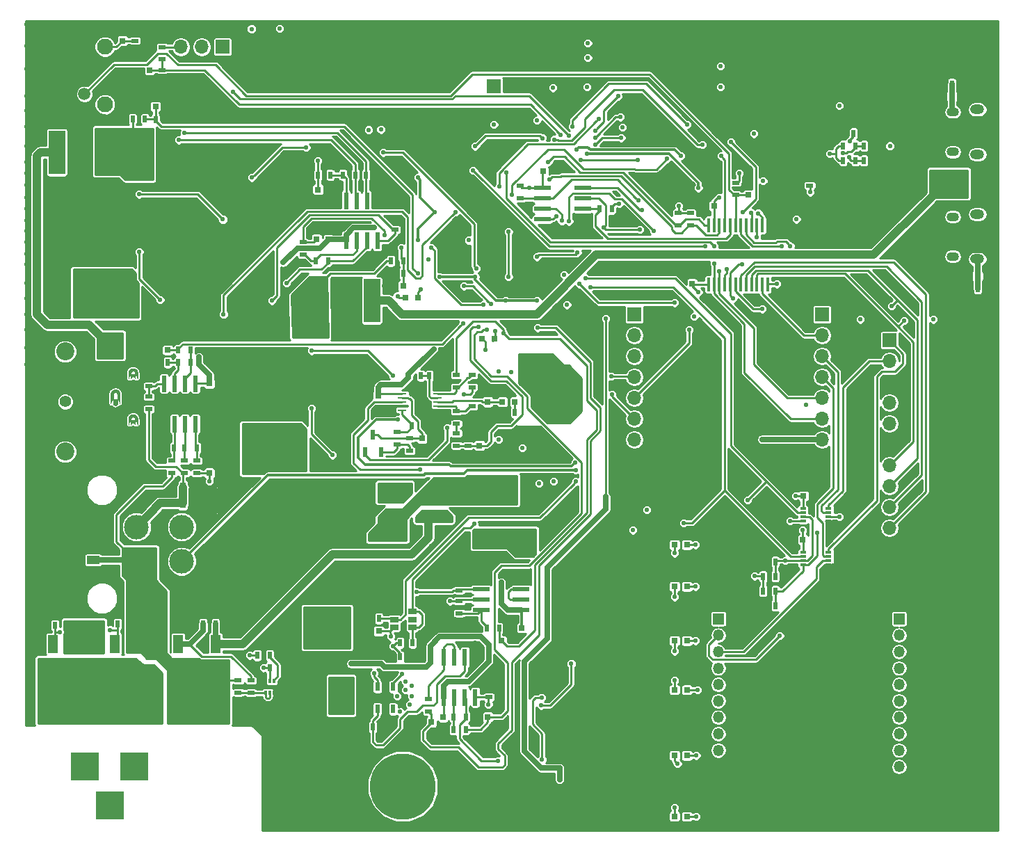
<source format=gbr>
G04 #@! TF.FileFunction,Copper,L4,Bot,Signal*
%FSLAX46Y46*%
G04 Gerber Fmt 4.6, Leading zero omitted, Abs format (unit mm)*
G04 Created by KiCad (PCBNEW 4.0.7) date 11/20/18 00:48:14*
%MOMM*%
%LPD*%
G01*
G04 APERTURE LIST*
%ADD10C,0.100000*%
%ADD11C,0.000100*%
%ADD12C,0.001000*%
%ADD13C,0.558800*%
%ADD14R,0.800000X0.750000*%
%ADD15R,0.600000X2.000000*%
%ADD16O,1.500000X1.100000*%
%ADD17O,1.700000X1.200000*%
%ADD18R,0.750000X0.800000*%
%ADD19R,2.000000X5.300000*%
%ADD20R,3.500000X3.500000*%
%ADD21R,3.000000X3.000000*%
%ADD22C,3.000000*%
%ADD23R,1.350000X1.350000*%
%ADD24O,1.350000X1.350000*%
%ADD25R,1.700000X1.700000*%
%ADD26O,1.700000X1.700000*%
%ADD27R,1.200000X2.200000*%
%ADD28R,5.800000X6.400000*%
%ADD29R,2.750000X3.050000*%
%ADD30R,0.400000X0.550000*%
%ADD31R,0.500000X0.900000*%
%ADD32R,0.900000X0.500000*%
%ADD33R,0.700000X1.300000*%
%ADD34R,0.600000X1.050000*%
%ADD35R,1.060000X0.650000*%
%ADD36R,2.000000X0.600000*%
%ADD37R,0.800000X0.300000*%
%ADD38R,1.600000X1.000000*%
%ADD39C,1.498000*%
%ADD40C,1.950000*%
%ADD41C,1.400000*%
%ADD42C,2.200000*%
%ADD43R,0.450000X1.750000*%
%ADD44R,5.300000X2.000000*%
%ADD45C,8.000000*%
%ADD46R,1.100000X0.250000*%
%ADD47R,0.600000X1.300000*%
%ADD48C,0.254000*%
%ADD49C,0.635000*%
%ADD50C,0.304800*%
%ADD51C,1.016000*%
G04 APERTURE END LIST*
D10*
D11*
G36*
X11970020Y-46482020D02*
X11970020Y-45912020D01*
X11970020Y-45882894D01*
X11963860Y-45824911D01*
X11951610Y-45767903D01*
X11933400Y-45712510D01*
X11909440Y-45659351D01*
X11879990Y-45609023D01*
X11845390Y-45562088D01*
X11806030Y-45519073D01*
X11762330Y-45480460D01*
X11714810Y-45446680D01*
X11663970Y-45418110D01*
X11610410Y-45395080D01*
X11554710Y-45377830D01*
X11497490Y-45366570D01*
X11439410Y-45361420D01*
X11381110Y-45362430D01*
X11323250Y-45369600D01*
X11266460Y-45382850D01*
X11211390Y-45402020D01*
X11158660Y-45426910D01*
X11108860Y-45457230D01*
X11062530Y-45492640D01*
X11020210Y-45532751D01*
X10982360Y-45577110D01*
X10949420Y-45625220D01*
X10921740Y-45676543D01*
X10899650Y-45730503D01*
X10883380Y-45786496D01*
X10873110Y-45843896D01*
X10868980Y-45902058D01*
X10870020Y-45932020D01*
X10870020Y-46492020D01*
X11170020Y-46492020D01*
X11170020Y-45932020D01*
X11170020Y-45918930D01*
X11172760Y-45892870D01*
X11178200Y-45867238D01*
X11186300Y-45842316D01*
X11196960Y-45818378D01*
X11210060Y-45795684D01*
X11225460Y-45774484D01*
X11242990Y-45755010D01*
X11262470Y-45737475D01*
X11283660Y-45722072D01*
X11306360Y-45708969D01*
X11330290Y-45698309D01*
X11355220Y-45690211D01*
X11380850Y-45684762D01*
X11406910Y-45682021D01*
X11433110Y-45682020D01*
X11459170Y-45684758D01*
X11484800Y-45690205D01*
X11509720Y-45698301D01*
X11533660Y-45708958D01*
X11556360Y-45722059D01*
X11577560Y-45737460D01*
X11597030Y-45754993D01*
X11614570Y-45774465D01*
X11629970Y-45795664D01*
X11643070Y-45818356D01*
X11653730Y-45842294D01*
X11661830Y-45867215D01*
X11667280Y-45892846D01*
X11670020Y-45918906D01*
X11670020Y-45932020D01*
X11670020Y-46482020D01*
X11970020Y-46482020D01*
G37*
X11970020Y-46482020D02*
X11970020Y-45912020D01*
X11970020Y-45882894D01*
X11963860Y-45824911D01*
X11951610Y-45767903D01*
X11933400Y-45712510D01*
X11909440Y-45659351D01*
X11879990Y-45609023D01*
X11845390Y-45562088D01*
X11806030Y-45519073D01*
X11762330Y-45480460D01*
X11714810Y-45446680D01*
X11663970Y-45418110D01*
X11610410Y-45395080D01*
X11554710Y-45377830D01*
X11497490Y-45366570D01*
X11439410Y-45361420D01*
X11381110Y-45362430D01*
X11323250Y-45369600D01*
X11266460Y-45382850D01*
X11211390Y-45402020D01*
X11158660Y-45426910D01*
X11108860Y-45457230D01*
X11062530Y-45492640D01*
X11020210Y-45532751D01*
X10982360Y-45577110D01*
X10949420Y-45625220D01*
X10921740Y-45676543D01*
X10899650Y-45730503D01*
X10883380Y-45786496D01*
X10873110Y-45843896D01*
X10868980Y-45902058D01*
X10870020Y-45932020D01*
X10870020Y-46492020D01*
X11170020Y-46492020D01*
X11170020Y-45932020D01*
X11170020Y-45918930D01*
X11172760Y-45892870D01*
X11178200Y-45867238D01*
X11186300Y-45842316D01*
X11196960Y-45818378D01*
X11210060Y-45795684D01*
X11225460Y-45774484D01*
X11242990Y-45755010D01*
X11262470Y-45737475D01*
X11283660Y-45722072D01*
X11306360Y-45708969D01*
X11330290Y-45698309D01*
X11355220Y-45690211D01*
X11380850Y-45684762D01*
X11406910Y-45682021D01*
X11433110Y-45682020D01*
X11459170Y-45684758D01*
X11484800Y-45690205D01*
X11509720Y-45698301D01*
X11533660Y-45708958D01*
X11556360Y-45722059D01*
X11577560Y-45737460D01*
X11597030Y-45754993D01*
X11614570Y-45774465D01*
X11629970Y-45795664D01*
X11643070Y-45818356D01*
X11653730Y-45842294D01*
X11661830Y-45867215D01*
X11667280Y-45892846D01*
X11670020Y-45918906D01*
X11670020Y-45932020D01*
X11670020Y-46482020D01*
X11970020Y-46482020D01*
G36*
X10870020Y-46482020D02*
X10870020Y-47052020D01*
X10870020Y-47023531D01*
X10875910Y-46966811D01*
X10887640Y-46911004D01*
X10905070Y-46856707D01*
X10928020Y-46804503D01*
X10956240Y-46754951D01*
X10989430Y-46708582D01*
X11027240Y-46665893D01*
X11069260Y-46627341D01*
X11115040Y-46593338D01*
X11164090Y-46564251D01*
X11215880Y-46540389D01*
X11269860Y-46522009D01*
X11325460Y-46509308D01*
X11382070Y-46502422D01*
X11439080Y-46501424D01*
X11495900Y-46506325D01*
X11551900Y-46517073D01*
X11606490Y-46533553D01*
X11659090Y-46555588D01*
X11709130Y-46582941D01*
X11756070Y-46615321D01*
X11799410Y-46652379D01*
X11838690Y-46693719D01*
X11873490Y-46738898D01*
X11903430Y-46787432D01*
X11928190Y-46838801D01*
X11947510Y-46892455D01*
X11961180Y-46947818D01*
X11969050Y-47004297D01*
X11970020Y-47032020D01*
X11970020Y-46472020D01*
X11670020Y-46472020D01*
X11670020Y-47032020D01*
X11670020Y-47045110D01*
X11667280Y-47071170D01*
X11661840Y-47096802D01*
X11653740Y-47121724D01*
X11643080Y-47145662D01*
X11629980Y-47168356D01*
X11614580Y-47189556D01*
X11597050Y-47209030D01*
X11577570Y-47226565D01*
X11556380Y-47241968D01*
X11533680Y-47255071D01*
X11509750Y-47265731D01*
X11484820Y-47273829D01*
X11459190Y-47279278D01*
X11433130Y-47282019D01*
X11406930Y-47282020D01*
X11380870Y-47279282D01*
X11355240Y-47273835D01*
X11330320Y-47265739D01*
X11306380Y-47255082D01*
X11283680Y-47241981D01*
X11262480Y-47226580D01*
X11243010Y-47209047D01*
X11225470Y-47189575D01*
X11210070Y-47168376D01*
X11196970Y-47145684D01*
X11186310Y-47121746D01*
X11178210Y-47096825D01*
X11172760Y-47071194D01*
X11170020Y-47045134D01*
X11170020Y-47032020D01*
X11170020Y-46482020D01*
X10870020Y-46482020D01*
G37*
X10870020Y-46482020D02*
X10870020Y-47052020D01*
X10870020Y-47023531D01*
X10875910Y-46966811D01*
X10887640Y-46911004D01*
X10905070Y-46856707D01*
X10928020Y-46804503D01*
X10956240Y-46754951D01*
X10989430Y-46708582D01*
X11027240Y-46665893D01*
X11069260Y-46627341D01*
X11115040Y-46593338D01*
X11164090Y-46564251D01*
X11215880Y-46540389D01*
X11269860Y-46522009D01*
X11325460Y-46509308D01*
X11382070Y-46502422D01*
X11439080Y-46501424D01*
X11495900Y-46506325D01*
X11551900Y-46517073D01*
X11606490Y-46533553D01*
X11659090Y-46555588D01*
X11709130Y-46582941D01*
X11756070Y-46615321D01*
X11799410Y-46652379D01*
X11838690Y-46693719D01*
X11873490Y-46738898D01*
X11903430Y-46787432D01*
X11928190Y-46838801D01*
X11947510Y-46892455D01*
X11961180Y-46947818D01*
X11969050Y-47004297D01*
X11970020Y-47032020D01*
X11970020Y-46472020D01*
X11670020Y-46472020D01*
X11670020Y-47032020D01*
X11670020Y-47045110D01*
X11667280Y-47071170D01*
X11661840Y-47096802D01*
X11653740Y-47121724D01*
X11643080Y-47145662D01*
X11629980Y-47168356D01*
X11614580Y-47189556D01*
X11597050Y-47209030D01*
X11577570Y-47226565D01*
X11556380Y-47241968D01*
X11533680Y-47255071D01*
X11509750Y-47265731D01*
X11484820Y-47273829D01*
X11459190Y-47279278D01*
X11433130Y-47282019D01*
X11406930Y-47282020D01*
X11380870Y-47279282D01*
X11355240Y-47273835D01*
X11330320Y-47265739D01*
X11306380Y-47255082D01*
X11283680Y-47241981D01*
X11262480Y-47226580D01*
X11243010Y-47209047D01*
X11225470Y-47189575D01*
X11210070Y-47168376D01*
X11196970Y-47145684D01*
X11186310Y-47121746D01*
X11178210Y-47096825D01*
X11172760Y-47071194D01*
X11170020Y-47045134D01*
X11170020Y-47032020D01*
X11170020Y-46482020D01*
X10870020Y-46482020D01*
D12*
G36*
X13820020Y-43682020D02*
X13820020Y-43332020D01*
X13820020Y-43318780D01*
X13817220Y-43292420D01*
X13811650Y-43266510D01*
X13803372Y-43241330D01*
X13792480Y-43217160D01*
X13779095Y-43194280D01*
X13763367Y-43172950D01*
X13745472Y-43153390D01*
X13725610Y-43135840D01*
X13704005Y-43120490D01*
X13680898Y-43107500D01*
X13656548Y-43097030D01*
X13631228Y-43089190D01*
X13605221Y-43084070D01*
X13578819Y-43081730D01*
X13552316Y-43082190D01*
X13526011Y-43085450D01*
X13500198Y-43091470D01*
X13475166Y-43100180D01*
X13451195Y-43111500D01*
X13428554Y-43125280D01*
X13407497Y-43141380D01*
X13388258Y-43159610D01*
X13371055Y-43179780D01*
X13356079Y-43201650D01*
X13343498Y-43224980D01*
X13333453Y-43249500D01*
X13326056Y-43274960D01*
X13321392Y-43301050D01*
X13319511Y-43327490D01*
X13320020Y-43342020D01*
X13320020Y-43682020D01*
X13020020Y-43682020D01*
X13020020Y-43332020D01*
X13020020Y-43303380D01*
X13025977Y-43246360D01*
X13037829Y-43190270D01*
X13055448Y-43135710D01*
X13078643Y-43083280D01*
X13107162Y-43033540D01*
X13140697Y-42987040D01*
X13178884Y-42944280D01*
X13221309Y-42905710D01*
X13267513Y-42871770D01*
X13316996Y-42842810D01*
X13369220Y-42819160D01*
X13423620Y-42801060D01*
X13479607Y-42788710D01*
X13536575Y-42782250D01*
X13593905Y-42781750D01*
X13650977Y-42787210D01*
X13707172Y-42798570D01*
X13761881Y-42815710D01*
X13814513Y-42838450D01*
X13864495Y-42866530D01*
X13911288Y-42899660D01*
X13954383Y-42937470D01*
X13993315Y-42979560D01*
X14027660Y-43025460D01*
X14057048Y-43074690D01*
X14081159Y-43126710D01*
X14099733Y-43180950D01*
X14112567Y-43236830D01*
X14119524Y-43293730D01*
X14120020Y-43322020D01*
X14120020Y-43682020D01*
X13820020Y-43682020D01*
G37*
X13820020Y-43682020D02*
X13820020Y-43332020D01*
X13820020Y-43318780D01*
X13817220Y-43292420D01*
X13811650Y-43266510D01*
X13803372Y-43241330D01*
X13792480Y-43217160D01*
X13779095Y-43194280D01*
X13763367Y-43172950D01*
X13745472Y-43153390D01*
X13725610Y-43135840D01*
X13704005Y-43120490D01*
X13680898Y-43107500D01*
X13656548Y-43097030D01*
X13631228Y-43089190D01*
X13605221Y-43084070D01*
X13578819Y-43081730D01*
X13552316Y-43082190D01*
X13526011Y-43085450D01*
X13500198Y-43091470D01*
X13475166Y-43100180D01*
X13451195Y-43111500D01*
X13428554Y-43125280D01*
X13407497Y-43141380D01*
X13388258Y-43159610D01*
X13371055Y-43179780D01*
X13356079Y-43201650D01*
X13343498Y-43224980D01*
X13333453Y-43249500D01*
X13326056Y-43274960D01*
X13321392Y-43301050D01*
X13319511Y-43327490D01*
X13320020Y-43342020D01*
X13320020Y-43682020D01*
X13020020Y-43682020D01*
X13020020Y-43332020D01*
X13020020Y-43303380D01*
X13025977Y-43246360D01*
X13037829Y-43190270D01*
X13055448Y-43135710D01*
X13078643Y-43083280D01*
X13107162Y-43033540D01*
X13140697Y-42987040D01*
X13178884Y-42944280D01*
X13221309Y-42905710D01*
X13267513Y-42871770D01*
X13316996Y-42842810D01*
X13369220Y-42819160D01*
X13423620Y-42801060D01*
X13479607Y-42788710D01*
X13536575Y-42782250D01*
X13593905Y-42781750D01*
X13650977Y-42787210D01*
X13707172Y-42798570D01*
X13761881Y-42815710D01*
X13814513Y-42838450D01*
X13864495Y-42866530D01*
X13911288Y-42899660D01*
X13954383Y-42937470D01*
X13993315Y-42979560D01*
X14027660Y-43025460D01*
X14057048Y-43074690D01*
X14081159Y-43126710D01*
X14099733Y-43180950D01*
X14112567Y-43236830D01*
X14119524Y-43293730D01*
X14120020Y-43322020D01*
X14120020Y-43682020D01*
X13820020Y-43682020D01*
G36*
X13320020Y-43682020D02*
X13320020Y-44032020D01*
X13320020Y-44019070D01*
X13322698Y-43993290D01*
X13328028Y-43967920D01*
X13335951Y-43943240D01*
X13346383Y-43919510D01*
X13359213Y-43896980D01*
X13374302Y-43875900D01*
X13391489Y-43856500D01*
X13410590Y-43838970D01*
X13431400Y-43823520D01*
X13453697Y-43810290D01*
X13477241Y-43799450D01*
X13501780Y-43791090D01*
X13527052Y-43785320D01*
X13552784Y-43782190D01*
X13578703Y-43781730D01*
X13604530Y-43783960D01*
X13629987Y-43788850D01*
X13654804Y-43796340D01*
X13678713Y-43806350D01*
X13701459Y-43818790D01*
X13722797Y-43833510D01*
X13742500Y-43850350D01*
X13760355Y-43869150D01*
X13776173Y-43889680D01*
X13789783Y-43911750D01*
X13801039Y-43935100D01*
X13809821Y-43959490D01*
X13816035Y-43984650D01*
X13819614Y-44010330D01*
X13820020Y-44022020D01*
X13820020Y-43682020D01*
X14120020Y-43682020D01*
X14120020Y-44032020D01*
X14120020Y-44003060D01*
X14113929Y-43945410D01*
X14101813Y-43888710D01*
X14083804Y-43833610D01*
X14060103Y-43780700D01*
X14030973Y-43730570D01*
X13996735Y-43683790D01*
X13957770Y-43640860D01*
X13914509Y-43602270D01*
X13867431Y-43568440D01*
X13817057Y-43539740D01*
X13763947Y-43516500D01*
X13708687Y-43498960D01*
X13651891Y-43487340D01*
X13594187Y-43481740D01*
X13536215Y-43482250D01*
X13478617Y-43488840D01*
X13422032Y-43501450D01*
X13367085Y-43519940D01*
X13314386Y-43544100D01*
X13264518Y-43573670D01*
X13218034Y-43608310D01*
X13175449Y-43647650D01*
X13137234Y-43691250D01*
X13103814Y-43738620D01*
X13075558Y-43789240D01*
X13052779Y-43842550D01*
X13035729Y-43897960D01*
X13024598Y-43954860D01*
X13019509Y-44012610D01*
X13020020Y-44042020D01*
X13020020Y-43682020D01*
X13320020Y-43682020D01*
G37*
X13320020Y-43682020D02*
X13320020Y-44032020D01*
X13320020Y-44019070D01*
X13322698Y-43993290D01*
X13328028Y-43967920D01*
X13335951Y-43943240D01*
X13346383Y-43919510D01*
X13359213Y-43896980D01*
X13374302Y-43875900D01*
X13391489Y-43856500D01*
X13410590Y-43838970D01*
X13431400Y-43823520D01*
X13453697Y-43810290D01*
X13477241Y-43799450D01*
X13501780Y-43791090D01*
X13527052Y-43785320D01*
X13552784Y-43782190D01*
X13578703Y-43781730D01*
X13604530Y-43783960D01*
X13629987Y-43788850D01*
X13654804Y-43796340D01*
X13678713Y-43806350D01*
X13701459Y-43818790D01*
X13722797Y-43833510D01*
X13742500Y-43850350D01*
X13760355Y-43869150D01*
X13776173Y-43889680D01*
X13789783Y-43911750D01*
X13801039Y-43935100D01*
X13809821Y-43959490D01*
X13816035Y-43984650D01*
X13819614Y-44010330D01*
X13820020Y-44022020D01*
X13820020Y-43682020D01*
X14120020Y-43682020D01*
X14120020Y-44032020D01*
X14120020Y-44003060D01*
X14113929Y-43945410D01*
X14101813Y-43888710D01*
X14083804Y-43833610D01*
X14060103Y-43780700D01*
X14030973Y-43730570D01*
X13996735Y-43683790D01*
X13957770Y-43640860D01*
X13914509Y-43602270D01*
X13867431Y-43568440D01*
X13817057Y-43539740D01*
X13763947Y-43516500D01*
X13708687Y-43498960D01*
X13651891Y-43487340D01*
X13594187Y-43481740D01*
X13536215Y-43482250D01*
X13478617Y-43488840D01*
X13422032Y-43501450D01*
X13367085Y-43519940D01*
X13314386Y-43544100D01*
X13264518Y-43573670D01*
X13218034Y-43608310D01*
X13175449Y-43647650D01*
X13137234Y-43691250D01*
X13103814Y-43738620D01*
X13075558Y-43789240D01*
X13052779Y-43842550D01*
X13035729Y-43897960D01*
X13024598Y-43954860D01*
X13019509Y-44012610D01*
X13020020Y-44042020D01*
X13020020Y-43682020D01*
X13320020Y-43682020D01*
G36*
X13820020Y-49282020D02*
X13820020Y-48932020D01*
X13820020Y-48918780D01*
X13817220Y-48892420D01*
X13811650Y-48866510D01*
X13803372Y-48841330D01*
X13792480Y-48817160D01*
X13779095Y-48794280D01*
X13763367Y-48772950D01*
X13745472Y-48753390D01*
X13725610Y-48735840D01*
X13704005Y-48720490D01*
X13680898Y-48707500D01*
X13656548Y-48697030D01*
X13631228Y-48689190D01*
X13605221Y-48684070D01*
X13578819Y-48681730D01*
X13552316Y-48682190D01*
X13526011Y-48685450D01*
X13500198Y-48691470D01*
X13475166Y-48700180D01*
X13451195Y-48711500D01*
X13428554Y-48725280D01*
X13407497Y-48741380D01*
X13388258Y-48759610D01*
X13371055Y-48779780D01*
X13356079Y-48801650D01*
X13343498Y-48824980D01*
X13333453Y-48849500D01*
X13326056Y-48874960D01*
X13321392Y-48901050D01*
X13319511Y-48927490D01*
X13320020Y-48942020D01*
X13320020Y-49282020D01*
X13020020Y-49282020D01*
X13020020Y-48932020D01*
X13020020Y-48903380D01*
X13025977Y-48846360D01*
X13037829Y-48790270D01*
X13055448Y-48735710D01*
X13078643Y-48683280D01*
X13107162Y-48633540D01*
X13140697Y-48587040D01*
X13178884Y-48544280D01*
X13221309Y-48505710D01*
X13267513Y-48471770D01*
X13316996Y-48442810D01*
X13369220Y-48419160D01*
X13423620Y-48401060D01*
X13479607Y-48388710D01*
X13536575Y-48382250D01*
X13593905Y-48381750D01*
X13650977Y-48387210D01*
X13707172Y-48398570D01*
X13761881Y-48415710D01*
X13814513Y-48438450D01*
X13864495Y-48466530D01*
X13911288Y-48499660D01*
X13954383Y-48537470D01*
X13993315Y-48579560D01*
X14027660Y-48625460D01*
X14057048Y-48674690D01*
X14081159Y-48726710D01*
X14099733Y-48780950D01*
X14112567Y-48836830D01*
X14119524Y-48893730D01*
X14120020Y-48922020D01*
X14120020Y-49282020D01*
X13820020Y-49282020D01*
G37*
X13820020Y-49282020D02*
X13820020Y-48932020D01*
X13820020Y-48918780D01*
X13817220Y-48892420D01*
X13811650Y-48866510D01*
X13803372Y-48841330D01*
X13792480Y-48817160D01*
X13779095Y-48794280D01*
X13763367Y-48772950D01*
X13745472Y-48753390D01*
X13725610Y-48735840D01*
X13704005Y-48720490D01*
X13680898Y-48707500D01*
X13656548Y-48697030D01*
X13631228Y-48689190D01*
X13605221Y-48684070D01*
X13578819Y-48681730D01*
X13552316Y-48682190D01*
X13526011Y-48685450D01*
X13500198Y-48691470D01*
X13475166Y-48700180D01*
X13451195Y-48711500D01*
X13428554Y-48725280D01*
X13407497Y-48741380D01*
X13388258Y-48759610D01*
X13371055Y-48779780D01*
X13356079Y-48801650D01*
X13343498Y-48824980D01*
X13333453Y-48849500D01*
X13326056Y-48874960D01*
X13321392Y-48901050D01*
X13319511Y-48927490D01*
X13320020Y-48942020D01*
X13320020Y-49282020D01*
X13020020Y-49282020D01*
X13020020Y-48932020D01*
X13020020Y-48903380D01*
X13025977Y-48846360D01*
X13037829Y-48790270D01*
X13055448Y-48735710D01*
X13078643Y-48683280D01*
X13107162Y-48633540D01*
X13140697Y-48587040D01*
X13178884Y-48544280D01*
X13221309Y-48505710D01*
X13267513Y-48471770D01*
X13316996Y-48442810D01*
X13369220Y-48419160D01*
X13423620Y-48401060D01*
X13479607Y-48388710D01*
X13536575Y-48382250D01*
X13593905Y-48381750D01*
X13650977Y-48387210D01*
X13707172Y-48398570D01*
X13761881Y-48415710D01*
X13814513Y-48438450D01*
X13864495Y-48466530D01*
X13911288Y-48499660D01*
X13954383Y-48537470D01*
X13993315Y-48579560D01*
X14027660Y-48625460D01*
X14057048Y-48674690D01*
X14081159Y-48726710D01*
X14099733Y-48780950D01*
X14112567Y-48836830D01*
X14119524Y-48893730D01*
X14120020Y-48922020D01*
X14120020Y-49282020D01*
X13820020Y-49282020D01*
G36*
X13320020Y-49282020D02*
X13320020Y-49632020D01*
X13320020Y-49619070D01*
X13322698Y-49593290D01*
X13328028Y-49567920D01*
X13335951Y-49543240D01*
X13346383Y-49519510D01*
X13359213Y-49496980D01*
X13374302Y-49475900D01*
X13391489Y-49456500D01*
X13410590Y-49438970D01*
X13431400Y-49423520D01*
X13453697Y-49410290D01*
X13477241Y-49399450D01*
X13501780Y-49391090D01*
X13527052Y-49385320D01*
X13552784Y-49382190D01*
X13578703Y-49381730D01*
X13604530Y-49383960D01*
X13629987Y-49388850D01*
X13654804Y-49396340D01*
X13678713Y-49406350D01*
X13701459Y-49418790D01*
X13722797Y-49433510D01*
X13742500Y-49450350D01*
X13760355Y-49469150D01*
X13776173Y-49489680D01*
X13789783Y-49511750D01*
X13801039Y-49535100D01*
X13809821Y-49559490D01*
X13816035Y-49584650D01*
X13819614Y-49610330D01*
X13820020Y-49622020D01*
X13820020Y-49282020D01*
X14120020Y-49282020D01*
X14120020Y-49632020D01*
X14120020Y-49603060D01*
X14113929Y-49545410D01*
X14101813Y-49488710D01*
X14083804Y-49433610D01*
X14060103Y-49380700D01*
X14030973Y-49330570D01*
X13996735Y-49283790D01*
X13957770Y-49240860D01*
X13914509Y-49202270D01*
X13867431Y-49168440D01*
X13817057Y-49139740D01*
X13763947Y-49116500D01*
X13708687Y-49098960D01*
X13651891Y-49087340D01*
X13594187Y-49081740D01*
X13536215Y-49082250D01*
X13478617Y-49088840D01*
X13422032Y-49101450D01*
X13367085Y-49119940D01*
X13314386Y-49144100D01*
X13264518Y-49173670D01*
X13218034Y-49208310D01*
X13175449Y-49247650D01*
X13137234Y-49291250D01*
X13103814Y-49338620D01*
X13075558Y-49389240D01*
X13052779Y-49442550D01*
X13035729Y-49497960D01*
X13024598Y-49554860D01*
X13019509Y-49612610D01*
X13020020Y-49642020D01*
X13020020Y-49282020D01*
X13320020Y-49282020D01*
G37*
X13320020Y-49282020D02*
X13320020Y-49632020D01*
X13320020Y-49619070D01*
X13322698Y-49593290D01*
X13328028Y-49567920D01*
X13335951Y-49543240D01*
X13346383Y-49519510D01*
X13359213Y-49496980D01*
X13374302Y-49475900D01*
X13391489Y-49456500D01*
X13410590Y-49438970D01*
X13431400Y-49423520D01*
X13453697Y-49410290D01*
X13477241Y-49399450D01*
X13501780Y-49391090D01*
X13527052Y-49385320D01*
X13552784Y-49382190D01*
X13578703Y-49381730D01*
X13604530Y-49383960D01*
X13629987Y-49388850D01*
X13654804Y-49396340D01*
X13678713Y-49406350D01*
X13701459Y-49418790D01*
X13722797Y-49433510D01*
X13742500Y-49450350D01*
X13760355Y-49469150D01*
X13776173Y-49489680D01*
X13789783Y-49511750D01*
X13801039Y-49535100D01*
X13809821Y-49559490D01*
X13816035Y-49584650D01*
X13819614Y-49610330D01*
X13820020Y-49622020D01*
X13820020Y-49282020D01*
X14120020Y-49282020D01*
X14120020Y-49632020D01*
X14120020Y-49603060D01*
X14113929Y-49545410D01*
X14101813Y-49488710D01*
X14083804Y-49433610D01*
X14060103Y-49380700D01*
X14030973Y-49330570D01*
X13996735Y-49283790D01*
X13957770Y-49240860D01*
X13914509Y-49202270D01*
X13867431Y-49168440D01*
X13817057Y-49139740D01*
X13763947Y-49116500D01*
X13708687Y-49098960D01*
X13651891Y-49087340D01*
X13594187Y-49081740D01*
X13536215Y-49082250D01*
X13478617Y-49088840D01*
X13422032Y-49101450D01*
X13367085Y-49119940D01*
X13314386Y-49144100D01*
X13264518Y-49173670D01*
X13218034Y-49208310D01*
X13175449Y-49247650D01*
X13137234Y-49291250D01*
X13103814Y-49338620D01*
X13075558Y-49389240D01*
X13052779Y-49442550D01*
X13035729Y-49497960D01*
X13024598Y-49554860D01*
X13019509Y-49612610D01*
X13020020Y-49642020D01*
X13020020Y-49282020D01*
X13320020Y-49282020D01*
D13*
X46101020Y-84582020D03*
X47244020Y-83693020D03*
X45720020Y-82677020D03*
X47498020Y-82677020D03*
X46736020Y-81915020D03*
X47498020Y-81407020D03*
X46736020Y-80899020D03*
X113411020Y-20193020D03*
X113411020Y-18923020D03*
X112141020Y-18923020D03*
X112141020Y-20193020D03*
X110998020Y-18923020D03*
X110998020Y-20193020D03*
X113411020Y-21590020D03*
X112141020Y-21590020D03*
X110998020Y-21590020D03*
X9652020Y-75438020D03*
X9652020Y-76327020D03*
X9652020Y-77216020D03*
X5461020Y-76327020D03*
X5461020Y-75438020D03*
X6858020Y-75438020D03*
X6858020Y-76327020D03*
X6858020Y-77216020D03*
X5461020Y-77216020D03*
X45593020Y-28702020D03*
X62103020Y-63881020D03*
X62103020Y-65278020D03*
X60960020Y-65278020D03*
X60960020Y-63881020D03*
X62103020Y-62611020D03*
X60960020Y-62611020D03*
X41910020Y-29845020D03*
X9525020Y-35560020D03*
X9525020Y-31623020D03*
X7366020Y-33655020D03*
X11430020Y-33655020D03*
X9525020Y-33655020D03*
X30226020Y-54610020D03*
X30226020Y-50800020D03*
X28321020Y-52705020D03*
X32258020Y-52705020D03*
X30285020Y-52705020D03*
X18542020Y-47625020D03*
X18542020Y-46482020D03*
X17526020Y-46482020D03*
X16510020Y-46609020D03*
X9652020Y-39878020D03*
X11684020Y-39878020D03*
X11684020Y-40894020D03*
X9652020Y-40894020D03*
X10668020Y-40894020D03*
X10668020Y-39878020D03*
X11684020Y-38862020D03*
X10668020Y-38862020D03*
X9652020Y-38862020D03*
X12954020Y-15748020D03*
X12954020Y-17272020D03*
X15748020Y-15748020D03*
X14478020Y-15748020D03*
X15748020Y-17018020D03*
X14478020Y-17018020D03*
X15748020Y-18288020D03*
X14478020Y-18288020D03*
X15494020Y-19558020D03*
X14224020Y-19558020D03*
X12954020Y-19558020D03*
X29845020Y-20955020D03*
X33655020Y-23495020D03*
X31115020Y-25400020D03*
X28575020Y-27940020D03*
X12700020Y-7620020D03*
X33020020Y-8255020D03*
X39370020Y-8255020D03*
X46355020Y-8255020D03*
X50800020Y-12065020D03*
X51435020Y-15875020D03*
X51435020Y-19050020D03*
X76835020Y-19685020D03*
X61595020Y-23495020D03*
X58420020Y-24130020D03*
X57785020Y-26670020D03*
X56515020Y-28575020D03*
X66040020Y-36830020D03*
X67945020Y-38735020D03*
X69215020Y-38100020D03*
X90170020Y-41275020D03*
X76835020Y-49530020D03*
X80645020Y-42545020D03*
X77470020Y-45720020D03*
X76835020Y-41275020D03*
X84455020Y-41275020D03*
X84455020Y-47625020D03*
X88900020Y-47625020D03*
X83185020Y-54610020D03*
X89535020Y-53340020D03*
X87630020Y-55245020D03*
X84455020Y-56515020D03*
X78740020Y-59055020D03*
X72390020Y-53340020D03*
X72390020Y-57150020D03*
X71755020Y-60960020D03*
X68580020Y-64135020D03*
X102235020Y-57150020D03*
X102235020Y-51435020D03*
X101600020Y-40005020D03*
X111760020Y-43180020D03*
X111760020Y-53975020D03*
X111760020Y-63500020D03*
X103505020Y-69215020D03*
X99060020Y-74295020D03*
X93980020Y-78105020D03*
X102870020Y-78740020D03*
X95885020Y-81280020D03*
X91440020Y-86360020D03*
X99695020Y-86360020D03*
X102870020Y-90170020D03*
X95885020Y-90170020D03*
X88265020Y-90170020D03*
X99060020Y-93980020D03*
X92710020Y-93980020D03*
X118745020Y-28575020D03*
X118745020Y-26035020D03*
X118110020Y-23495020D03*
X118110020Y-6350020D03*
X118110020Y-3810020D03*
X116205020Y-889020D03*
X113665020Y-889020D03*
X109220020Y-889020D03*
X106045020Y-889020D03*
X102870020Y-889020D03*
X99695020Y-889020D03*
X96520020Y-889020D03*
X93345020Y-889020D03*
X90170020Y-889020D03*
X86995020Y-889020D03*
X83820020Y-889020D03*
X81280020Y-889020D03*
X78740020Y-889020D03*
X76200020Y-889020D03*
X73660020Y-889020D03*
X71120020Y-889020D03*
X68580020Y-889020D03*
X66040020Y-889020D03*
X63500020Y-889020D03*
X60960020Y-889020D03*
X58420020Y-889020D03*
X55880020Y-889020D03*
X53340020Y-889020D03*
X50800020Y-889020D03*
X48260020Y-889020D03*
X45720020Y-889020D03*
X43180020Y-889020D03*
X40640020Y-889020D03*
X38100020Y-889020D03*
X35560020Y-889020D03*
X33020020Y-889020D03*
X29718020Y-635020D03*
X25781020Y-889020D03*
X23368020Y-889020D03*
X20574020Y-889020D03*
X18161020Y-889020D03*
X15494020Y-889020D03*
X12700020Y-889020D03*
X9652020Y-889020D03*
X6731020Y-889020D03*
X3810020Y-889020D03*
X635020Y-889020D03*
X635020Y-3556020D03*
X635020Y-6350020D03*
X635020Y-9652020D03*
X635020Y-11430020D03*
X635020Y-13335020D03*
X635020Y-32385020D03*
X635020Y-34290020D03*
X635020Y-36195020D03*
X635020Y-38100020D03*
X635020Y-40259020D03*
X635020Y-42291020D03*
X1016020Y-45085020D03*
X1016020Y-48895020D03*
X1016020Y-52070020D03*
X1016020Y-55245020D03*
X1016020Y-58420020D03*
X1016020Y-61595020D03*
X1016020Y-64770020D03*
X1016020Y-67945020D03*
X1016020Y-70485020D03*
X1016020Y-73025020D03*
X1016020Y-75565020D03*
X1016020Y-78105020D03*
X1016020Y-80645020D03*
X1016020Y-83185020D03*
X1016020Y-85725020D03*
X6096020Y-84518520D03*
X6096020Y-80581520D03*
X4254520Y-82613520D03*
X7937520Y-82613520D03*
X6096020Y-82618020D03*
X13652520Y-84709020D03*
X13652520Y-80645020D03*
X11684020Y-82613520D03*
X15430520Y-82618020D03*
X13650000Y-82618020D03*
X21336020Y-84645520D03*
X21336020Y-80454520D03*
X19431020Y-82613520D03*
X23241020Y-82613520D03*
X21336020Y-82618020D03*
X41084520Y-68643520D03*
X46037520Y-68199020D03*
X44577020Y-68643520D03*
X42608520Y-68643520D03*
X38956000Y-83947020D03*
X38956000Y-81407020D03*
X38956000Y-82644000D03*
X37211020Y-76200020D03*
X37211020Y-72390020D03*
X35179020Y-74389000D03*
X39243020Y-74389000D03*
X34544020Y-32639020D03*
X34544020Y-34417020D03*
X34671020Y-36449020D03*
X34798020Y-37592020D03*
X36703020Y-37719020D03*
X36703020Y-38608020D03*
X35687020Y-38608020D03*
X34671020Y-38608020D03*
X33655020Y-38608020D03*
X52197020Y-61087020D03*
X51562020Y-60452020D03*
X50927020Y-61087020D03*
X50292020Y-60452020D03*
X49657020Y-61087020D03*
X49022020Y-60452020D03*
X48387020Y-61087020D03*
X44069020Y-58039020D03*
X47117020Y-58039020D03*
X45593020Y-58039020D03*
X44450020Y-62230020D03*
X43688020Y-60960020D03*
X44577020Y-60960020D03*
X45593020Y-60960020D03*
X46609020Y-60960020D03*
X46228020Y-63373020D03*
X44958020Y-63373020D03*
X43815020Y-63373020D03*
X42672020Y-63373020D03*
X64389020Y-47371020D03*
X64389020Y-43434020D03*
X66294020Y-45466020D03*
X62230020Y-45466020D03*
X64357347Y-45446195D03*
X60960020Y-43434020D03*
X60960020Y-44704020D03*
X60960020Y-42291020D03*
X61976020Y-41656020D03*
X63500020Y-41656020D03*
X64770020Y-41656020D03*
X67945020Y-44450020D03*
X67945020Y-46101020D03*
X67945020Y-47752020D03*
X64008020Y-49149020D03*
X66675020Y-49149020D03*
X64135020Y-61595020D03*
X65278020Y-67437020D03*
X74422020Y-63754020D03*
X71501020Y-66548020D03*
X68707020Y-69469020D03*
X77343020Y-63881020D03*
X74422020Y-66802020D03*
X71374020Y-70104020D03*
X68707020Y-72517020D03*
X66040020Y-75565020D03*
X52832020Y-89789020D03*
X53848020Y-92202020D03*
X55880020Y-97790020D03*
X64770020Y-95123020D03*
X63500020Y-97790020D03*
X71120020Y-97790020D03*
X77470020Y-97790020D03*
X83820020Y-97790020D03*
X89535020Y-97790020D03*
X95885020Y-97790020D03*
X102235020Y-97790020D03*
X110998020Y-97790020D03*
X118110020Y-97790020D03*
X118110020Y-91440020D03*
X118110020Y-86360020D03*
X118110020Y-81280020D03*
X118110020Y-76200020D03*
X118110020Y-71120020D03*
X118110020Y-66040020D03*
X118110020Y-60960020D03*
X118110020Y-55880020D03*
X118110020Y-50800020D03*
X118110020Y-45720020D03*
X118110020Y-40640020D03*
X118110020Y-35560020D03*
X118110020Y-30988020D03*
X118110020Y-8890020D03*
X116840020Y-5715020D03*
X115570020Y-7620020D03*
X105410020Y-7620020D03*
X107950020Y-7620020D03*
X109220020Y-5842020D03*
X100965020Y-9271020D03*
X100965020Y-7620020D03*
X101600020Y-5715020D03*
X103378020Y-3810020D03*
X106680020Y-3810020D03*
X112395020Y-3810020D03*
X114935020Y-3810020D03*
X111760020Y-1270020D03*
X118110020Y-1270020D03*
X83185020Y-37973020D03*
X78740020Y-33782020D03*
X74930020Y-33782020D03*
X75565020Y-29972020D03*
X77470020Y-29972020D03*
X80264020Y-30099020D03*
X86995020Y-27559020D03*
X92075020Y-34290020D03*
X89154020Y-34290020D03*
X94488020Y-31877020D03*
X95885020Y-31877020D03*
X99695020Y-32385020D03*
X102235020Y-31623020D03*
X104648020Y-31115020D03*
X110617020Y-33274020D03*
X106045020Y-28575020D03*
X107315020Y-27305020D03*
X106045020Y-24765020D03*
X103632020Y-26924020D03*
X101854020Y-22606020D03*
X93345020Y-21971020D03*
X94742020Y-18415020D03*
X97790020Y-20320020D03*
X100076020Y-19304020D03*
X97155020Y-15875020D03*
X93345020Y-13970020D03*
X87630020Y-13970020D03*
X85217020Y-14097020D03*
X64770020Y-6350020D03*
X57404020Y-16637020D03*
X53975020Y-18415020D03*
X38735020Y-17145020D03*
X47371020Y-16129020D03*
X44450020Y-12700020D03*
X39370020Y-12700020D03*
X35560020Y-12700020D03*
X31750020Y-12700020D03*
X27940020Y-12700020D03*
X24130020Y-12700020D03*
X35306020Y-16510020D03*
X26670020Y-19939020D03*
X24638020Y-21971020D03*
X10795020Y-12573020D03*
X8255020Y-13970020D03*
X8255020Y-15240020D03*
X8255020Y-16510020D03*
X8255020Y-17780020D03*
X5842020Y-19050020D03*
X6985020Y-19050020D03*
X8255020Y-19050020D03*
X635020Y-15748020D03*
X635020Y-17653020D03*
X635020Y-19050020D03*
X635020Y-20447020D03*
X635020Y-21971020D03*
X635020Y-23368020D03*
X635020Y-24765020D03*
X635020Y-26035020D03*
X635020Y-27432020D03*
X635020Y-28829020D03*
X635020Y-30099020D03*
X34036020Y-77978020D03*
X35306020Y-77978020D03*
X36703020Y-77978020D03*
X38227020Y-77978020D03*
X39497020Y-77978020D03*
X40640020Y-77978020D03*
X41910020Y-77978020D03*
X43307020Y-77978020D03*
X44831020Y-77978020D03*
X32639020Y-77851020D03*
X31877020Y-77089020D03*
X31115020Y-76327020D03*
X30099020Y-75946020D03*
X28956020Y-75946020D03*
X24257020Y-71628020D03*
X24130020Y-70612020D03*
X24130020Y-69596020D03*
X24130020Y-68326020D03*
X24130020Y-67056020D03*
X24130020Y-65659020D03*
X24130020Y-64389020D03*
X24130020Y-62865020D03*
X23114020Y-50292020D03*
X24384020Y-51689020D03*
X23114020Y-51816020D03*
X25400020Y-52578020D03*
X25781020Y-53975020D03*
X25781020Y-55626020D03*
X26670020Y-56769020D03*
X27940020Y-56769020D03*
X30226020Y-56769020D03*
X32004020Y-56769020D03*
X33528020Y-56769020D03*
X35052020Y-56769020D03*
X36830020Y-56769020D03*
X38354020Y-56769020D03*
X39624020Y-56515020D03*
X24130020Y-37973020D03*
X25273020Y-37973020D03*
X26289020Y-37973020D03*
X27305020Y-37973020D03*
X28448020Y-37973020D03*
X29591020Y-37973020D03*
X30607020Y-37973020D03*
X17526020Y-37338020D03*
X16383020Y-37338020D03*
X15240020Y-37338020D03*
X14097020Y-37338020D03*
X12954020Y-37338020D03*
X11811020Y-37338020D03*
X10668020Y-37338020D03*
X9652020Y-37338020D03*
X3048020Y-31623020D03*
X3937020Y-32512020D03*
X4826020Y-33274020D03*
X5461020Y-34290020D03*
X5461020Y-35306020D03*
X5461020Y-36322020D03*
X117856020Y-22098020D03*
X117856020Y-21082020D03*
X117856020Y-19812020D03*
X117856020Y-19050020D03*
X59690020Y-3937020D03*
X54737020Y-3937020D03*
X49403020Y-3937020D03*
X18542020Y-16764020D03*
X18542020Y-17526020D03*
X18542020Y-19304020D03*
X18542020Y-20193020D03*
X13081020Y-23622020D03*
X14351020Y-23622020D03*
X16383020Y-23622020D03*
X19304020Y-22225020D03*
X18415020Y-22733020D03*
X26035020Y-29591020D03*
X22225020Y-29464020D03*
X21209020Y-29464020D03*
X20193020Y-29464020D03*
X18415020Y-23622020D03*
X18415020Y-26670020D03*
X19050020Y-30607020D03*
X18415020Y-29718020D03*
X16129020Y-30226020D03*
X15113020Y-30099020D03*
X16637020Y-29464020D03*
X13081020Y-30099020D03*
X17526020Y-31496020D03*
X17526020Y-30607020D03*
X16891020Y-32512020D03*
X15875020Y-32385020D03*
X9144020Y-64008020D03*
X8382020Y-64008020D03*
X7366020Y-63881020D03*
X7366020Y-62992020D03*
X7366020Y-62103020D03*
X8382020Y-62103020D03*
X9398020Y-62103020D03*
X22098020Y-60198020D03*
X23622020Y-60071020D03*
X23368020Y-58801020D03*
X22733020Y-58293020D03*
X23241020Y-57658020D03*
X22352020Y-57531020D03*
X39116020Y-35941020D03*
X39116020Y-36703020D03*
X39116020Y-38227020D03*
X39116020Y-39116020D03*
X33528020Y-42545020D03*
X35179020Y-42545020D03*
X39878020Y-41783020D03*
X39116020Y-41275020D03*
X37592020Y-42291020D03*
X39370020Y-48768020D03*
X39370020Y-42672020D03*
X39370020Y-45720020D03*
X41148020Y-48387020D03*
X41148020Y-49276020D03*
X40259020Y-49784020D03*
X39370020Y-49784020D03*
X37592020Y-48768020D03*
X34671020Y-49276020D03*
X38481020Y-49784020D03*
X38481020Y-50673020D03*
X37973020Y-51562020D03*
X36957020Y-51562020D03*
X44831020Y-48006020D03*
X57785020Y-48260020D03*
X54356020Y-49784020D03*
X51181020Y-42545020D03*
X50673020Y-48641020D03*
X50292020Y-50038020D03*
X50165020Y-51435020D03*
X48514020Y-77724020D03*
X38227020Y-67183020D03*
X39370020Y-67183020D03*
X45212020Y-67183020D03*
X43942020Y-67056020D03*
X42799020Y-67056020D03*
X40894020Y-67056020D03*
X40259020Y-67818020D03*
X42291020Y-66421020D03*
X43307020Y-66421020D03*
X44577020Y-66421020D03*
X45720020Y-66421020D03*
X46736020Y-66421020D03*
X49911020Y-64389020D03*
X48260020Y-66167020D03*
X56515020Y-67437020D03*
X55245020Y-67437020D03*
X53340020Y-67437020D03*
X54991020Y-65532020D03*
X54102020Y-66294020D03*
X52959020Y-66294020D03*
X51943020Y-66294020D03*
X50927020Y-66294020D03*
X60325020Y-67564020D03*
X61595020Y-67564020D03*
X59436020Y-73406020D03*
X55245020Y-76200020D03*
X56896020Y-80391020D03*
X55245020Y-86106020D03*
X51308020Y-87757020D03*
X64135020Y-53975020D03*
X63246020Y-53213020D03*
X63246020Y-51943020D03*
X63246020Y-51054020D03*
X63881020Y-92710020D03*
X68707020Y-93345020D03*
X69977020Y-93345020D03*
X71247020Y-93345020D03*
X72517020Y-93345020D03*
X73660020Y-93345020D03*
X74930020Y-93345020D03*
X76200020Y-93345020D03*
X77343020Y-93345020D03*
X78740020Y-93345020D03*
X80010020Y-93345020D03*
X80010020Y-91948020D03*
X80264020Y-88392020D03*
X80264020Y-87249020D03*
X80264020Y-86233020D03*
X80264020Y-85090020D03*
X80264020Y-84074020D03*
X80264020Y-82931020D03*
X77597020Y-80772020D03*
X76454020Y-80772020D03*
X75438020Y-80772020D03*
X74422020Y-80772020D03*
X73152020Y-80772020D03*
X71882020Y-80772020D03*
X70612020Y-80772020D03*
X69469020Y-80772020D03*
X73914020Y-78740020D03*
X67945020Y-85598020D03*
X67056020Y-85598020D03*
X68072020Y-86868020D03*
X67056020Y-86995020D03*
X64897020Y-87630020D03*
X64897020Y-88519020D03*
X62357020Y-88138020D03*
X57785020Y-86106020D03*
X58801020Y-86106020D03*
X50292020Y-88265020D03*
X47117020Y-86741020D03*
X45085020Y-85725020D03*
X37465020Y-95504020D03*
X38989020Y-94234020D03*
X39624020Y-97536020D03*
X39497020Y-96012020D03*
X33147020Y-93980020D03*
X34544020Y-93980020D03*
X35814020Y-93980020D03*
X36195020Y-95377020D03*
X36195020Y-96520020D03*
X36195020Y-97790020D03*
X34925020Y-97790020D03*
X33274020Y-97790020D03*
X31750020Y-97790020D03*
X31750020Y-96266020D03*
X31750020Y-95123020D03*
D14*
X81014020Y-69342020D03*
X79514020Y-69342020D03*
D15*
X51435020Y-77941020D03*
X52705020Y-77941020D03*
X55245020Y-77941020D03*
X55245020Y-82841020D03*
X53975020Y-82841020D03*
X52705020Y-82841020D03*
X51435020Y-82841020D03*
X53975020Y-77941020D03*
D16*
X113380000Y-29170000D03*
X113380000Y-24330000D03*
D17*
X116380000Y-29480000D03*
X116380000Y-24020000D03*
D18*
X51308020Y-86729020D03*
X51308020Y-85229020D03*
X49911020Y-87364020D03*
X49911020Y-85864020D03*
D14*
X55269020Y-85217020D03*
X56769020Y-85217020D03*
X17820968Y-10906658D03*
X16320968Y-10906658D03*
D18*
X37351830Y-25598682D03*
X37351830Y-27098682D03*
D14*
X37593830Y-21014682D03*
X36093830Y-21014682D03*
X44970020Y-32766020D03*
X46470020Y-32766020D03*
D18*
X56769020Y-48363020D03*
X56769020Y-46863020D03*
X35921810Y-25565662D03*
X35921810Y-27065662D03*
X22887770Y-54030938D03*
X22887770Y-55530938D03*
X22887770Y-46132938D03*
X22887770Y-44632938D03*
D14*
X16295770Y-40556938D03*
X17795770Y-40556938D03*
X65012020Y-18796020D03*
X63512020Y-18796020D03*
D18*
X12286000Y-4400000D03*
X12286000Y-2900000D03*
D14*
X114914000Y-31543248D03*
X116414000Y-31543248D03*
D18*
X88486000Y-20172000D03*
X88486000Y-21672000D03*
D14*
X93611020Y-63627020D03*
X95111020Y-63627020D03*
X96686097Y-58320007D03*
X95186097Y-58320007D03*
D18*
X81661020Y-30988020D03*
X81661020Y-32488020D03*
X55753020Y-50685020D03*
X55753020Y-52185020D03*
D14*
X42016000Y-74770000D03*
X43516000Y-74770000D03*
X59415000Y-74389000D03*
X60915000Y-74389000D03*
X59920020Y-75946020D03*
X58420020Y-75946020D03*
D19*
X42668020Y-34544020D03*
X36068020Y-34544020D03*
X4320020Y-16510020D03*
X10920020Y-16510020D03*
D20*
X13750000Y-91281900D03*
X7750000Y-91281900D03*
X10750000Y-95981900D03*
D21*
X14000000Y-66278800D03*
D22*
X14000000Y-62078800D03*
X19500000Y-66278800D03*
X19500000Y-62078800D03*
D23*
X84838000Y-73270000D03*
D24*
X84838000Y-75270000D03*
X84838000Y-77270000D03*
X84838000Y-79270000D03*
X84838000Y-81270000D03*
X84838000Y-83270000D03*
X84838000Y-85270000D03*
X84838000Y-87270000D03*
X84838000Y-89270000D03*
X84838000Y-91270000D03*
D23*
X106838000Y-73270000D03*
D24*
X106838000Y-75270000D03*
X106838000Y-77270000D03*
X106838000Y-79270000D03*
X106838000Y-81270000D03*
X106838000Y-83270000D03*
X106838000Y-85270000D03*
X106838000Y-87270000D03*
X106838000Y-89270000D03*
X106838000Y-91270000D03*
D25*
X74614000Y-36230000D03*
D26*
X74614000Y-38770000D03*
X74614000Y-41310000D03*
X74614000Y-43850000D03*
X74614000Y-46390000D03*
X74614000Y-48930000D03*
X74614000Y-51470000D03*
X74614000Y-54010000D03*
D25*
X97474000Y-36230000D03*
D26*
X97474000Y-38770000D03*
X97474000Y-41310000D03*
X97474000Y-43850000D03*
X97474000Y-46390000D03*
X97474000Y-48930000D03*
X97474000Y-51470000D03*
X97474000Y-54010000D03*
D25*
X57498000Y-8476000D03*
D26*
X60038000Y-8476000D03*
D27*
X19056020Y-76318020D03*
X23616020Y-76318020D03*
D28*
X21336020Y-82618020D03*
D29*
X22861020Y-84293020D03*
X19811020Y-80943020D03*
X19811020Y-84293020D03*
X22861020Y-80943020D03*
D27*
X11370000Y-76318020D03*
X15930000Y-76318020D03*
D28*
X13650000Y-82618020D03*
D29*
X15175000Y-84293020D03*
X12125000Y-80943020D03*
X12125000Y-84293020D03*
X15175000Y-80943020D03*
D27*
X3816020Y-76318020D03*
X8376020Y-76318020D03*
D28*
X6096020Y-82618020D03*
D29*
X7621020Y-84293020D03*
X4571020Y-80943020D03*
X4571020Y-84293020D03*
X7621020Y-80943020D03*
D30*
X29726020Y-82259020D03*
X30226020Y-82259020D03*
X30726020Y-82259020D03*
X30726020Y-80809020D03*
X30226020Y-80809020D03*
X29726020Y-80809020D03*
D31*
X42778000Y-86454000D03*
X44278000Y-86454000D03*
D32*
X49530020Y-83070020D03*
X49530020Y-84570020D03*
D31*
X54090020Y-86741020D03*
X52590020Y-86741020D03*
D32*
X56896020Y-82792020D03*
X56896020Y-81292020D03*
D31*
X52590020Y-85217020D03*
X54090020Y-85217020D03*
X13526968Y-12430658D03*
X15026968Y-12430658D03*
X16328568Y-12489058D03*
X17828568Y-12489058D03*
X36093830Y-19236682D03*
X37593830Y-19236682D03*
X41935830Y-19236682D03*
X43435830Y-19236682D03*
X39141830Y-19236682D03*
X40641830Y-19236682D03*
X44970020Y-29718020D03*
X46470020Y-29718020D03*
X46470020Y-31242020D03*
X44970020Y-31242020D03*
X60059020Y-48133020D03*
X58559020Y-48133020D03*
D32*
X34290020Y-27444020D03*
X34290020Y-28944020D03*
X47244020Y-51320020D03*
X47244020Y-52820020D03*
X45466020Y-25896020D03*
X45466020Y-24396020D03*
D31*
X35826020Y-29718020D03*
X37326020Y-29718020D03*
X23610020Y-73914020D03*
X22110020Y-73914020D03*
X13196020Y-73914020D03*
X11696020Y-73914020D03*
X5576020Y-74041020D03*
X4076020Y-74041020D03*
D32*
X27940020Y-80784020D03*
X27940020Y-82284020D03*
D31*
X28714020Y-77724020D03*
X30214020Y-77724020D03*
D32*
X26383000Y-80751000D03*
X26383000Y-82251000D03*
X18315770Y-54030938D03*
X18315770Y-55530938D03*
X21363770Y-55530938D03*
X21363770Y-54030938D03*
X19839770Y-54030938D03*
X19839770Y-55530938D03*
D31*
X18557770Y-52494938D03*
X17057770Y-52494938D03*
X21351770Y-52494938D03*
X19851770Y-52494938D03*
D33*
X19651770Y-57320938D03*
X21551770Y-57320938D03*
D32*
X15494020Y-46240020D03*
X15494020Y-47740020D03*
D31*
X19089770Y-40556938D03*
X20589770Y-40556938D03*
X17795770Y-42080938D03*
X16295770Y-42080938D03*
D32*
X15494020Y-44946020D03*
X15494020Y-43446020D03*
D31*
X20589770Y-42080938D03*
X19089770Y-42080938D03*
X71870020Y-23368020D03*
X70370020Y-23368020D03*
D32*
X60706000Y-20586020D03*
X60706000Y-22086020D03*
X13810000Y-2900000D03*
X13810000Y-4400000D03*
D31*
X100037618Y-17476082D03*
X101537618Y-17476082D03*
X100037618Y-15698082D03*
X101537618Y-15698082D03*
X102565618Y-17476082D03*
X104065618Y-17476082D03*
X102577618Y-15698082D03*
X104077618Y-15698082D03*
D32*
X95961618Y-20512082D03*
X95961618Y-19012082D03*
X86962000Y-20172000D03*
X86962000Y-21672000D03*
D31*
X116414000Y-33067248D03*
X114914000Y-33067248D03*
X90278513Y-68105849D03*
X91778513Y-68105849D03*
X90278513Y-69883849D03*
X91778513Y-69883849D03*
X91778513Y-66327849D03*
X90278513Y-66327849D03*
X91778513Y-71661849D03*
X90278513Y-71661849D03*
D32*
X52959020Y-50685020D03*
X52959020Y-52185020D03*
X54356020Y-52185020D03*
X54356020Y-50685020D03*
D31*
X46113020Y-76200020D03*
X47613020Y-76200020D03*
X46113020Y-77851020D03*
X47613020Y-77851020D03*
X58142020Y-74422020D03*
X56642020Y-74422020D03*
X43516000Y-73246000D03*
X42016000Y-73246000D03*
D32*
X53307000Y-69805000D03*
X53307000Y-68305000D03*
X53307000Y-72599000D03*
X53307000Y-71099000D03*
D34*
X45240000Y-81548000D03*
X43340000Y-81548000D03*
X43340000Y-84248000D03*
X44290000Y-84248000D03*
X45240000Y-84248000D03*
D15*
X39510830Y-22374682D03*
X40780830Y-22374682D03*
X43320830Y-22374682D03*
X43320830Y-27274682D03*
X42050830Y-27274682D03*
X40780830Y-27274682D03*
X39510830Y-27274682D03*
X42050830Y-22374682D03*
X21178370Y-49552538D03*
X19908370Y-49552538D03*
X17368370Y-49552538D03*
X17368370Y-44652538D03*
X18638370Y-44652538D03*
X19908370Y-44652538D03*
X21178370Y-44652538D03*
X18638370Y-49552538D03*
D35*
X45382000Y-74290000D03*
X45382000Y-73340000D03*
X45382000Y-72390000D03*
X47582000Y-72390000D03*
X47582000Y-74290000D03*
X47582000Y-73340000D03*
D36*
X55937000Y-72230000D03*
X55937000Y-70960000D03*
X55937000Y-68420000D03*
X60837000Y-68420000D03*
X60837000Y-69690000D03*
X60837000Y-70960000D03*
X60837000Y-72230000D03*
X55937000Y-69690000D03*
X68337600Y-20802600D03*
X68337600Y-22072600D03*
X68337600Y-24612600D03*
X63437600Y-24612600D03*
X63437600Y-23342600D03*
X63437600Y-22072600D03*
X63437600Y-20802600D03*
X68337600Y-23342600D03*
D37*
X98240497Y-65182407D03*
X98240497Y-65682407D03*
X98240497Y-66182407D03*
X98240497Y-66682407D03*
X95140497Y-66682407D03*
X95140497Y-66182407D03*
X95140497Y-65682407D03*
X95140497Y-65182407D03*
X98248097Y-59856007D03*
X98248097Y-60356007D03*
X98248097Y-60856007D03*
X98248097Y-61356007D03*
X95148097Y-61356007D03*
X95148097Y-60856007D03*
X95148097Y-60356007D03*
X95148097Y-59856007D03*
D32*
X45720020Y-50558020D03*
X45720020Y-52058020D03*
D31*
X30214020Y-79248020D03*
X28714020Y-79248020D03*
D38*
X8730000Y-66110000D03*
X8730000Y-63110000D03*
D25*
X24478000Y-3650000D03*
D26*
X21938000Y-3650000D03*
X19398000Y-3650000D03*
D25*
X105664000Y-39370000D03*
D26*
X105664000Y-41910000D03*
X105664000Y-44450000D03*
X105664000Y-46990000D03*
X105664000Y-49530000D03*
X105664000Y-52070000D03*
X105664000Y-54610000D03*
X105664000Y-57150000D03*
X105664000Y-59690000D03*
X105664000Y-62230000D03*
D39*
X7675000Y-4893800D03*
X7675000Y-9393800D03*
D40*
X10165000Y-3638800D03*
X10165000Y-10648800D03*
D41*
X5325000Y-50832600D03*
X5325000Y-48832600D03*
X5325000Y-46832600D03*
D42*
X5325000Y-52932600D03*
X5325000Y-40732600D03*
D41*
X5325000Y-42832600D03*
D32*
X17112000Y-3662000D03*
X17112000Y-5162000D03*
X17112000Y-6456000D03*
X17112000Y-7956000D03*
D18*
X15588000Y-7956000D03*
X15588000Y-6456000D03*
D43*
X83674020Y-25356020D03*
X84324020Y-25356020D03*
X84974020Y-25356020D03*
X85624020Y-25356020D03*
X86274020Y-25356020D03*
X86924020Y-25356020D03*
X87574020Y-25356020D03*
X88224020Y-25356020D03*
X88874020Y-25356020D03*
X89524020Y-25356020D03*
X90174020Y-25356020D03*
X90824020Y-25356020D03*
X90824020Y-32556020D03*
X90174020Y-32556020D03*
X89524020Y-32556020D03*
X88874020Y-32556020D03*
X88224020Y-32556020D03*
X87574020Y-32556020D03*
X86924020Y-32556020D03*
X86274020Y-32556020D03*
X85624020Y-32556020D03*
X84974020Y-32556020D03*
X84324020Y-32556020D03*
X83674020Y-32556020D03*
D32*
X81448176Y-23875744D03*
X81448176Y-25375744D03*
X79924176Y-23875744D03*
X79924176Y-25375744D03*
D14*
X113272020Y-9673024D03*
X111772020Y-9673024D03*
D44*
X57658020Y-56900020D03*
X57658020Y-63500020D03*
D16*
X113380000Y-16420000D03*
X113380000Y-11580000D03*
D17*
X116380000Y-16730000D03*
X116380000Y-11270000D03*
D33*
X19618750Y-59192918D03*
X21518750Y-59192918D03*
D31*
X111772020Y-8149024D03*
X113272020Y-8149024D03*
X101307618Y-14174082D03*
X102807618Y-14174082D03*
D14*
X82816020Y-22987020D03*
X84316020Y-22987020D03*
X48248020Y-34163020D03*
X46748020Y-34163020D03*
X57582520Y-39179520D03*
X56082520Y-39179520D03*
X81014020Y-64262020D03*
X79514020Y-64262020D03*
X81014020Y-97345520D03*
X79514020Y-97345520D03*
X81014020Y-89916020D03*
X79514020Y-89916020D03*
X81014020Y-81915020D03*
X79514020Y-81915020D03*
X81014020Y-75946020D03*
X79514020Y-75946020D03*
D45*
X46433740Y-93662500D03*
D14*
X60059020Y-46863020D03*
X58559020Y-46863020D03*
D18*
X43434020Y-47613020D03*
X43434020Y-46113020D03*
D32*
X54864020Y-43573020D03*
X54864020Y-45073020D03*
X52959020Y-43573020D03*
X52959020Y-45073020D03*
X52959020Y-49518020D03*
X52959020Y-48018020D03*
X54864020Y-47383020D03*
X54864020Y-48883020D03*
D31*
X47129020Y-43688020D03*
X48629020Y-43688020D03*
X49669020Y-43688020D03*
X51169020Y-43688020D03*
D46*
X50664020Y-45863020D03*
X50664020Y-46363020D03*
X50664020Y-46863020D03*
X50664020Y-47363020D03*
X50664020Y-47863020D03*
X46364020Y-47863020D03*
X46364020Y-47363020D03*
X46364020Y-46863020D03*
X46364020Y-46363020D03*
X46364020Y-45863020D03*
D18*
X48768020Y-52820020D03*
X48768020Y-51320020D03*
D47*
X42799020Y-50893020D03*
X41849020Y-52993020D03*
X43749020Y-52993020D03*
D31*
X47510020Y-49784020D03*
X49010020Y-49784020D03*
D13*
X37237000Y-74389000D03*
X31750020Y-93980020D03*
X49562317Y-29529186D03*
X16173371Y-48779420D03*
X42672020Y-18542020D03*
X38608020Y-20955020D03*
X41291224Y-20811816D03*
X34925020Y-25781020D03*
X26785132Y-84697132D03*
X89408020Y-71628020D03*
X85979020Y-65532020D03*
X89154020Y-66548020D03*
X98171020Y-67564020D03*
X93599020Y-64643020D03*
X98298020Y-62103020D03*
X96686097Y-57443097D03*
X80518020Y-37719020D03*
X81915020Y-22987020D03*
X81661020Y-29972020D03*
X88264782Y-35813782D03*
X83693020Y-34163020D03*
X90805020Y-26797020D03*
X100584020Y-36830020D03*
X106807020Y-33401020D03*
X108331020Y-35179020D03*
X113919020Y-33020020D03*
X113919020Y-31496020D03*
X112014020Y-25400020D03*
X97867082Y-24588082D03*
X110744020Y-8128020D03*
X110744020Y-9652020D03*
X112014020Y-12700020D03*
X105118082Y-21552082D03*
X100838020Y-18161020D03*
X105283020Y-11430020D03*
X105029020Y-9525020D03*
X104876082Y-15214082D03*
X102743020Y-12573020D03*
X101219020Y-12700020D03*
X99987680Y-11430020D03*
X96139020Y-11684020D03*
X96012020Y-18034020D03*
X90297020Y-18542020D03*
X88519020Y-18923020D03*
X90170020Y-15113020D03*
X79883020Y-20828020D03*
X76962020Y-12192020D03*
X80518020Y-9652020D03*
X80518020Y-7112020D03*
X61066000Y-12721040D03*
X52705020Y-21463020D03*
X73279020Y-24892020D03*
X70993020Y-30480020D03*
X69173944Y-35645944D03*
X64388921Y-31496111D03*
X53848020Y-34036020D03*
X58133000Y-33368000D03*
X45466020Y-25146020D03*
X46101020Y-22606020D03*
X47117020Y-19304020D03*
X50800020Y-27559020D03*
X65278020Y-25527020D03*
X72390020Y-21463020D03*
X65659020Y-17907020D03*
X63881020Y-8636020D03*
X11430020Y-5080020D03*
X13810000Y-5174000D03*
X26125020Y-6133020D03*
X17780020Y-9398020D03*
X22606020Y-9144020D03*
X15494020Y-42164020D03*
X22987020Y-52832020D03*
X17018020Y-53721020D03*
X21463020Y-46928688D03*
X44099822Y-32766020D03*
X54495020Y-28690020D03*
X60960020Y-37719020D03*
X60833020Y-51054020D03*
X27940020Y-79248020D03*
X31623020Y-82296020D03*
X45382000Y-71544000D03*
X42016000Y-75671000D03*
X58801020Y-67945020D03*
X43434020Y-87884020D03*
X42926020Y-79883020D03*
X44958020Y-75438020D03*
X50192593Y-40424447D03*
X46355020Y-80010020D03*
X79502020Y-96266020D03*
X79883020Y-90914020D03*
X79514020Y-80784020D03*
X79502020Y-77216020D03*
X79502020Y-70612020D03*
X79502020Y-65278020D03*
X42251520Y-13740020D03*
X28003520Y-1460520D03*
X45783520Y-33972520D03*
X56451520Y-40513020D03*
X58102520Y-43180020D03*
X58102520Y-51435020D03*
X62992020Y-56769020D03*
X74422020Y-62484020D03*
X56896020Y-76835020D03*
X50914321Y-75450719D03*
X58420020Y-68834020D03*
X40132020Y-78740020D03*
X21590020Y-41402020D03*
X90170020Y-51435020D03*
X42926020Y-25654020D03*
X31877020Y-29879054D03*
X62865020Y-37846020D03*
X29464020Y-79248020D03*
X62865020Y-76835020D03*
X71127360Y-59325640D03*
X71127360Y-58420020D03*
X65532020Y-91440020D03*
X65532020Y-92837020D03*
X71127360Y-36699834D03*
X56642020Y-38100020D03*
X57134964Y-34932119D03*
X53848020Y-32766020D03*
X84963020Y-21971020D03*
X61849020Y-20802600D03*
X82105520Y-97345520D03*
X82169020Y-89916020D03*
X82296020Y-81915020D03*
X82042020Y-75946020D03*
X82042020Y-69342020D03*
X82042020Y-64262020D03*
X89281020Y-68072020D03*
X95111020Y-62496020D03*
X94234020Y-58293020D03*
X95504020Y-47244020D03*
X80010020Y-22987020D03*
X82423020Y-33528020D03*
X81915020Y-36449020D03*
X102108020Y-36830020D03*
X110998020Y-36830020D03*
X94361020Y-24638020D03*
X105719571Y-15692469D03*
X99568020Y-10795020D03*
X98425020Y-16637020D03*
X90297020Y-19939020D03*
X87376020Y-19050020D03*
X89154020Y-14224020D03*
X85090020Y-8509020D03*
X85090020Y-5969020D03*
X62738020Y-12573020D03*
X66040020Y-31369020D03*
X66421020Y-35052020D03*
X54495020Y-27190020D03*
X72771020Y-22733020D03*
X73177440Y-13436600D03*
X64706520Y-8636020D03*
X68834020Y-8509020D03*
X68961020Y-4953020D03*
X68961020Y-3175020D03*
X57531020Y-13081020D03*
X43751520Y-13716020D03*
X31432520Y-1397020D03*
X48577520Y-33147020D03*
X57658020Y-38227020D03*
X59602520Y-43204020D03*
X60960020Y-52451020D03*
X64770020Y-56515020D03*
X76124520Y-60019520D03*
X62738020Y-34544020D03*
X58928020Y-34544020D03*
X55245020Y-31623020D03*
X50927020Y-31623020D03*
X48260020Y-27178020D03*
X50292020Y-23749020D03*
X48260020Y-19558020D03*
X14351020Y-21590020D03*
X24523020Y-24650020D03*
X35306020Y-40640020D03*
X45224020Y-43700020D03*
X24603953Y-36186236D03*
X22895633Y-56496849D03*
X52832020Y-23749020D03*
X53756544Y-37292982D03*
X87772750Y-23801647D03*
X86614020Y-34290020D03*
X86360020Y-15240020D03*
X87757020Y-30099020D03*
X55626020Y-37719020D03*
X56273797Y-35033433D03*
X49911020Y-28067020D03*
X58674020Y-38481020D03*
X67505931Y-55157317D03*
X92329020Y-75311020D03*
X99568020Y-60833020D03*
X90170020Y-35560020D03*
X91948020Y-32512020D03*
X65770456Y-24822288D03*
X71816665Y-43749665D03*
X81280020Y-38100020D03*
X75296213Y-25893213D03*
X70847638Y-25613814D03*
X65090122Y-24232048D03*
X71882020Y-45974020D03*
X76962020Y-26035020D03*
X66675020Y-24892020D03*
X84974681Y-30921930D03*
X83214356Y-27941669D03*
X54991020Y-18669020D03*
X84332499Y-30058730D03*
X84328529Y-27906851D03*
X59055020Y-18923020D03*
X107442020Y-36957020D03*
X105918020Y-35179020D03*
X68083821Y-17387219D03*
X75017486Y-17431451D03*
X78613020Y-17272020D03*
X59691217Y-21673617D03*
X69864224Y-15593706D03*
X73025020Y-14732020D03*
X69845278Y-14703253D03*
X72898020Y-12192020D03*
X69845278Y-13831745D03*
X72644020Y-9652020D03*
X34671020Y-15875020D03*
X28067020Y-19558020D03*
X67422888Y-54243152D03*
X45847020Y-49022020D03*
X27813020Y-77724020D03*
X10731520Y-74612520D03*
X4635520Y-74866520D03*
X85171223Y-16936817D03*
X45228020Y-76581020D03*
X56854835Y-83691074D03*
X58039020Y-90551020D03*
X19812020Y-14097020D03*
X19177020Y-14986020D03*
X30480020Y-34544020D03*
X32258020Y-32385020D03*
X100788025Y-17070717D03*
X100019616Y-16594268D03*
X96012020Y-21336020D03*
X92527102Y-27904300D03*
X92964020Y-66182407D03*
X93604101Y-27884509D03*
X96887609Y-62810243D03*
X93599020Y-61341020D03*
X85852020Y-30734020D03*
X70251962Y-12425078D03*
X58166020Y-20609580D03*
X48133020Y-69977020D03*
X48508391Y-55102062D03*
X55118020Y-61722020D03*
X52197020Y-71120020D03*
X67505931Y-56569519D03*
X64262020Y-19812020D03*
X46228020Y-28067020D03*
X48260020Y-31242020D03*
X36068020Y-17526020D03*
X44069020Y-16510020D03*
X55372020Y-30607020D03*
X44188359Y-26580609D03*
X59309020Y-31623020D03*
X59309020Y-26162020D03*
X67691020Y-28702020D03*
X62738020Y-29210020D03*
X80645020Y-61595020D03*
X69253085Y-32905784D03*
X88392020Y-58801020D03*
X68691202Y-31811033D03*
X80264020Y-16891020D03*
X67564020Y-16129020D03*
X82423020Y-20828020D03*
X68834020Y-16637020D03*
X82896402Y-15561210D03*
X64897020Y-14919980D03*
X55245020Y-15748020D03*
X63391994Y-14750994D03*
X64135020Y-17653020D03*
X75085528Y-22352020D03*
X89707762Y-23892252D03*
X65659020Y-14351020D03*
X89524020Y-26786020D03*
X66675020Y-14478020D03*
X25781020Y-9144020D03*
X79502020Y-34798020D03*
X67945020Y-32512020D03*
X67056020Y-13335020D03*
X81026020Y-13081020D03*
X88835330Y-23810098D03*
X75565020Y-23495020D03*
X100838020Y-15113020D03*
X66941020Y-78752020D03*
X63246020Y-83820020D03*
X53848020Y-45974020D03*
X51816020Y-50038020D03*
X63385020Y-90424020D03*
X63307020Y-82870020D03*
X37846020Y-53340020D03*
X35306020Y-47625020D03*
X16891020Y-34417020D03*
X14351020Y-28575020D03*
D48*
X16002020Y-48768020D02*
X16161971Y-48768020D01*
X16173371Y-48911539D02*
X16173371Y-48779420D01*
X16814370Y-49552538D02*
X16173371Y-48911539D01*
X17368370Y-49552538D02*
X16814370Y-49552538D01*
X16161971Y-48768020D02*
X16173371Y-48779420D01*
X46364020Y-47363020D02*
X43684020Y-47363020D01*
X43684020Y-47363020D02*
X43434020Y-47613020D01*
X38548358Y-21014682D02*
X38608020Y-20955020D01*
X90824020Y-26778020D02*
X90805020Y-26797020D01*
X95961618Y-18084422D02*
X96012020Y-18034020D01*
X17780020Y-9398020D02*
X17780020Y-8624020D01*
X17780020Y-10033020D02*
X17780020Y-9398020D01*
X22887770Y-46132938D02*
X22258770Y-46132938D01*
X22258770Y-46132938D02*
X21463020Y-46928688D01*
X44099822Y-32766020D02*
X44970020Y-32766020D01*
X44069020Y-32766020D02*
X44099822Y-32766020D01*
X31586020Y-82259020D02*
X31623020Y-82296020D01*
X56896020Y-80391020D02*
X56896020Y-81292020D01*
X51308020Y-87757020D02*
X51308020Y-86729020D01*
X44278000Y-86454000D02*
X44278000Y-87040040D01*
X44278000Y-87040040D02*
X43434020Y-87884020D01*
X51308020Y-86729020D02*
X50546020Y-86729020D01*
X50546020Y-86729020D02*
X49911020Y-87364020D01*
X55245020Y-77941020D02*
X55245020Y-76200020D01*
X55269020Y-85217020D02*
X55269020Y-86082020D01*
X55269020Y-86082020D02*
X55245020Y-86106020D01*
X90824020Y-25356020D02*
X90824020Y-26778020D01*
X59920020Y-75946020D02*
X59920020Y-74894020D01*
X59920020Y-74894020D02*
X59415000Y-74389000D01*
X59415000Y-74389000D02*
X59415000Y-73410400D01*
X59415000Y-73410400D02*
X59410620Y-73406020D01*
X17018020Y-53721020D02*
X17018020Y-52534688D01*
X17018020Y-52534688D02*
X17057770Y-52494938D01*
X102807618Y-14174082D02*
X102807618Y-12637618D01*
X102807618Y-12637618D02*
X102743020Y-12573020D01*
X44970020Y-32766020D02*
X44970020Y-31242020D01*
X60198020Y-75668020D02*
X59920020Y-75946020D01*
X60837000Y-68420000D02*
X59276000Y-68420000D01*
X59276000Y-68420000D02*
X58801020Y-67945020D01*
X53307000Y-68305000D02*
X53307000Y-67470040D01*
X53307000Y-67470040D02*
X53340020Y-67437020D01*
X53307000Y-68305000D02*
X55822000Y-68305000D01*
X55822000Y-68305000D02*
X55937000Y-68420000D01*
X47613020Y-77851020D02*
X48387020Y-77851020D01*
X42016000Y-74770000D02*
X42016000Y-75671000D01*
X42016000Y-75671000D02*
X42037020Y-75692020D01*
X42016000Y-73246000D02*
X42016000Y-74770000D01*
X45382000Y-72390000D02*
X45382000Y-71544000D01*
X45382000Y-71544000D02*
X45339020Y-71501020D01*
X44278000Y-86454000D02*
X44278000Y-84260000D01*
X44278000Y-84260000D02*
X44290000Y-84248000D01*
X29083020Y-80091020D02*
X28853020Y-80091020D01*
X28853020Y-80091020D02*
X28714020Y-79952020D01*
X28714020Y-79952020D02*
X28714020Y-79248020D01*
X29726020Y-80809020D02*
X29726020Y-80734020D01*
X29726020Y-80734020D02*
X29083020Y-80091020D01*
X28714020Y-79248020D02*
X27940020Y-79248020D01*
X30726020Y-82259020D02*
X31586020Y-82259020D01*
X15494020Y-43446020D02*
X15494020Y-42164020D01*
X22887770Y-54030938D02*
X22887770Y-52931270D01*
X22887770Y-52931270D02*
X22987020Y-52832020D01*
X16295770Y-42080938D02*
X16295770Y-40556938D01*
X15494020Y-42164020D02*
X16212688Y-42164020D01*
X16212688Y-42164020D02*
X16295770Y-42080938D01*
X17820968Y-10906658D02*
X17820968Y-12481458D01*
X17820968Y-12481458D02*
X17828568Y-12489058D01*
X17780020Y-10033020D02*
X17780020Y-10865710D01*
X17780020Y-10865710D02*
X17820968Y-10906658D01*
X17780020Y-8624020D02*
X17112000Y-7956000D01*
X15588000Y-7956000D02*
X17112000Y-7956000D01*
X11430020Y-5080020D02*
X11605980Y-5080020D01*
X11605980Y-5080020D02*
X12286000Y-4400000D01*
X13810000Y-4400000D02*
X13810000Y-5174000D01*
X13810000Y-5174000D02*
X13843020Y-5207020D01*
X45466020Y-24396020D02*
X45466020Y-25146020D01*
X35921810Y-25565662D02*
X37318810Y-25565662D01*
X37318810Y-25565662D02*
X37351830Y-25598682D01*
X34925020Y-25781020D02*
X35706452Y-25781020D01*
X35706452Y-25781020D02*
X35921810Y-25565662D01*
X37593830Y-21014682D02*
X38548358Y-21014682D01*
X43320830Y-22374682D02*
X43320830Y-19351682D01*
X43320830Y-19351682D02*
X43435830Y-19236682D01*
X43435830Y-19236682D02*
X43435830Y-19034896D01*
X42942954Y-18542020D02*
X42672020Y-18542020D01*
X43435830Y-19034896D02*
X42942954Y-18542020D01*
X65012020Y-18796020D02*
X65012020Y-18554020D01*
X65012020Y-18554020D02*
X65659020Y-17907020D01*
X68337600Y-24612600D02*
X68337600Y-25166600D01*
X68337600Y-25166600D02*
X67977180Y-25527020D01*
X67977180Y-25527020D02*
X65673151Y-25527020D01*
X65673151Y-25527020D02*
X65278020Y-25527020D01*
X81661020Y-30988020D02*
X81661020Y-29972020D01*
X110744020Y-8128020D02*
X111751016Y-8128020D01*
X111751016Y-8128020D02*
X111772020Y-8149024D01*
X110744020Y-9652020D02*
X111751016Y-9652020D01*
X111751016Y-9652020D02*
X111772020Y-9673024D01*
X95961618Y-19012082D02*
X95961618Y-18084422D01*
X88519020Y-19050020D02*
X88519020Y-20138980D01*
X88519020Y-20138980D02*
X88486000Y-20172000D01*
X81915020Y-22987020D02*
X82816020Y-22987020D01*
X102807618Y-14174082D02*
X102807618Y-14428082D01*
X102807618Y-14428082D02*
X104077618Y-15698082D01*
X104065618Y-17476082D02*
X104065618Y-15710082D01*
X104065618Y-15710082D02*
X104077618Y-15698082D01*
X104077618Y-15698082D02*
X104443958Y-15698082D01*
X104443958Y-15698082D02*
X104902020Y-15240020D01*
X113919020Y-33020020D02*
X114866772Y-33020020D01*
X114866772Y-33020020D02*
X114914000Y-33067248D01*
X113919020Y-31496020D02*
X114866772Y-31496020D01*
X114866772Y-31496020D02*
X114914000Y-31543248D01*
X96686097Y-58320007D02*
X96686097Y-57443097D01*
X96686097Y-57443097D02*
X96647020Y-57404020D01*
X98298020Y-62103020D02*
X98298020Y-61405930D01*
X98298020Y-61405930D02*
X98248097Y-61356007D01*
X93599020Y-64643020D02*
X93599020Y-63639020D01*
X93599020Y-63639020D02*
X93611020Y-63627020D01*
X98171020Y-67564020D02*
X98171020Y-66751884D01*
X98171020Y-66751884D02*
X98240497Y-66682407D01*
X89154020Y-66548020D02*
X90058342Y-66548020D01*
X90058342Y-66548020D02*
X90278513Y-66327849D01*
X90278513Y-71661849D02*
X89441849Y-71661849D01*
X89441849Y-71661849D02*
X89408020Y-71628020D01*
X42926020Y-80355020D02*
X42926020Y-79883020D01*
X43340000Y-81548000D02*
X43340000Y-80769000D01*
X43340000Y-80769000D02*
X42926020Y-80355020D01*
X44958020Y-75438020D02*
X44958020Y-75042889D01*
X44958020Y-75042889D02*
X44902000Y-74986869D01*
X44902000Y-74986869D02*
X44902000Y-74770000D01*
D49*
X47129020Y-43688020D02*
X47129020Y-43888020D01*
X47129020Y-43888020D02*
X46244020Y-44773020D01*
X46244020Y-44773020D02*
X43739020Y-44773020D01*
X43739020Y-44773020D02*
X43434020Y-45078020D01*
X43434020Y-45078020D02*
X43434020Y-46113020D01*
X47129020Y-43688020D02*
X47129020Y-43488020D01*
X47129020Y-43488020D02*
X50192593Y-40424447D01*
D48*
X46364020Y-45863020D02*
X43684020Y-45863020D01*
X43684020Y-45863020D02*
X43434020Y-46113020D01*
X79502020Y-96704520D02*
X79502020Y-96266020D01*
X79514020Y-97345520D02*
X79514020Y-96716520D01*
X79514020Y-96716520D02*
X79502020Y-96704520D01*
X79514020Y-89916020D02*
X79514020Y-90545020D01*
X79514020Y-90545020D02*
X79883020Y-90914020D01*
X79514020Y-81915020D02*
X79514020Y-80784020D01*
X79514020Y-75946020D02*
X79514020Y-77204020D01*
X79514020Y-77204020D02*
X79502020Y-77216020D01*
X79514020Y-70600020D02*
X79502020Y-70612020D01*
X79514020Y-69342020D02*
X79514020Y-70600020D01*
X79514020Y-65266020D02*
X79502020Y-65278020D01*
X79514020Y-64262020D02*
X79514020Y-65266020D01*
X56082520Y-39179520D02*
X56451520Y-39548520D01*
X56451520Y-39548520D02*
X56451520Y-40513020D01*
X46748020Y-34163020D02*
X45974020Y-34163020D01*
X45974020Y-34163020D02*
X45783520Y-33972520D01*
X44450020Y-74770000D02*
X44902000Y-74770000D01*
X43516000Y-74770000D02*
X44450020Y-74770000D01*
X45240000Y-81125040D02*
X46355020Y-80010020D01*
X45240000Y-81548000D02*
X45240000Y-81125040D01*
X44902000Y-74770000D02*
X45382000Y-74290000D01*
D49*
X56896020Y-78435842D02*
X56896020Y-76835020D01*
X56896020Y-76835020D02*
X56896020Y-76454020D01*
X58420020Y-70358020D02*
X58420020Y-68834020D01*
X58420020Y-71448020D02*
X58420020Y-70358020D01*
X60837000Y-72230000D02*
X59202000Y-72230000D01*
X59202000Y-72230000D02*
X58420020Y-71448020D01*
X51435020Y-82841020D02*
X51435020Y-81407020D01*
X51435020Y-81407020D02*
X51943020Y-80899020D01*
X51943020Y-80899020D02*
X54432842Y-80899020D01*
X50914321Y-75450719D02*
X49784020Y-76581020D01*
X54432842Y-80899020D02*
X56896020Y-78435842D01*
X44196020Y-79121020D02*
X43815020Y-78740020D01*
X43815020Y-78740020D02*
X40132020Y-78740020D01*
X56896020Y-76454020D02*
X55892719Y-75450719D01*
X55892719Y-75450719D02*
X50914321Y-75450719D01*
X49784020Y-76581020D02*
X49784020Y-78613020D01*
X49784020Y-78613020D02*
X49276020Y-79121020D01*
X49276020Y-79121020D02*
X44196020Y-79121020D01*
D48*
X51435020Y-82841020D02*
X51435020Y-85102020D01*
D49*
X21590020Y-42300188D02*
X21590020Y-41402020D01*
X22887770Y-44632938D02*
X22887770Y-43597938D01*
X22887770Y-43597938D02*
X21590020Y-42300188D01*
D48*
X51435020Y-85102020D02*
X51308020Y-85229020D01*
D49*
X90170020Y-51435020D02*
X97439020Y-51435020D01*
X97439020Y-51435020D02*
X97474000Y-51470000D01*
D50*
X60915000Y-73406020D02*
X60915000Y-72308000D01*
X60915000Y-74389000D02*
X60915000Y-73406020D01*
X60915000Y-72308000D02*
X60837000Y-72230000D01*
D49*
X37351830Y-27098682D02*
X39334830Y-27098682D01*
X39334830Y-27098682D02*
X39510830Y-27274682D01*
X40431492Y-25654020D02*
X42926020Y-25654020D01*
X39510830Y-27274682D02*
X39510830Y-26574682D01*
X39510830Y-26574682D02*
X40431492Y-25654020D01*
X31877020Y-29879054D02*
X33592153Y-28163921D01*
X33592153Y-28163921D02*
X36311591Y-28163921D01*
X36311591Y-28163921D02*
X37351830Y-27123682D01*
X37351830Y-27123682D02*
X37351830Y-27098682D01*
D48*
X22887770Y-44632938D02*
X21197970Y-44632938D01*
X21197970Y-44632938D02*
X21178370Y-44652538D01*
X59690020Y-86802994D02*
X59690020Y-78551523D01*
X49911020Y-85864020D02*
X49911020Y-85889020D01*
X49911020Y-85889020D02*
X48895020Y-86905020D01*
X48895020Y-86905020D02*
X48895020Y-88011020D01*
X48895020Y-88011020D02*
X49784020Y-88900020D01*
X58039020Y-88453994D02*
X59690020Y-86802994D01*
X58547020Y-91313020D02*
X58814248Y-91045792D01*
X49784020Y-88900020D02*
X53213020Y-88900020D01*
X58814248Y-91045792D02*
X58814248Y-89929248D01*
X53213020Y-88900020D02*
X55626020Y-91313020D01*
X55626020Y-91313020D02*
X58547020Y-91313020D01*
X58814248Y-89929248D02*
X58039020Y-89154020D01*
X58039020Y-89154020D02*
X58039020Y-88453994D01*
X59690020Y-78551523D02*
X63025000Y-75216543D01*
X63025000Y-66739503D02*
X69256066Y-60508437D01*
X65024020Y-37846020D02*
X62865020Y-37846020D01*
X63025000Y-75216543D02*
X63025000Y-66739503D01*
X69256066Y-60508437D02*
X69256066Y-51578731D01*
X69256066Y-51578731D02*
X70486289Y-50348508D01*
X69256066Y-46363254D02*
X69256066Y-42078066D01*
X70486289Y-50348508D02*
X70486289Y-47593477D01*
X69256066Y-42078066D02*
X65024020Y-37846020D01*
X70486289Y-47593477D02*
X69256066Y-46363254D01*
X49911020Y-84836020D02*
X49796020Y-84836020D01*
X49796020Y-84836020D02*
X49530020Y-84570020D01*
X49911020Y-85864020D02*
X49911020Y-84836020D01*
X29464020Y-79248020D02*
X30214020Y-79248020D01*
X30226020Y-80809020D02*
X30226020Y-79260020D01*
X30226020Y-79260020D02*
X30214020Y-79248020D01*
D49*
X61214020Y-78486020D02*
X62865020Y-76835020D01*
X62865020Y-76835020D02*
X64008020Y-75692020D01*
D48*
X71127360Y-36699834D02*
X71127360Y-58420020D01*
D49*
X63292054Y-91440020D02*
X61214020Y-89361986D01*
X65532020Y-91440020D02*
X63292054Y-91440020D01*
X61214020Y-89361986D02*
X61214020Y-78486020D01*
X64008020Y-75692020D02*
X64008020Y-67056020D01*
X64008020Y-67056020D02*
X71127360Y-59936680D01*
X71127360Y-59936680D02*
X71127360Y-58420020D01*
X65532020Y-91440020D02*
X65532020Y-92837020D01*
D48*
X56769020Y-85217020D02*
X58437434Y-85217020D01*
X61812979Y-66802020D02*
X68188069Y-60426930D01*
X57612619Y-67600877D02*
X58411476Y-66802020D01*
X58437434Y-85217020D02*
X59182020Y-84472434D01*
X59182020Y-84472434D02*
X59182020Y-78613020D01*
X57612619Y-77043619D02*
X57612619Y-67600877D01*
X59182020Y-78613020D02*
X57612619Y-77043619D01*
X61595020Y-46228020D02*
X59105821Y-43738821D01*
X58411476Y-66802020D02*
X61812979Y-66802020D01*
X68188069Y-60426930D02*
X68188069Y-54218069D01*
X55118020Y-41656020D02*
X55118020Y-38735020D01*
X56246889Y-38100020D02*
X56642020Y-38100020D01*
X68188069Y-54218069D02*
X61595020Y-47625020D01*
X55118020Y-38735020D02*
X55499020Y-38354020D01*
X61595020Y-47625020D02*
X61595020Y-46228020D01*
X59105821Y-43738821D02*
X57200821Y-43738821D01*
X57200821Y-43738821D02*
X55118020Y-41656020D01*
X55499020Y-38354020D02*
X55992889Y-38354020D01*
X55992889Y-38354020D02*
X56246889Y-38100020D01*
X56769020Y-85217020D02*
X56769020Y-85846020D01*
X56769020Y-85846020D02*
X55874020Y-86741020D01*
X55874020Y-86741020D02*
X54594020Y-86741020D01*
X54594020Y-86741020D02*
X54090020Y-86741020D01*
X54968865Y-32766020D02*
X56855565Y-34652720D01*
X53848020Y-32766020D02*
X54968865Y-32766020D01*
X56855565Y-34652720D02*
X57134964Y-34932119D01*
X61849020Y-20802600D02*
X60922580Y-20802600D01*
X63437600Y-20802600D02*
X61849020Y-20802600D01*
X57658020Y-38227020D02*
X57658020Y-39104020D01*
X57658020Y-39104020D02*
X57582520Y-39179520D01*
X81014020Y-97345520D02*
X82105520Y-97345520D01*
X81668020Y-89916020D02*
X82169020Y-89916020D01*
X81014020Y-89916020D02*
X81668020Y-89916020D01*
X81668020Y-81915020D02*
X82296020Y-81915020D01*
X81014020Y-81915020D02*
X81668020Y-81915020D01*
X81668020Y-75946020D02*
X82042020Y-75946020D01*
X81014020Y-75946020D02*
X81668020Y-75946020D01*
X81014020Y-69342020D02*
X82042020Y-69342020D01*
X81014020Y-64262020D02*
X82042020Y-64262020D01*
X57582520Y-39179520D02*
X57664388Y-39097652D01*
X57327820Y-39434220D02*
X57582520Y-39179520D01*
X48248020Y-34163020D02*
X48248020Y-33476520D01*
X48248020Y-33476520D02*
X48577520Y-33147020D01*
X87376020Y-19050020D02*
X87376020Y-19951349D01*
X87376020Y-19951349D02*
X87155369Y-20172000D01*
X87155369Y-20172000D02*
X86962000Y-20172000D01*
X71870020Y-23368020D02*
X71870020Y-23126020D01*
X71870020Y-23126020D02*
X72263020Y-22733020D01*
X72263020Y-22733020D02*
X72771020Y-22733020D01*
X63437600Y-20802600D02*
X63437600Y-18870440D01*
X63437600Y-18870440D02*
X63512020Y-18796020D01*
X81661020Y-32488020D02*
X81661020Y-32766020D01*
X81661020Y-32766020D02*
X82423020Y-33528020D01*
X99182628Y-17125092D02*
X99182628Y-16637020D01*
X99182628Y-16637020D02*
X99182628Y-16049072D01*
X98425020Y-16637020D02*
X99182628Y-16637020D01*
X100037618Y-17476082D02*
X99533618Y-17476082D01*
X99533618Y-17476082D02*
X99182628Y-17125092D01*
X99182628Y-16049072D02*
X99533618Y-15698082D01*
X99533618Y-15698082D02*
X100037618Y-15698082D01*
X84316020Y-22987020D02*
X84316020Y-22410217D01*
X84316020Y-22410217D02*
X84755217Y-21971020D01*
X84755217Y-21971020D02*
X84963020Y-21971020D01*
X81448176Y-23875744D02*
X79924176Y-23875744D01*
X80010020Y-22987020D02*
X80010020Y-23789900D01*
X80010020Y-23789900D02*
X79924176Y-23875744D01*
X94234020Y-58293020D02*
X95159110Y-58293020D01*
X95159110Y-58293020D02*
X95186097Y-58320007D01*
X95148097Y-59856007D02*
X95148097Y-58358007D01*
X95148097Y-58358007D02*
X95186097Y-58320007D01*
X95111020Y-63627020D02*
X95111020Y-62496020D01*
X95111020Y-62496020D02*
X95123020Y-62484020D01*
X95140497Y-65182407D02*
X95140497Y-63656497D01*
X95140497Y-63656497D02*
X95111020Y-63627020D01*
X89281020Y-68072020D02*
X90244684Y-68072020D01*
X90244684Y-68072020D02*
X90278513Y-68105849D01*
X90278513Y-69883849D02*
X90278513Y-68105849D01*
X84324020Y-25356020D02*
X84324020Y-22995020D01*
X84324020Y-22995020D02*
X84316020Y-22987020D01*
X60922580Y-20802600D02*
X60706000Y-20586020D01*
X83674020Y-32556020D02*
X81729020Y-32556020D01*
X81729020Y-32556020D02*
X81661020Y-32488020D01*
D50*
X58928020Y-34544020D02*
X62738020Y-34544020D01*
X57785020Y-34544020D02*
X58928020Y-34544020D01*
X56007020Y-32766020D02*
X57785020Y-34544020D01*
X55992889Y-32766020D02*
X56007020Y-32766020D01*
X48260020Y-19558020D02*
X48539419Y-19837419D01*
X48539419Y-19837419D02*
X48539419Y-21996419D01*
X48539419Y-21996419D02*
X50292020Y-23749020D01*
X48260020Y-27178020D02*
X48260020Y-25781020D01*
X48260020Y-25781020D02*
X50292020Y-23749020D01*
X55245020Y-31623020D02*
X55245020Y-32018151D01*
X55245020Y-32018151D02*
X55992889Y-32766020D01*
X50927020Y-31623020D02*
X55245020Y-31623020D01*
D48*
X21463020Y-21590020D02*
X14351020Y-21590020D01*
X24523020Y-24650020D02*
X21463020Y-21590020D01*
X13526968Y-12430658D02*
X13526968Y-14288968D01*
X42164020Y-40640020D02*
X35306020Y-40640020D01*
X45224020Y-43700020D02*
X42164020Y-40640020D01*
X44970020Y-29718020D02*
X44466020Y-29718020D01*
X44466020Y-29718020D02*
X42942020Y-31242020D01*
X42942020Y-31242020D02*
X37592020Y-31242020D01*
X37592020Y-31242020D02*
X36068020Y-32766020D01*
X36068020Y-32766020D02*
X36068020Y-34544020D01*
X52832020Y-23749020D02*
X48818821Y-27762219D01*
X48818821Y-27762219D02*
X48818821Y-31510245D01*
X48818821Y-31510245D02*
X48528245Y-31800821D01*
X47002087Y-24337715D02*
X46354846Y-23690474D01*
X48528245Y-31800821D02*
X47991795Y-31800821D01*
X46999421Y-25547730D02*
X47002087Y-25545064D01*
X47991795Y-31800821D02*
X46999421Y-30808447D01*
X46354846Y-23690474D02*
X34791176Y-23690474D01*
X24603953Y-33877697D02*
X24603953Y-36186236D01*
X46999421Y-30808447D02*
X46999421Y-25547730D01*
X47002087Y-25545064D02*
X47002087Y-24337715D01*
X34791176Y-23690474D02*
X24603953Y-33877697D01*
X22887770Y-55530938D02*
X22887770Y-56488986D01*
X22887770Y-56488986D02*
X22895633Y-56496849D01*
X21363770Y-55530938D02*
X22887770Y-55530938D01*
X19089770Y-40556938D02*
X19089770Y-40356938D01*
X19089770Y-40356938D02*
X19631127Y-39815581D01*
X19631127Y-39815581D02*
X51233945Y-39815581D01*
X51233945Y-39815581D02*
X53477145Y-37572381D01*
X53477145Y-37572381D02*
X53756544Y-37292982D01*
X17795770Y-40556938D02*
X19089770Y-40556938D01*
X12286000Y-2900000D02*
X13810000Y-2900000D01*
X10165000Y-3638800D02*
X11547200Y-3638800D01*
X11547200Y-3638800D02*
X12286000Y-2900000D01*
D51*
X44684020Y-34544020D02*
X46315862Y-36175862D01*
X103757975Y-28957065D02*
X110845621Y-21869419D01*
X42668020Y-34544020D02*
X44684020Y-34544020D01*
X110845621Y-21869419D02*
X111125020Y-21590020D01*
X62713675Y-36175862D02*
X69932472Y-28957065D01*
X69932472Y-28957065D02*
X103757975Y-28957065D01*
X46315862Y-36175862D02*
X62713675Y-36175862D01*
D48*
X88052149Y-23522248D02*
X87772750Y-23801647D01*
X89392413Y-22181984D02*
X88052149Y-23522248D01*
X86360020Y-15240020D02*
X89392413Y-18272413D01*
X89392413Y-18272413D02*
X89392413Y-22181984D01*
X86274020Y-33950020D02*
X86614020Y-34290020D01*
X86274020Y-32556020D02*
X86274020Y-33950020D01*
X87314046Y-30099020D02*
X87757020Y-30099020D01*
X86274020Y-32556020D02*
X86274020Y-31139046D01*
X86274020Y-31139046D02*
X87314046Y-30099020D01*
X17653020Y-4445020D02*
X19050020Y-5842020D01*
X11292201Y-5776599D02*
X15294479Y-5776599D01*
X16626058Y-4445020D02*
X17653020Y-4445020D01*
X7675000Y-9393800D02*
X11292201Y-5776599D01*
X15294479Y-5776599D02*
X16626058Y-4445020D01*
X19050020Y-5842020D02*
X23622020Y-5842020D01*
X23622020Y-5842020D02*
X27365503Y-9585503D01*
X27365503Y-9585503D02*
X52263537Y-9585503D01*
X86762000Y-21672000D02*
X86962000Y-21672000D01*
X52263537Y-9585503D02*
X54864020Y-6985020D01*
X54864020Y-6985020D02*
X76454020Y-6985020D01*
X76454020Y-6985020D02*
X86106020Y-16637020D01*
X86106020Y-16637020D02*
X86106020Y-21016020D01*
X86106020Y-21016020D02*
X86762000Y-21672000D01*
X86962000Y-21672000D02*
X88486000Y-21672000D01*
X86924020Y-25356020D02*
X86924020Y-21709980D01*
X86924020Y-21709980D02*
X86962000Y-21672000D01*
D51*
X3175020Y-37465020D02*
X8255020Y-37465020D01*
X8255020Y-37465020D02*
X9525020Y-38735020D01*
X1905020Y-36195020D02*
X3175020Y-37465020D01*
X1905020Y-16909020D02*
X1905020Y-36195020D01*
X4320020Y-16510020D02*
X2304020Y-16510020D01*
X2304020Y-16510020D02*
X1905020Y-16909020D01*
D48*
X52959020Y-50685020D02*
X52959020Y-49518020D01*
D49*
X23610020Y-73914020D02*
X23610020Y-76312020D01*
X23610020Y-76312020D02*
X23616020Y-76318020D01*
D51*
X47498020Y-65405020D02*
X49530020Y-63373020D01*
X49530020Y-63373020D02*
X49530020Y-60960020D01*
X37846020Y-65405020D02*
X47498020Y-65405020D01*
X26933020Y-76318020D02*
X37846020Y-65405020D01*
X23616020Y-76318020D02*
X26933020Y-76318020D01*
D48*
X55753020Y-52185020D02*
X56654020Y-52185020D01*
X54610020Y-41783020D02*
X54610020Y-38100020D01*
X56654020Y-52185020D02*
X57150020Y-51689020D01*
X57150020Y-51689020D02*
X57150020Y-50546020D01*
X57150020Y-50546020D02*
X57912020Y-49784020D01*
X57912020Y-49784020D02*
X59610942Y-49784020D01*
X60960020Y-48434942D02*
X60960020Y-46228020D01*
X59610942Y-49784020D02*
X60960020Y-48434942D01*
X60960020Y-46228020D02*
X59055020Y-44323020D01*
X59055020Y-44323020D02*
X57150020Y-44323020D01*
X57150020Y-44323020D02*
X54610020Y-41783020D01*
X54610020Y-38100020D02*
X54991020Y-37719020D01*
X54991020Y-37719020D02*
X55626020Y-37719020D01*
X54356020Y-52185020D02*
X52959020Y-52185020D01*
X55753020Y-52185020D02*
X54356020Y-52185020D01*
X49911020Y-28067020D02*
X50286100Y-28442100D01*
X50286100Y-28442100D02*
X50286100Y-31809126D01*
X50286100Y-31809126D02*
X53510407Y-35033433D01*
X53510407Y-35033433D02*
X55878666Y-35033433D01*
X55878666Y-35033433D02*
X56273797Y-35033433D01*
X54991020Y-37084020D02*
X57672151Y-37084020D01*
X57672151Y-37084020D02*
X58674020Y-38085889D01*
X58674020Y-38085889D02*
X58674020Y-38481020D01*
X52959020Y-39116020D02*
X54991020Y-37084020D01*
X52959020Y-43573020D02*
X52959020Y-39116020D01*
X58420020Y-75946020D02*
X58445020Y-75946020D01*
X58445020Y-75946020D02*
X59099421Y-76600421D01*
X58953419Y-38760419D02*
X58674020Y-38481020D01*
X59099421Y-76600421D02*
X60543541Y-76600421D01*
X62484020Y-74659942D02*
X62484020Y-66705733D01*
X68849655Y-51410391D02*
X69991811Y-50268235D01*
X60543541Y-76600421D02*
X62484020Y-74659942D01*
X62484020Y-66705733D02*
X68849655Y-60340097D01*
X68849655Y-60340097D02*
X68849655Y-51410391D01*
X69991811Y-50268235D02*
X69991811Y-47881922D01*
X69991811Y-47881922D02*
X68849655Y-46739766D01*
X59339562Y-39146562D02*
X58953419Y-38760419D01*
X68849655Y-46739766D02*
X68849655Y-42475339D01*
X68849655Y-42475339D02*
X65520878Y-39146562D01*
X65520878Y-39146562D02*
X59339562Y-39146562D01*
X58142020Y-74422020D02*
X58142020Y-75668020D01*
X58142020Y-75668020D02*
X58420020Y-75946020D01*
D49*
X8730000Y-66110000D02*
X13831200Y-66110000D01*
X13831200Y-66110000D02*
X14000000Y-66278800D01*
D48*
X26383000Y-80751000D02*
X23053040Y-80751000D01*
X23053040Y-80751000D02*
X22861020Y-80943020D01*
X18315770Y-55530938D02*
X18315770Y-56034938D01*
X18315770Y-56034938D02*
X17200688Y-57150020D01*
X17200688Y-57150020D02*
X14986020Y-57150020D01*
X14986020Y-57150020D02*
X11557020Y-60579020D01*
X11557020Y-60579020D02*
X11557020Y-63881020D01*
X11557020Y-63881020D02*
X13954800Y-66278800D01*
X13954800Y-66278800D02*
X14000000Y-66278800D01*
X15494020Y-47740020D02*
X15494020Y-53912110D01*
X15494020Y-53912110D02*
X16318930Y-54737020D01*
X16318930Y-54737020D02*
X18845852Y-54737020D01*
X18845852Y-54737020D02*
X19639770Y-55530938D01*
X19639770Y-55530938D02*
X19839770Y-55530938D01*
X19651770Y-57320938D02*
X19651770Y-55718938D01*
X19651770Y-55718938D02*
X19839770Y-55530938D01*
D51*
X19618750Y-59192918D02*
X19618750Y-57353958D01*
X19618750Y-57353958D02*
X19651770Y-57320938D01*
X15499999Y-60573041D02*
X16880122Y-59192918D01*
X16880122Y-59192918D02*
X19618750Y-59192918D01*
X14000000Y-62078800D02*
X15499999Y-60578801D01*
X15499999Y-60578801D02*
X15499999Y-60573041D01*
D50*
X67110800Y-55157317D02*
X67505931Y-55157317D01*
X53848020Y-55626020D02*
X54316723Y-55157317D01*
X49155906Y-55626020D02*
X53848020Y-55626020D01*
X49024848Y-55757078D02*
X49155906Y-55626020D01*
X30021722Y-55757078D02*
X49024848Y-55757078D01*
X19500000Y-66278800D02*
X30021722Y-55757078D01*
X54316723Y-55157317D02*
X67110800Y-55157317D01*
D48*
X92329020Y-75311020D02*
X89415639Y-78224401D01*
X89415639Y-78224401D02*
X84160677Y-78224401D01*
X84160677Y-78224401D02*
X83691014Y-77754738D01*
X83691014Y-77754738D02*
X83691014Y-76416986D01*
X83691014Y-76416986D02*
X84163001Y-75944999D01*
X84163001Y-75944999D02*
X84838000Y-75270000D01*
X98925084Y-60833020D02*
X99568020Y-60833020D01*
X98248097Y-60856007D02*
X98902097Y-60856007D01*
X98902097Y-60856007D02*
X98925084Y-60833020D01*
X98240497Y-66182407D02*
X97586497Y-66182407D01*
X97586497Y-66182407D02*
X96783477Y-66985427D01*
X96783477Y-66985427D02*
X96783477Y-68413125D01*
X96783477Y-68413125D02*
X87926602Y-77270000D01*
X87926602Y-77270000D02*
X85792594Y-77270000D01*
X85792594Y-77270000D02*
X84838000Y-77270000D01*
X86924020Y-32556020D02*
X86924020Y-33430695D01*
X86924020Y-33430695D02*
X89053345Y-35560020D01*
X89053345Y-35560020D02*
X90170020Y-35560020D01*
X91948020Y-32512020D02*
X90868020Y-32512020D01*
X90868020Y-32512020D02*
X90824020Y-32556020D01*
X65770456Y-24055387D02*
X65770456Y-24427157D01*
X65057669Y-23342600D02*
X65770456Y-24055387D01*
X65770456Y-24427157D02*
X65770456Y-24822288D01*
X63437600Y-23342600D02*
X65057669Y-23342600D01*
X71816665Y-43749665D02*
X74513665Y-43749665D01*
X74513665Y-43749665D02*
X74614000Y-43850000D01*
X81280020Y-38100020D02*
X81280020Y-39723980D01*
X81280020Y-39723980D02*
X74614000Y-46390000D01*
X70847638Y-25613814D02*
X71127037Y-25893213D01*
X71127037Y-25893213D02*
X75296213Y-25893213D01*
X71127037Y-25334415D02*
X70847638Y-25613814D01*
X70277522Y-22072600D02*
X71127037Y-22922115D01*
X68337600Y-22072600D02*
X70277522Y-22072600D01*
X71127037Y-22922115D02*
X71127037Y-25334415D01*
X64810723Y-24511447D02*
X65090122Y-24232048D01*
X64709570Y-24612600D02*
X64810723Y-24511447D01*
X63437600Y-24612600D02*
X64709570Y-24612600D01*
X74614000Y-48930000D02*
X71882020Y-46198020D01*
X71882020Y-46198020D02*
X71882020Y-45974020D01*
X73101219Y-22174219D02*
X76962020Y-26035020D01*
X67818020Y-21463020D02*
X71562994Y-21463020D01*
X71562994Y-21463020D02*
X72274193Y-22174219D01*
X72274193Y-22174219D02*
X73101219Y-22174219D01*
X67144258Y-21463020D02*
X67818020Y-21463020D01*
X66675020Y-24892020D02*
X66675020Y-21932258D01*
X66675020Y-21932258D02*
X67144258Y-21463020D01*
X90174020Y-32556020D02*
X90174020Y-33685020D01*
X90174020Y-33685020D02*
X95259000Y-38770000D01*
X95259000Y-38770000D02*
X96271919Y-38770000D01*
X96271919Y-38770000D02*
X97474000Y-38770000D01*
X98248097Y-60356007D02*
X97594097Y-60356007D01*
X97594097Y-60356007D02*
X97409020Y-60170930D01*
X97409020Y-60170930D02*
X97409020Y-59500185D01*
X97409020Y-59500185D02*
X99387309Y-57521896D01*
X99387309Y-57521896D02*
X99387309Y-43223309D01*
X99387309Y-43223309D02*
X97474000Y-41310000D01*
X98240497Y-65682407D02*
X97687575Y-65682407D01*
X97687575Y-65682407D02*
X97536020Y-65530852D01*
X97536020Y-65530852D02*
X97536020Y-61595020D01*
X96901020Y-59309020D02*
X98806020Y-57404020D01*
X97536020Y-61595020D02*
X96901020Y-60960020D01*
X96901020Y-60960020D02*
X96901020Y-59309020D01*
X98806020Y-57404020D02*
X98806020Y-45182020D01*
X98806020Y-45182020D02*
X97474000Y-43850000D01*
X84974020Y-32556020D02*
X84974020Y-33685020D01*
X84974020Y-33685020D02*
X89154020Y-37865020D01*
X89154020Y-37865020D02*
X89154020Y-42291020D01*
X89154020Y-42291020D02*
X93253000Y-46390000D01*
X93253000Y-46390000D02*
X97474000Y-46390000D01*
X84974020Y-32556020D02*
X84974020Y-30922591D01*
X84974020Y-30922591D02*
X84974681Y-30921930D01*
X82819225Y-27941669D02*
X83214356Y-27941669D01*
X64263669Y-27941669D02*
X82819225Y-27941669D01*
X54991020Y-18669020D02*
X64263669Y-27941669D01*
X88011020Y-43307020D02*
X93634000Y-48930000D01*
X93634000Y-48930000D02*
X97474000Y-48930000D01*
X88011020Y-37372020D02*
X88011020Y-43307020D01*
X84324020Y-32556020D02*
X84324020Y-33685020D01*
X84324020Y-33685020D02*
X88011020Y-37372020D01*
X84324020Y-32556020D02*
X84324020Y-30067209D01*
X84324020Y-30067209D02*
X84332499Y-30058730D01*
X84049130Y-27627452D02*
X84328529Y-27906851D01*
X83799297Y-27377619D02*
X84049130Y-27627452D01*
X59055020Y-18923020D02*
X59055020Y-22032942D01*
X59055020Y-22032942D02*
X64399697Y-27377619D01*
X64399697Y-27377619D02*
X83799297Y-27377619D01*
X98240497Y-65182407D02*
X98240497Y-64778407D01*
X98240497Y-64778407D02*
X104140020Y-58878884D01*
X106340445Y-43189469D02*
X107315020Y-42214894D01*
X104140020Y-58878884D02*
X104140020Y-43779904D01*
X104140020Y-43779904D02*
X104730455Y-43189469D01*
X104730455Y-43189469D02*
X106340445Y-43189469D01*
X107315020Y-42214894D02*
X107315020Y-41021020D01*
X107315020Y-41021020D02*
X105664000Y-39370000D01*
X98248097Y-59856007D02*
X98248097Y-59452007D01*
X98248097Y-59452007D02*
X100023078Y-57677026D01*
X100023078Y-57677026D02*
X100023078Y-45080624D01*
X100023078Y-45080624D02*
X103193702Y-41910000D01*
X103193702Y-41910000D02*
X105664000Y-41910000D01*
X106723209Y-37675831D02*
X107442020Y-36957020D01*
X106680020Y-37675831D02*
X108585020Y-39580831D01*
X100246209Y-31242020D02*
X106680020Y-37675831D01*
X106680020Y-37675831D02*
X106723209Y-37675831D01*
X89524020Y-32556020D02*
X89524020Y-31427020D01*
X89524020Y-31427020D02*
X89709020Y-31242020D01*
X89709020Y-31242020D02*
X100246209Y-31242020D01*
X108585020Y-39580831D02*
X108585020Y-51688980D01*
X108585020Y-51688980D02*
X105664000Y-54610000D01*
X106592092Y-34504948D02*
X105918020Y-35179020D01*
X106680020Y-34504948D02*
X109093020Y-36917948D01*
X103010682Y-30835610D02*
X106680020Y-34504948D01*
X106680020Y-34504948D02*
X106592092Y-34504948D01*
X88874020Y-32556020D02*
X88874020Y-31395020D01*
X88874020Y-31395020D02*
X89433430Y-30835610D01*
X89433430Y-30835610D02*
X103010682Y-30835610D01*
X109093020Y-36917948D02*
X109093020Y-53720980D01*
X109093020Y-53720980D02*
X105664000Y-57150000D01*
X88224020Y-32556020D02*
X88224020Y-31410020D01*
X88224020Y-31410020D02*
X89281020Y-30353020D01*
X89281020Y-30353020D02*
X105299168Y-30353020D01*
X105299168Y-30353020D02*
X109601020Y-34654872D01*
X109601020Y-34654872D02*
X109601020Y-55752980D01*
X109601020Y-55752980D02*
X105664000Y-59690000D01*
X87574020Y-32556020D02*
X87574020Y-31485270D01*
X87574020Y-31485270D02*
X89214270Y-29845020D01*
X89214270Y-29845020D02*
X106197386Y-29845020D01*
X106197386Y-29845020D02*
X110109020Y-33756654D01*
X110109020Y-33756654D02*
X110109020Y-57784980D01*
X110109020Y-57784980D02*
X105664000Y-62230000D01*
X75017486Y-17431451D02*
X68128053Y-17431451D01*
X68128053Y-17431451D02*
X68083821Y-17387219D01*
X78613020Y-17272020D02*
X77326413Y-18558627D01*
X77326413Y-18558627D02*
X74711368Y-18558627D01*
X64072552Y-16115482D02*
X59691217Y-20496817D01*
X74711368Y-18558627D02*
X74649708Y-18496967D01*
X74649708Y-18496967D02*
X68403291Y-18496967D01*
X68403291Y-18496967D02*
X66021806Y-16115482D01*
X66021806Y-16115482D02*
X64072552Y-16115482D01*
X59691217Y-20496817D02*
X59691217Y-21278486D01*
X59691217Y-21278486D02*
X59691217Y-21673617D01*
X70143623Y-15314307D02*
X69864224Y-15593706D01*
X70725910Y-14732020D02*
X70143623Y-15314307D01*
X73025020Y-14732020D02*
X70725910Y-14732020D01*
X70124677Y-14423854D02*
X69845278Y-14703253D01*
X72356511Y-12192020D02*
X70124677Y-14423854D01*
X72898020Y-12192020D02*
X72356511Y-12192020D01*
X72644020Y-9652020D02*
X70908454Y-11387586D01*
X70908454Y-11387586D02*
X70908454Y-12768569D01*
X70124677Y-13552346D02*
X69845278Y-13831745D01*
X70908454Y-12768569D02*
X70124677Y-13552346D01*
X31750020Y-15875020D02*
X34671020Y-15875020D01*
X28346419Y-19278621D02*
X31750020Y-15875020D01*
X28067020Y-19558020D02*
X28346419Y-19278621D01*
D50*
X66979819Y-54686221D02*
X67422888Y-54243152D01*
X67437020Y-54229020D02*
X67422888Y-54243152D01*
X52070020Y-54483020D02*
X52273221Y-54686221D01*
X52273221Y-54686221D02*
X66979819Y-54686221D01*
X41840378Y-54483020D02*
X52070020Y-54483020D01*
X41021020Y-51172378D02*
X41021020Y-53663662D01*
X41021020Y-53663662D02*
X41840378Y-54483020D01*
X45847020Y-49022020D02*
X43171378Y-49022020D01*
X43171378Y-49022020D02*
X41021020Y-51172378D01*
D48*
X21971020Y-77851020D02*
X20508908Y-76388908D01*
X20508908Y-76388908D02*
X20508908Y-76318020D01*
X25511020Y-77851020D02*
X21971020Y-77851020D01*
X27940020Y-80784020D02*
X27940020Y-80280020D01*
X27940020Y-80280020D02*
X25511020Y-77851020D01*
D49*
X19056020Y-76318020D02*
X20508908Y-76318020D01*
X20508908Y-76318020D02*
X22110020Y-74716908D01*
X22110020Y-74716908D02*
X22110020Y-73914020D01*
D48*
X27813020Y-77724020D02*
X28714020Y-77724020D01*
X11696020Y-73914020D02*
X11696020Y-74612520D01*
X11696020Y-74612520D02*
X11696020Y-75992000D01*
X10731520Y-74612520D02*
X11696020Y-74612520D01*
X4076020Y-74866520D02*
X4076020Y-76058020D01*
X4076020Y-74041020D02*
X4076020Y-74866520D01*
X4076020Y-74866520D02*
X4635520Y-74866520D01*
X11696020Y-75992000D02*
X11370000Y-76318020D01*
X4076020Y-76058020D02*
X3816020Y-76318020D01*
X30123020Y-82907020D02*
X30226020Y-82804020D01*
X30226020Y-82804020D02*
X30226020Y-82259020D01*
X29845020Y-82907020D02*
X30123020Y-82907020D01*
X29726020Y-82259020D02*
X29726020Y-82788020D01*
X29726020Y-82788020D02*
X29845020Y-82907020D01*
X27940020Y-82284020D02*
X29701020Y-82284020D01*
X29701020Y-82284020D02*
X29726020Y-82259020D01*
X26383000Y-82251000D02*
X27907000Y-82251000D01*
X27907000Y-82251000D02*
X27940020Y-82284020D01*
X30214020Y-77724020D02*
X30214020Y-77924020D01*
X30214020Y-77924020D02*
X31180020Y-78890020D01*
X30726020Y-80734020D02*
X30726020Y-80809020D01*
X31180020Y-78890020D02*
X31180020Y-80280020D01*
X31180020Y-80280020D02*
X30726020Y-80734020D01*
X85450622Y-17216216D02*
X85171223Y-16936817D01*
X85624020Y-25356020D02*
X85624020Y-17389614D01*
X85624020Y-17389614D02*
X85450622Y-17216216D01*
X46113020Y-77851020D02*
X46113020Y-77466020D01*
X46113020Y-77466020D02*
X45228020Y-76581020D01*
X46113020Y-76200020D02*
X45609020Y-76200020D01*
X45609020Y-76200020D02*
X45228020Y-76581020D01*
X53340020Y-80264020D02*
X53975020Y-79629020D01*
X53975020Y-79629020D02*
X53975020Y-77941020D01*
X51562020Y-80264020D02*
X53340020Y-80264020D01*
X50546020Y-81280020D02*
X51562020Y-80264020D01*
X50546020Y-83439020D02*
X50546020Y-81280020D01*
X50165020Y-83820020D02*
X50546020Y-83439020D01*
X48895020Y-83820020D02*
X50165020Y-83820020D01*
X48133020Y-84582020D02*
X48895020Y-83820020D01*
X46990020Y-84582020D02*
X48133020Y-84582020D01*
X42778000Y-86454000D02*
X42778000Y-88244000D01*
X42778000Y-88244000D02*
X43180020Y-88646020D01*
X43180020Y-88646020D02*
X44003994Y-88646020D01*
X44003994Y-88646020D02*
X46101020Y-86548994D01*
X46101020Y-86548994D02*
X46101020Y-85471020D01*
X46101020Y-85471020D02*
X46990020Y-84582020D01*
X43340000Y-85057040D02*
X42778000Y-85619040D01*
X42778000Y-85619040D02*
X42778000Y-86454000D01*
X43340000Y-84248000D02*
X43340000Y-85057040D01*
X49530020Y-81407020D02*
X51435020Y-79502020D01*
X51435020Y-79502020D02*
X51435020Y-77941020D01*
X49530020Y-83070020D02*
X49530020Y-81407020D01*
X52451020Y-76327020D02*
X52705020Y-76581020D01*
X52705020Y-76581020D02*
X52705020Y-77941020D01*
X51795020Y-76327020D02*
X52451020Y-76327020D01*
X51435020Y-77941020D02*
X51435020Y-76687020D01*
X51435020Y-76687020D02*
X51795020Y-76327020D01*
X51435020Y-77941020D02*
X51435020Y-78641020D01*
X56896020Y-82792020D02*
X55294020Y-82792020D01*
X55294020Y-82792020D02*
X55245020Y-82841020D01*
X56854835Y-83691074D02*
X56854835Y-82833205D01*
X56854835Y-82833205D02*
X56896020Y-82792020D01*
X54090020Y-85217020D02*
X54090020Y-82956020D01*
X54090020Y-82956020D02*
X53975020Y-82841020D01*
X58039020Y-90551020D02*
X56007020Y-90551020D01*
X54090020Y-85417020D02*
X54090020Y-85217020D01*
X56007020Y-90551020D02*
X53340020Y-87884020D01*
X53340020Y-87884020D02*
X53340020Y-86167020D01*
X53340020Y-86167020D02*
X54090020Y-85417020D01*
X52590020Y-85217020D02*
X52590020Y-82956020D01*
X52590020Y-82956020D02*
X52705020Y-82841020D01*
X52590020Y-86741020D02*
X52590020Y-85217020D01*
X41935830Y-19236682D02*
X41935830Y-22259682D01*
X41935830Y-22259682D02*
X42050830Y-22374682D01*
X19812020Y-14097020D02*
X38481020Y-14097020D01*
X38481020Y-14097020D02*
X41935830Y-17551830D01*
X41935830Y-17551830D02*
X41935830Y-19236682D01*
X40641830Y-19236682D02*
X40641830Y-22235682D01*
X40641830Y-22235682D02*
X40780830Y-22374682D01*
X37719020Y-14986020D02*
X40641830Y-17908830D01*
X40641830Y-17908830D02*
X40641830Y-19236682D01*
X19177020Y-14986020D02*
X37719020Y-14986020D01*
X39141830Y-19236682D02*
X37593830Y-19236682D01*
X39510830Y-22374682D02*
X39510830Y-19605682D01*
X39510830Y-19605682D02*
X39141830Y-19236682D01*
X31115020Y-33909020D02*
X30480020Y-34544020D01*
X32639020Y-26543020D02*
X31115020Y-28067020D01*
X31115020Y-28067020D02*
X31115020Y-33909020D01*
X35085155Y-24096885D02*
X32639020Y-26543020D01*
X35157304Y-24096885D02*
X35085155Y-24096885D01*
X42672020Y-24096885D02*
X35157304Y-24096885D01*
X42809032Y-24096885D02*
X42672020Y-24096885D01*
X42672020Y-24096885D02*
X43466885Y-24096885D01*
X43466885Y-24096885D02*
X45266020Y-25896020D01*
X45266020Y-25896020D02*
X45466020Y-25896020D01*
X45466020Y-25896020D02*
X45466020Y-26400020D01*
X45466020Y-26400020D02*
X44591358Y-27274682D01*
X44591358Y-27274682D02*
X43874830Y-27274682D01*
X43874830Y-27274682D02*
X43320830Y-27274682D01*
X33909020Y-30734020D02*
X32258020Y-32385020D01*
X37326020Y-29718020D02*
X40307492Y-29718020D01*
X40307492Y-29718020D02*
X42050830Y-27974682D01*
X42050830Y-27974682D02*
X42050830Y-27274682D01*
X36510020Y-30734020D02*
X33909020Y-30734020D01*
X37326020Y-29718020D02*
X37326020Y-29918020D01*
X37326020Y-29918020D02*
X36510020Y-30734020D01*
X40780830Y-27274682D02*
X40780830Y-28528682D01*
X40780830Y-28528682D02*
X40352424Y-28957088D01*
X40352424Y-28957088D02*
X36386952Y-28957088D01*
X36386952Y-28957088D02*
X35826020Y-29518020D01*
X35826020Y-29518020D02*
X35826020Y-29718020D01*
X35826020Y-29718020D02*
X35264020Y-29718020D01*
X35264020Y-29718020D02*
X34490020Y-28944020D01*
X34490020Y-28944020D02*
X34290020Y-28944020D01*
X18557770Y-52494938D02*
X18557770Y-53788938D01*
X18557770Y-53788938D02*
X18315770Y-54030938D01*
X18638370Y-49552538D02*
X18638370Y-52414338D01*
X18638370Y-52414338D02*
X18557770Y-52494938D01*
X21351770Y-52494938D02*
X21351770Y-54018938D01*
X21351770Y-54018938D02*
X21363770Y-54030938D01*
X21178370Y-49552538D02*
X21178370Y-52321538D01*
X21178370Y-52321538D02*
X21351770Y-52494938D01*
X19851770Y-52494938D02*
X19851770Y-54018938D01*
X19851770Y-54018938D02*
X19839770Y-54030938D01*
X19908370Y-49552538D02*
X19908370Y-52438338D01*
X19908370Y-52438338D02*
X19851770Y-52494938D01*
X16268020Y-44946020D02*
X16561502Y-44652538D01*
X16561502Y-44652538D02*
X17368370Y-44652538D01*
X15494020Y-44946020D02*
X16268020Y-44946020D01*
X15494020Y-46240020D02*
X15494020Y-44946020D01*
X20589770Y-42080938D02*
X20589770Y-40556938D01*
X19908370Y-43972670D02*
X20589770Y-43291270D01*
X20589770Y-43291270D02*
X20589770Y-42080938D01*
X19908370Y-44652538D02*
X19908370Y-43972670D01*
X19089770Y-42080938D02*
X17795770Y-42080938D01*
X18638370Y-44652538D02*
X18638370Y-43398538D01*
X18638370Y-43398538D02*
X19089770Y-42947138D01*
X19089770Y-42947138D02*
X19089770Y-42080938D01*
X100788025Y-17230489D02*
X100788025Y-17070717D01*
X101033618Y-17476082D02*
X100788025Y-17230489D01*
X101537618Y-17476082D02*
X101033618Y-17476082D01*
X101537618Y-17476082D02*
X102565618Y-17476082D01*
X101537618Y-15898082D02*
X101033618Y-16402082D01*
X101537618Y-15698082D02*
X101537618Y-15898082D01*
X100414747Y-16594268D02*
X100019616Y-16594268D01*
X101033618Y-16402082D02*
X100606933Y-16402082D01*
X100606933Y-16402082D02*
X100414747Y-16594268D01*
X101537618Y-15698082D02*
X102577618Y-15698082D01*
X96012020Y-21336020D02*
X96012020Y-20562484D01*
X96012020Y-20562484D02*
X95961618Y-20512082D01*
X92131971Y-27904300D02*
X92527102Y-27904300D01*
X87574020Y-26485020D02*
X88993300Y-27904300D01*
X87574020Y-25356020D02*
X87574020Y-26485020D01*
X88993300Y-27904300D02*
X92131971Y-27904300D01*
X95140497Y-66182407D02*
X92964020Y-66182407D01*
X92964020Y-66182407D02*
X91923955Y-66182407D01*
X96266020Y-61214020D02*
X95908007Y-60856007D01*
X95908007Y-60856007D02*
X95148097Y-60856007D01*
X96266020Y-65609806D02*
X96266020Y-61214020D01*
X95140497Y-66182407D02*
X95693419Y-66182407D01*
X95693419Y-66182407D02*
X96266020Y-65609806D01*
X91778513Y-66327849D02*
X91778513Y-68105849D01*
X91923955Y-66182407D02*
X91778513Y-66327849D01*
X88224020Y-26485020D02*
X89202405Y-27463405D01*
X93324702Y-27605110D02*
X93604101Y-27884509D01*
X93060129Y-27340537D02*
X93324702Y-27605110D01*
X91873298Y-27463405D02*
X91996166Y-27340537D01*
X89202405Y-27463405D02*
X91873298Y-27463405D01*
X88224020Y-25356020D02*
X88224020Y-26485020D01*
X91996166Y-27340537D02*
X93060129Y-27340537D01*
X96887609Y-65589295D02*
X96887609Y-63205374D01*
X95794497Y-66682407D02*
X96887609Y-65589295D01*
X95140497Y-66682407D02*
X95794497Y-66682407D01*
X96887609Y-63205374D02*
X96887609Y-62810243D01*
X95148097Y-61356007D02*
X93614007Y-61356007D01*
X93614007Y-61356007D02*
X93599020Y-61341020D01*
X95140497Y-67419543D02*
X92676191Y-69883849D01*
X92676191Y-69883849D02*
X91778513Y-69883849D01*
X95140497Y-66682407D02*
X95140497Y-67419543D01*
X91778513Y-69883849D02*
X91778513Y-71661849D01*
X85852020Y-31199020D02*
X85852020Y-30734020D01*
X85624020Y-32556020D02*
X85624020Y-31427020D01*
X85624020Y-31427020D02*
X85852020Y-31199020D01*
X69972563Y-12704477D02*
X70251962Y-12425078D01*
X61672233Y-15478781D02*
X67198259Y-15478781D01*
X67198259Y-15478781D02*
X69972563Y-12704477D01*
X58166020Y-18984994D02*
X61672233Y-15478781D01*
X58166020Y-20609580D02*
X58166020Y-18984994D01*
X55937000Y-69690000D02*
X53422000Y-69690000D01*
X53422000Y-69690000D02*
X53307000Y-69805000D01*
X52430980Y-69977020D02*
X48133020Y-69977020D01*
X53307000Y-69805000D02*
X52603000Y-69805000D01*
X52603000Y-69805000D02*
X52430980Y-69977020D01*
X46364020Y-46863020D02*
X42906098Y-46863020D01*
X42906098Y-46863020D02*
X42164020Y-47605098D01*
X42164020Y-47605098D02*
X42164020Y-49069581D01*
X42164020Y-49069581D02*
X40404960Y-50828641D01*
X40404960Y-50828641D02*
X40404960Y-54301782D01*
X40404960Y-54301782D02*
X41205240Y-55102062D01*
X41205240Y-55102062D02*
X48113260Y-55102062D01*
X48113260Y-55102062D02*
X48508391Y-55102062D01*
X54619421Y-62220619D02*
X55118020Y-61722020D01*
X47574219Y-68503821D02*
X53857421Y-62220619D01*
X53857421Y-62220619D02*
X54619421Y-62220619D01*
X47582000Y-72390000D02*
X47582000Y-71811000D01*
X47582000Y-71811000D02*
X47574219Y-71803219D01*
X47574219Y-71803219D02*
X47574219Y-68503821D01*
X47582000Y-74290000D02*
X47582000Y-76169000D01*
X47582000Y-76169000D02*
X47613020Y-76200020D01*
X48768020Y-72792020D02*
X48768020Y-73887980D01*
X48366000Y-74290000D02*
X47582000Y-74290000D01*
X48768020Y-73887980D02*
X48366000Y-74290000D01*
X47582000Y-72390000D02*
X48366000Y-72390000D01*
X48366000Y-72390000D02*
X48768020Y-72792020D01*
X55937000Y-70960000D02*
X53446000Y-70960000D01*
X53446000Y-70960000D02*
X53307000Y-71099000D01*
X52197020Y-71120020D02*
X53285980Y-71120020D01*
X53285980Y-71120020D02*
X53307000Y-71099000D01*
X53307000Y-72599000D02*
X55568000Y-72599000D01*
X55568000Y-72599000D02*
X55937000Y-72230000D01*
X56642020Y-74422020D02*
X56642020Y-74222020D01*
X56642020Y-74222020D02*
X55937000Y-73517000D01*
X55937000Y-73517000D02*
X55937000Y-72230000D01*
X67226532Y-56848918D02*
X67505931Y-56569519D01*
X46166000Y-73340000D02*
X46772599Y-72733401D01*
X46772599Y-68608467D02*
X54421046Y-60960020D01*
X46772599Y-72733401D02*
X46772599Y-68608467D01*
X63115430Y-60960020D02*
X67226532Y-56848918D01*
X45382000Y-73340000D02*
X46166000Y-73340000D01*
X54421046Y-60960020D02*
X63115430Y-60960020D01*
X43516000Y-73246000D02*
X45288000Y-73246000D01*
X45288000Y-73246000D02*
X45382000Y-73340000D01*
X65691421Y-19394541D02*
X65691421Y-19341797D01*
X65691421Y-19341797D02*
X72989339Y-19341797D01*
X72989339Y-19341797D02*
X79194775Y-25547233D01*
X79194775Y-25547233D02*
X79194775Y-25849265D01*
X81248176Y-25375744D02*
X81448176Y-25375744D01*
X79634530Y-26289020D02*
X80334900Y-26289020D01*
X64262020Y-19812020D02*
X64623619Y-19450421D01*
X80334900Y-26289020D02*
X81248176Y-25375744D01*
X79194775Y-25849265D02*
X79634530Y-26289020D01*
X65635541Y-19450421D02*
X65691421Y-19394541D01*
X64623619Y-19450421D02*
X65635541Y-19450421D01*
X81448176Y-25375744D02*
X82152176Y-25375744D01*
X82152176Y-25375744D02*
X83311457Y-26535025D01*
X83311457Y-26535025D02*
X84655818Y-26535025D01*
X84655818Y-26535025D02*
X84974020Y-26216823D01*
X84974020Y-26216823D02*
X84974020Y-25356020D01*
X46470020Y-31242020D02*
X46470020Y-32766020D01*
X46470020Y-29718020D02*
X46470020Y-31242020D01*
X46228020Y-28067020D02*
X46228020Y-29476020D01*
X46228020Y-29476020D02*
X46470020Y-29718020D01*
X15026968Y-12430658D02*
X16270168Y-12430658D01*
X16270168Y-12430658D02*
X16328568Y-12489058D01*
X16328568Y-12489058D02*
X16328568Y-10914258D01*
X16328568Y-10914258D02*
X16320968Y-10906658D01*
X16328568Y-12489058D02*
X16328568Y-12652202D01*
X17002615Y-13326249D02*
X39280376Y-13326249D01*
X16328568Y-12652202D02*
X17002615Y-13326249D01*
X39280376Y-13326249D02*
X47625020Y-21670893D01*
X47625020Y-21670893D02*
X47625020Y-30607020D01*
X47625020Y-30607020D02*
X48260020Y-31242020D01*
X36093830Y-19236682D02*
X36093830Y-21014682D01*
X36068020Y-17526020D02*
X36068020Y-19210872D01*
X36068020Y-19210872D02*
X36093830Y-19236682D01*
X46420046Y-16510020D02*
X44069020Y-16510020D01*
X55372020Y-30607020D02*
X55092621Y-30327621D01*
X55092621Y-30327621D02*
X55092621Y-25182595D01*
X55092621Y-25182595D02*
X46420046Y-16510020D01*
X34290020Y-27444020D02*
X35543452Y-27444020D01*
X35543452Y-27444020D02*
X35921810Y-27065662D01*
X44188359Y-26068556D02*
X44188359Y-26185478D01*
X35309662Y-24519278D02*
X42639081Y-24519278D01*
X42639081Y-24519278D02*
X44188359Y-26068556D01*
X34290020Y-25538920D02*
X35309662Y-24519278D01*
X44188359Y-26185478D02*
X44188359Y-26580609D01*
X34290020Y-27444020D02*
X34290020Y-25538920D01*
X59309020Y-26162020D02*
X59309020Y-31623020D01*
X67462419Y-28930621D02*
X67691020Y-28702020D01*
X62738020Y-29210020D02*
X63017419Y-28930621D01*
X63017419Y-28930621D02*
X67462419Y-28930621D01*
X81661020Y-61595020D02*
X80645020Y-61595020D01*
X85598020Y-57658020D02*
X81661020Y-61595020D01*
X85598020Y-57636973D02*
X85598020Y-57658020D01*
X95140497Y-65682407D02*
X93643454Y-65682407D01*
X93643454Y-65682407D02*
X85598020Y-57636973D01*
X69648216Y-32905784D02*
X69253085Y-32905784D01*
X85598020Y-57636973D02*
X85598020Y-39116020D01*
X85598020Y-39116020D02*
X79387784Y-32905784D01*
X79387784Y-32905784D02*
X69648216Y-32905784D01*
X90653110Y-56539930D02*
X88392020Y-58801020D01*
X90678020Y-56539930D02*
X86360020Y-52221930D01*
X94494097Y-60356007D02*
X90678020Y-56539930D01*
X90678020Y-56539930D02*
X90653110Y-56539930D01*
X69086333Y-31811033D02*
X68691202Y-31811033D01*
X86360020Y-38608020D02*
X79563033Y-31811033D01*
X86360020Y-52221930D02*
X86360020Y-38608020D01*
X95148097Y-60356007D02*
X94494097Y-60356007D01*
X79563033Y-31811033D02*
X69086333Y-31811033D01*
D50*
X79550907Y-16177907D02*
X80264020Y-16891020D01*
X67564020Y-16129020D02*
X67843419Y-15849621D01*
X67843419Y-15849621D02*
X68911239Y-15849621D01*
X68911239Y-15849621D02*
X69239525Y-16177907D01*
X69239525Y-16177907D02*
X79550907Y-16177907D01*
X82423020Y-20217402D02*
X82423020Y-20828020D01*
X68834020Y-16637020D02*
X78842638Y-16637020D01*
X78842638Y-16637020D02*
X82423020Y-20217402D01*
D48*
X82501271Y-15561210D02*
X82896402Y-15561210D01*
X75652837Y-8890020D02*
X82324027Y-15561210D01*
X66943245Y-15036821D02*
X68566266Y-13413800D01*
X68566266Y-12459774D02*
X72136020Y-8890020D01*
X65292151Y-14919980D02*
X65408992Y-15036821D01*
X72136020Y-8890020D02*
X75652837Y-8890020D01*
X64897020Y-14919980D02*
X65292151Y-14919980D01*
X82324027Y-15561210D02*
X82501271Y-15561210D01*
X65408992Y-15036821D02*
X66943245Y-15036821D01*
X68566266Y-13413800D02*
X68566266Y-12459774D01*
X56521445Y-14471595D02*
X55245020Y-15748020D01*
X63391994Y-14750994D02*
X63112595Y-14471595D01*
X63112595Y-14471595D02*
X56521445Y-14471595D01*
X64135020Y-17653020D02*
X64756075Y-17031965D01*
X64756075Y-17031965D02*
X66114215Y-17031965D01*
X66114215Y-17031965D02*
X67995961Y-18913711D01*
X67995961Y-18913711D02*
X73261791Y-18913711D01*
X73261791Y-18913711D02*
X79723824Y-25375744D01*
X79723824Y-25375744D02*
X79924176Y-25375744D01*
X82477020Y-24638020D02*
X80861900Y-24638020D01*
X80861900Y-24638020D02*
X80124176Y-25375744D01*
X80124176Y-25375744D02*
X79924176Y-25375744D01*
X83674020Y-25356020D02*
X83195020Y-25356020D01*
X83195020Y-25356020D02*
X82477020Y-24638020D01*
X74806129Y-22072621D02*
X75085528Y-22352020D01*
X63437600Y-22072600D02*
X64691600Y-22072600D01*
X66952180Y-19812020D02*
X72545528Y-19812020D01*
X64691600Y-22072600D02*
X66952180Y-19812020D01*
X72545528Y-19812020D02*
X74806129Y-22072621D01*
X89707762Y-23892252D02*
X90174020Y-24358510D01*
X90174020Y-24358510D02*
X90174020Y-25356020D01*
X60706000Y-22086020D02*
X63424180Y-22086020D01*
X63424180Y-22086020D02*
X63437600Y-22072600D01*
X86274020Y-25356020D02*
X86274020Y-26485020D01*
X71378007Y-26971209D02*
X69866020Y-25459222D01*
X69866020Y-24072020D02*
X70370020Y-23568020D01*
X86274020Y-26485020D02*
X85787831Y-26971209D01*
X85787831Y-26971209D02*
X71378007Y-26971209D01*
X69866020Y-25459222D02*
X69866020Y-24072020D01*
X70370020Y-23568020D02*
X70370020Y-23368020D01*
X68337600Y-23342600D02*
X70344600Y-23342600D01*
X70344600Y-23342600D02*
X70370020Y-23368020D01*
X59309020Y-70739020D02*
X59530000Y-70960000D01*
X59530000Y-70960000D02*
X60837000Y-70960000D01*
X59309020Y-69963980D02*
X59309020Y-70739020D01*
X60837000Y-69690000D02*
X59583000Y-69690000D01*
X59583000Y-69690000D02*
X59309020Y-69963980D01*
D49*
X116414000Y-33067248D02*
X116414000Y-31543248D01*
X116414000Y-31543248D02*
X116414000Y-29514000D01*
X116414000Y-29514000D02*
X116380000Y-29480000D01*
D48*
X17112000Y-6456000D02*
X15588000Y-6456000D01*
X17112000Y-5162000D02*
X17112000Y-6456000D01*
X61975599Y-10667599D02*
X65659020Y-14351020D01*
X17112000Y-6456000D02*
X22265974Y-6456000D01*
X22265974Y-6456000D02*
X26477573Y-10667599D01*
X26477573Y-10667599D02*
X61975599Y-10667599D01*
X89524020Y-25356020D02*
X89524020Y-26786020D01*
X66395621Y-14198621D02*
X66675020Y-14478020D01*
X61802401Y-9605401D02*
X66395621Y-14198621D01*
X26628914Y-9991914D02*
X52431877Y-9991914D01*
X52818390Y-9605401D02*
X61802401Y-9605401D01*
X52431877Y-9991914D02*
X52818390Y-9605401D01*
X25781020Y-9144020D02*
X26628914Y-9991914D01*
X70231020Y-34798020D02*
X79502020Y-34798020D01*
X67945020Y-32512020D02*
X70231020Y-34798020D01*
X81026020Y-13081020D02*
X76073020Y-8128020D01*
X76073020Y-8128020D02*
X71498873Y-8128020D01*
X71498873Y-8128020D02*
X67066879Y-12560014D01*
X67066879Y-12560014D02*
X67066879Y-13324161D01*
X67066879Y-13324161D02*
X67056020Y-13335020D01*
X68337600Y-20802600D02*
X72549687Y-20802600D01*
X72549687Y-20802600D02*
X75242107Y-23495020D01*
X75242107Y-23495020D02*
X75565020Y-23495020D01*
X88874020Y-23848788D02*
X88835330Y-23810098D01*
X88874020Y-25356020D02*
X88874020Y-23848788D01*
X17112000Y-3662000D02*
X19386000Y-3662000D01*
X19386000Y-3662000D02*
X19398000Y-3650000D01*
D49*
X113272020Y-9673024D02*
X113272020Y-8149024D01*
X113272020Y-9673024D02*
X113272020Y-11472020D01*
X113272020Y-11472020D02*
X113380000Y-11580000D01*
D48*
X100838020Y-15113020D02*
X100838020Y-14982930D01*
X100838020Y-14982930D02*
X101307618Y-14513332D01*
X101307618Y-14513332D02*
X101307618Y-14174082D01*
X47244020Y-46482020D02*
X47160942Y-46482020D01*
X47160942Y-46482020D02*
X47041942Y-46363020D01*
X47041942Y-46363020D02*
X46364020Y-46363020D01*
X47498020Y-46736020D02*
X47244020Y-46482020D01*
X47498020Y-48514020D02*
X47498020Y-46736020D01*
X48260020Y-49276020D02*
X47498020Y-48514020D01*
X48260020Y-49276020D02*
X48260020Y-50158020D01*
X48260020Y-50158020D02*
X48768020Y-50666020D01*
X48768020Y-50666020D02*
X48768020Y-51320020D01*
X47244020Y-51320020D02*
X48768020Y-51320020D01*
X42799020Y-50893020D02*
X43353020Y-50893020D01*
X43780020Y-51320020D02*
X46540020Y-51320020D01*
X46540020Y-51320020D02*
X47244020Y-51320020D01*
X43353020Y-50893020D02*
X43780020Y-51320020D01*
X56769020Y-46863020D02*
X58559020Y-46863020D01*
X52578020Y-46736020D02*
X56013020Y-46736020D01*
X56013020Y-46736020D02*
X56140020Y-46863020D01*
X56140020Y-46863020D02*
X56769020Y-46863020D01*
X52451020Y-46863020D02*
X52578020Y-46736020D01*
X50664020Y-46863020D02*
X52451020Y-46863020D01*
X60059020Y-48133020D02*
X60059020Y-46863020D01*
X66941020Y-78752020D02*
X66941020Y-81268020D01*
X66941020Y-81268020D02*
X64389020Y-83820020D01*
X64389020Y-83820020D02*
X63246020Y-83820020D01*
X41849020Y-52993020D02*
X41849020Y-53343020D01*
X41849020Y-53343020D02*
X42428421Y-53922421D01*
X42428421Y-53922421D02*
X49516158Y-53922421D01*
X49516158Y-53922421D02*
X51816020Y-51622559D01*
X51816020Y-51622559D02*
X51816020Y-50038020D01*
X54610020Y-45974020D02*
X54864020Y-45720020D01*
X54864020Y-45720020D02*
X54864020Y-45073020D01*
X53848020Y-45974020D02*
X54610020Y-45974020D01*
X47244020Y-52820020D02*
X47244020Y-52316020D01*
X47244020Y-52316020D02*
X46986020Y-52058020D01*
X46986020Y-52058020D02*
X45720020Y-52058020D01*
X43749020Y-52993020D02*
X45289020Y-52993020D01*
X45289020Y-52993020D02*
X45720020Y-52562020D01*
X45720020Y-52562020D02*
X45720020Y-52058020D01*
X43842020Y-53086020D02*
X43749020Y-52993020D01*
X63385020Y-90424020D02*
X63385020Y-87261020D01*
X62545020Y-82870020D02*
X63307020Y-82870020D01*
X63385020Y-87261020D02*
X62230020Y-86106020D01*
X62230020Y-86106020D02*
X62230020Y-83185020D01*
X62230020Y-83185020D02*
X62545020Y-82870020D01*
X37846020Y-53340020D02*
X35306020Y-50800020D01*
X35306020Y-50800020D02*
X35306020Y-47625020D01*
X14351020Y-28575020D02*
X14351020Y-31877020D01*
X14351020Y-31877020D02*
X16891020Y-34417020D01*
X47510020Y-49784020D02*
X47510020Y-49984020D01*
X47510020Y-49984020D02*
X46936020Y-50558020D01*
X46936020Y-50558020D02*
X45720020Y-50558020D01*
X46364020Y-47863020D02*
X46364020Y-48438020D01*
X46364020Y-48438020D02*
X47510020Y-49584020D01*
X47510020Y-49584020D02*
X47510020Y-49784020D01*
X54290020Y-43942020D02*
X54495020Y-43942020D01*
X54495020Y-43942020D02*
X54864020Y-43573020D01*
X52959020Y-45073020D02*
X53159020Y-45073020D01*
X53159020Y-45073020D02*
X54290020Y-43942020D01*
X50664020Y-45863020D02*
X52673020Y-45863020D01*
X52673020Y-45863020D02*
X52959020Y-45577020D01*
X52959020Y-45577020D02*
X52959020Y-45073020D01*
X52959020Y-48018020D02*
X54029020Y-48018020D01*
X54664020Y-47383020D02*
X54864020Y-47383020D01*
X54029020Y-48018020D02*
X54664020Y-47383020D01*
X50664020Y-47363020D02*
X52808020Y-47363020D01*
X52959020Y-47514020D02*
X52959020Y-48018020D01*
X52808020Y-47363020D02*
X52959020Y-47514020D01*
X50664020Y-46363020D02*
X49860020Y-46363020D01*
X49669020Y-44392020D02*
X49669020Y-43688020D01*
X49860020Y-46363020D02*
X49669020Y-46172020D01*
X49669020Y-46172020D02*
X49669020Y-44392020D01*
X48629020Y-43688020D02*
X49669020Y-43688020D01*
G36*
X16002020Y-19812020D02*
X12625626Y-19812020D01*
X12027823Y-19214217D01*
X11985809Y-19186354D01*
X11938020Y-19177020D01*
X9017020Y-19177020D01*
X9017020Y-13589020D01*
X16002020Y-13589020D01*
X16002020Y-19812020D01*
X16002020Y-19812020D01*
G37*
X16002020Y-19812020D02*
X12625626Y-19812020D01*
X12027823Y-19214217D01*
X11985809Y-19186354D01*
X11938020Y-19177020D01*
X9017020Y-19177020D01*
X9017020Y-13589020D01*
X16002020Y-13589020D01*
X16002020Y-19812020D01*
G36*
X37335886Y-38989020D02*
X33017032Y-38989020D01*
X32894279Y-33833367D01*
X35104626Y-31623020D01*
X37213119Y-31623020D01*
X37335886Y-38989020D01*
X37335886Y-38989020D01*
G37*
X37335886Y-38989020D02*
X33017032Y-38989020D01*
X32894279Y-33833367D01*
X35104626Y-31623020D01*
X37213119Y-31623020D01*
X37335886Y-38989020D01*
G36*
X62611020Y-65357401D02*
X62309401Y-65659020D01*
X60123626Y-65659020D01*
X59144823Y-64680217D01*
X59102809Y-64652354D01*
X59055020Y-64643020D01*
X54991020Y-64643020D01*
X54991020Y-62495598D01*
X55129599Y-62357020D01*
X62611020Y-62357020D01*
X62611020Y-65357401D01*
X62611020Y-65357401D01*
G37*
X62611020Y-65357401D02*
X62309401Y-65659020D01*
X60123626Y-65659020D01*
X59144823Y-64680217D01*
X59102809Y-64652354D01*
X59055020Y-64643020D01*
X54991020Y-64643020D01*
X54991020Y-62495598D01*
X55129599Y-62357020D01*
X62611020Y-62357020D01*
X62611020Y-65357401D01*
G36*
X60325020Y-59309020D02*
X48641020Y-59309020D01*
X48591610Y-59319026D01*
X48551217Y-59346217D01*
X46900217Y-60997217D01*
X46872354Y-61039231D01*
X46863020Y-61087020D01*
X46863020Y-63754020D01*
X42291020Y-63754020D01*
X42291020Y-62917626D01*
X43396823Y-61811823D01*
X43424686Y-61769809D01*
X43434020Y-61722020D01*
X43434020Y-60885626D01*
X44375626Y-59944020D01*
X46355020Y-59944020D01*
X46404430Y-59934014D01*
X46444823Y-59906823D01*
X50243026Y-56108620D01*
X53848020Y-56108620D01*
X54032703Y-56071884D01*
X54189270Y-55967270D01*
X54276520Y-55880020D01*
X60325020Y-55880020D01*
X60325020Y-59309020D01*
X60325020Y-59309020D01*
G37*
X60325020Y-59309020D02*
X48641020Y-59309020D01*
X48591610Y-59319026D01*
X48551217Y-59346217D01*
X46900217Y-60997217D01*
X46872354Y-61039231D01*
X46863020Y-61087020D01*
X46863020Y-63754020D01*
X42291020Y-63754020D01*
X42291020Y-62917626D01*
X43396823Y-61811823D01*
X43424686Y-61769809D01*
X43434020Y-61722020D01*
X43434020Y-60885626D01*
X44375626Y-59944020D01*
X46355020Y-59944020D01*
X46404430Y-59934014D01*
X46444823Y-59906823D01*
X50243026Y-56108620D01*
X53848020Y-56108620D01*
X54032703Y-56071884D01*
X54189270Y-55967270D01*
X54276520Y-55880020D01*
X60325020Y-55880020D01*
X60325020Y-59309020D01*
G36*
X52451020Y-60758626D02*
X52451020Y-61415414D01*
X52398414Y-61468020D01*
X48058626Y-61468020D01*
X48006020Y-61415414D01*
X48006020Y-60885626D01*
X48820626Y-60071020D01*
X51763414Y-60071020D01*
X52451020Y-60758626D01*
X52451020Y-60758626D01*
G37*
X52451020Y-60758626D02*
X52451020Y-61415414D01*
X52398414Y-61468020D01*
X48058626Y-61468020D01*
X48006020Y-61415414D01*
X48006020Y-60885626D01*
X48820626Y-60071020D01*
X51763414Y-60071020D01*
X52451020Y-60758626D01*
G36*
X115189020Y-21971020D02*
X110617020Y-21971020D01*
X110617020Y-18669020D01*
X115189020Y-18669020D01*
X115189020Y-21971020D01*
X115189020Y-21971020D01*
G37*
X115189020Y-21971020D02*
X110617020Y-21971020D01*
X110617020Y-18669020D01*
X115189020Y-18669020D01*
X115189020Y-21971020D01*
G36*
X12319020Y-41529020D02*
X9271020Y-41529020D01*
X9271020Y-38481020D01*
X12319020Y-38481020D01*
X12319020Y-41529020D01*
X12319020Y-41529020D01*
G37*
X12319020Y-41529020D02*
X9271020Y-41529020D01*
X9271020Y-38481020D01*
X12319020Y-38481020D01*
X12319020Y-41529020D01*
G36*
X14776369Y-78836446D02*
X14820396Y-78861004D01*
X14859020Y-78867020D01*
X16076414Y-78867020D01*
X17145020Y-79935626D01*
X17145020Y-85979020D01*
X2032020Y-85979020D01*
X2032020Y-78105020D01*
X13923039Y-78105020D01*
X14776369Y-78836446D01*
X14776369Y-78836446D01*
G37*
X14776369Y-78836446D02*
X14820396Y-78861004D01*
X14859020Y-78867020D01*
X16076414Y-78867020D01*
X17145020Y-79935626D01*
X17145020Y-85979020D01*
X2032020Y-85979020D01*
X2032020Y-78105020D01*
X13923039Y-78105020D01*
X14776369Y-78836446D01*
G36*
X10033020Y-77470020D02*
X5207020Y-77470020D01*
X5207020Y-75079809D01*
X5245014Y-74988309D01*
X5245226Y-74745795D01*
X5207020Y-74653330D01*
X5207020Y-73533020D01*
X10033020Y-73533020D01*
X10033020Y-77470020D01*
X10033020Y-77470020D01*
G37*
X10033020Y-77470020D02*
X5207020Y-77470020D01*
X5207020Y-75079809D01*
X5245014Y-74988309D01*
X5245226Y-74745795D01*
X5207020Y-74653330D01*
X5207020Y-73533020D01*
X10033020Y-73533020D01*
X10033020Y-77470020D01*
G36*
X16383020Y-68580020D02*
X16393026Y-68629430D01*
X16420217Y-68669823D01*
X17653020Y-69902626D01*
X17653020Y-77470020D01*
X17663026Y-77519430D01*
X17690217Y-77559823D01*
X18198217Y-78067823D01*
X18240231Y-78095686D01*
X18288020Y-78105020D01*
X21578442Y-78105020D01*
X21647731Y-78174309D01*
X21796057Y-78273418D01*
X21971020Y-78308220D01*
X25273020Y-78308220D01*
X25273020Y-85979020D01*
X17780020Y-85979020D01*
X17780020Y-79502020D01*
X17770014Y-79452610D01*
X17742823Y-79412217D01*
X16472823Y-78142217D01*
X16430809Y-78114354D01*
X16383020Y-78105020D01*
X15292626Y-78105020D01*
X14567823Y-77380217D01*
X14525809Y-77352354D01*
X14478020Y-77343020D01*
X12827020Y-77343020D01*
X12827020Y-68580020D01*
X12817014Y-68530610D01*
X12789823Y-68490217D01*
X12319020Y-68019414D01*
X12319020Y-64643020D01*
X16383020Y-64643020D01*
X16383020Y-68580020D01*
X16383020Y-68580020D01*
G37*
X16383020Y-68580020D02*
X16393026Y-68629430D01*
X16420217Y-68669823D01*
X17653020Y-69902626D01*
X17653020Y-77470020D01*
X17663026Y-77519430D01*
X17690217Y-77559823D01*
X18198217Y-78067823D01*
X18240231Y-78095686D01*
X18288020Y-78105020D01*
X21578442Y-78105020D01*
X21647731Y-78174309D01*
X21796057Y-78273418D01*
X21971020Y-78308220D01*
X25273020Y-78308220D01*
X25273020Y-85979020D01*
X17780020Y-85979020D01*
X17780020Y-79502020D01*
X17770014Y-79452610D01*
X17742823Y-79412217D01*
X16472823Y-78142217D01*
X16430809Y-78114354D01*
X16383020Y-78105020D01*
X15292626Y-78105020D01*
X14567823Y-77380217D01*
X14525809Y-77352354D01*
X14478020Y-77343020D01*
X12827020Y-77343020D01*
X12827020Y-68580020D01*
X12817014Y-68530610D01*
X12789823Y-68490217D01*
X12319020Y-68019414D01*
X12319020Y-64643020D01*
X16383020Y-64643020D01*
X16383020Y-68580020D01*
G36*
X40005020Y-76835020D02*
X34417020Y-76835020D01*
X34417020Y-71882020D01*
X40005020Y-71882020D01*
X40005020Y-76835020D01*
X40005020Y-76835020D01*
G37*
X40005020Y-76835020D02*
X34417020Y-76835020D01*
X34417020Y-71882020D01*
X40005020Y-71882020D01*
X40005020Y-76835020D01*
G36*
X47498020Y-57986414D02*
X46429414Y-59055020D01*
X43434020Y-59055020D01*
X43434020Y-56769020D01*
X47498020Y-56769020D01*
X47498020Y-57986414D01*
X47498020Y-57986414D01*
G37*
X47498020Y-57986414D02*
X46429414Y-59055020D01*
X43434020Y-59055020D01*
X43434020Y-56769020D01*
X47498020Y-56769020D01*
X47498020Y-57986414D01*
G36*
X65950217Y-42380823D02*
X65992231Y-42408686D01*
X66040020Y-42418020D01*
X66622414Y-42418020D01*
X68199020Y-43994626D01*
X68199020Y-47953414D01*
X66749414Y-49403020D01*
X64019598Y-49403020D01*
X62052220Y-47435642D01*
X62052220Y-46228020D01*
X62017418Y-46053057D01*
X61918309Y-45904731D01*
X60579020Y-44565442D01*
X60579020Y-41021020D01*
X64590414Y-41021020D01*
X65950217Y-42380823D01*
X65950217Y-42380823D01*
G37*
X65950217Y-42380823D02*
X65992231Y-42408686D01*
X66040020Y-42418020D01*
X66622414Y-42418020D01*
X68199020Y-43994626D01*
X68199020Y-47953414D01*
X66749414Y-49403020D01*
X64019598Y-49403020D01*
X62052220Y-47435642D01*
X62052220Y-46228020D01*
X62017418Y-46053057D01*
X61918309Y-45904731D01*
X60579020Y-44565442D01*
X60579020Y-41021020D01*
X64590414Y-41021020D01*
X65950217Y-42380823D01*
G36*
X9652020Y-64135020D02*
X6858020Y-64135020D01*
X6858020Y-61468020D01*
X9652020Y-61468020D01*
X9652020Y-64135020D01*
X9652020Y-64135020D01*
G37*
X9652020Y-64135020D02*
X6858020Y-64135020D01*
X6858020Y-61468020D01*
X9652020Y-61468020D01*
X9652020Y-64135020D01*
G36*
X22516217Y-57366823D02*
X22558231Y-57394686D01*
X22606020Y-57404020D01*
X23749020Y-57404020D01*
X23749020Y-60325020D01*
X21769626Y-60325020D01*
X21209020Y-59764414D01*
X21209020Y-56821626D01*
X21388626Y-56642020D01*
X21791414Y-56642020D01*
X22516217Y-57366823D01*
X22516217Y-57366823D01*
G37*
X22516217Y-57366823D02*
X22558231Y-57394686D01*
X22606020Y-57404020D01*
X23749020Y-57404020D01*
X23749020Y-60325020D01*
X21769626Y-60325020D01*
X21209020Y-59764414D01*
X21209020Y-56821626D01*
X21388626Y-56642020D01*
X21791414Y-56642020D01*
X22516217Y-57366823D01*
G36*
X118872020Y-99060020D02*
X29337020Y-99060020D01*
X29337020Y-94520051D01*
X42102790Y-94520051D01*
X42760634Y-96112157D01*
X43977676Y-97331325D01*
X45568631Y-97991947D01*
X47291291Y-97993450D01*
X48883397Y-97335606D01*
X49249120Y-96970520D01*
X78777351Y-96970520D01*
X78777351Y-97720520D01*
X78800376Y-97842885D01*
X78872693Y-97955269D01*
X78983037Y-98030664D01*
X79114020Y-98057189D01*
X79914020Y-98057189D01*
X80036385Y-98034164D01*
X80148769Y-97961847D01*
X80224164Y-97851503D01*
X80250689Y-97720520D01*
X80250689Y-96970520D01*
X80277351Y-96970520D01*
X80277351Y-97720520D01*
X80300376Y-97842885D01*
X80372693Y-97955269D01*
X80483037Y-98030664D01*
X80614020Y-98057189D01*
X81414020Y-98057189D01*
X81536385Y-98034164D01*
X81648769Y-97961847D01*
X81724164Y-97851503D01*
X81728397Y-97830598D01*
X81759758Y-97862013D01*
X81983731Y-97955014D01*
X82226245Y-97955226D01*
X82450380Y-97862615D01*
X82622013Y-97691282D01*
X82715014Y-97467309D01*
X82715226Y-97224795D01*
X82622615Y-97000660D01*
X82451282Y-96829027D01*
X82227309Y-96736026D01*
X81984795Y-96735814D01*
X81760660Y-96828425D01*
X81729756Y-96859275D01*
X81727664Y-96848155D01*
X81655347Y-96735771D01*
X81545003Y-96660376D01*
X81414020Y-96633851D01*
X80614020Y-96633851D01*
X80491655Y-96656876D01*
X80379271Y-96729193D01*
X80303876Y-96839537D01*
X80277351Y-96970520D01*
X80250689Y-96970520D01*
X80227664Y-96848155D01*
X80155347Y-96735771D01*
X80045003Y-96660376D01*
X79982511Y-96647721D01*
X80018513Y-96611782D01*
X80111514Y-96387809D01*
X80111726Y-96145295D01*
X80019115Y-95921160D01*
X79847782Y-95749527D01*
X79623809Y-95656526D01*
X79381295Y-95656314D01*
X79157160Y-95748925D01*
X78985527Y-95920258D01*
X78892526Y-96144231D01*
X78892314Y-96386745D01*
X78984925Y-96610880D01*
X79024644Y-96650669D01*
X78991655Y-96656876D01*
X78879271Y-96729193D01*
X78803876Y-96839537D01*
X78777351Y-96970520D01*
X49249120Y-96970520D01*
X50102565Y-96118564D01*
X50763187Y-94527609D01*
X50764690Y-92804949D01*
X50106846Y-91212843D01*
X48889804Y-89993675D01*
X47298849Y-89333053D01*
X45576189Y-89331550D01*
X43984083Y-89989394D01*
X42764915Y-91206436D01*
X42104293Y-92797391D01*
X42102790Y-94520051D01*
X29337020Y-94520051D01*
X29337020Y-87503020D01*
X29327014Y-87453610D01*
X29294979Y-87408622D01*
X28024979Y-86265622D01*
X27981559Y-86240005D01*
X27940020Y-86233020D01*
X25704502Y-86233020D01*
X25730220Y-86106020D01*
X25730220Y-82762087D01*
X25802017Y-82811144D01*
X25933000Y-82837669D01*
X26833000Y-82837669D01*
X26955365Y-82814644D01*
X27067749Y-82742327D01*
X27091067Y-82708200D01*
X27209718Y-82708200D01*
X27248693Y-82768769D01*
X27359037Y-82844164D01*
X27490020Y-82870689D01*
X28390020Y-82870689D01*
X28512385Y-82847664D01*
X28624769Y-82775347D01*
X28648087Y-82741220D01*
X29266966Y-82741220D01*
X29268820Y-82744102D01*
X29268820Y-82788020D01*
X29303622Y-82962983D01*
X29402731Y-83111309D01*
X29521730Y-83230309D01*
X29655992Y-83320020D01*
X29670057Y-83329418D01*
X29845020Y-83364220D01*
X30123020Y-83364220D01*
X30297983Y-83329418D01*
X30446309Y-83230309D01*
X30549309Y-83127309D01*
X30648418Y-82978983D01*
X30683220Y-82804020D01*
X30683220Y-82742489D01*
X30736164Y-82665003D01*
X30762689Y-82534020D01*
X30762689Y-81984020D01*
X30739664Y-81861655D01*
X30667347Y-81749271D01*
X30557003Y-81673876D01*
X30426020Y-81647351D01*
X30026020Y-81647351D01*
X29974185Y-81657105D01*
X29926020Y-81647351D01*
X29526020Y-81647351D01*
X29403655Y-81670376D01*
X29291271Y-81742693D01*
X29233789Y-81826820D01*
X28649074Y-81826820D01*
X28631347Y-81799271D01*
X28521003Y-81723876D01*
X28390020Y-81697351D01*
X27490020Y-81697351D01*
X27367655Y-81720376D01*
X27255271Y-81792693D01*
X27254515Y-81793800D01*
X27092054Y-81793800D01*
X27074327Y-81766251D01*
X26963983Y-81690856D01*
X26833000Y-81664331D01*
X25933000Y-81664331D01*
X25810635Y-81687356D01*
X25730220Y-81739102D01*
X25730220Y-81262087D01*
X25802017Y-81311144D01*
X25933000Y-81337669D01*
X26833000Y-81337669D01*
X26955365Y-81314644D01*
X27067749Y-81242327D01*
X27143144Y-81131983D01*
X27157990Y-81058673D01*
X27176376Y-81156385D01*
X27248693Y-81268769D01*
X27359037Y-81344164D01*
X27490020Y-81370689D01*
X28390020Y-81370689D01*
X28512385Y-81347664D01*
X28624769Y-81275347D01*
X28700164Y-81165003D01*
X28726689Y-81034020D01*
X28726689Y-80534020D01*
X28703664Y-80411655D01*
X28631347Y-80299271D01*
X28521003Y-80223876D01*
X28390020Y-80197351D01*
X28380776Y-80197351D01*
X28362418Y-80105057D01*
X28263309Y-79956731D01*
X27675323Y-79368745D01*
X28854314Y-79368745D01*
X28946925Y-79592880D01*
X29118258Y-79764513D01*
X29342231Y-79857514D01*
X29584745Y-79857726D01*
X29655572Y-79828461D01*
X29722693Y-79932769D01*
X29768820Y-79964286D01*
X29768820Y-80325551D01*
X29715876Y-80403037D01*
X29689351Y-80534020D01*
X29689351Y-81084020D01*
X29712376Y-81206385D01*
X29784693Y-81318769D01*
X29895037Y-81394164D01*
X30026020Y-81420689D01*
X30426020Y-81420689D01*
X30477855Y-81410935D01*
X30526020Y-81420689D01*
X30926020Y-81420689D01*
X31048385Y-81397664D01*
X31160769Y-81325347D01*
X31236164Y-81215003D01*
X31262689Y-81084020D01*
X31262689Y-80843929D01*
X31503309Y-80603309D01*
X31602418Y-80454983D01*
X31637220Y-80280020D01*
X31637220Y-80264020D01*
X37007820Y-80264020D01*
X37007820Y-84963020D01*
X37030402Y-85083034D01*
X37101330Y-85193259D01*
X37209554Y-85267205D01*
X37338020Y-85293220D01*
X40513020Y-85293220D01*
X40633034Y-85270638D01*
X40743259Y-85199710D01*
X40817205Y-85091486D01*
X40843220Y-84963020D01*
X40843220Y-80264020D01*
X40820638Y-80144006D01*
X40749710Y-80033781D01*
X40641486Y-79959835D01*
X40513020Y-79933820D01*
X37338020Y-79933820D01*
X37218006Y-79956402D01*
X37107781Y-80027330D01*
X37033835Y-80135554D01*
X37007820Y-80264020D01*
X31637220Y-80264020D01*
X31637220Y-78890020D01*
X31602418Y-78715057D01*
X31503309Y-78566731D01*
X30800689Y-77864111D01*
X30800689Y-77274020D01*
X30777664Y-77151655D01*
X30705347Y-77039271D01*
X30595003Y-76963876D01*
X30464020Y-76937351D01*
X29964020Y-76937351D01*
X29841655Y-76960376D01*
X29729271Y-77032693D01*
X29653876Y-77143037D01*
X29627351Y-77274020D01*
X29627351Y-78174020D01*
X29650376Y-78296385D01*
X29722693Y-78408769D01*
X29833037Y-78484164D01*
X29839843Y-78485542D01*
X29729271Y-78556693D01*
X29654008Y-78666844D01*
X29585809Y-78638526D01*
X29343295Y-78638314D01*
X29119160Y-78730925D01*
X28947527Y-78902258D01*
X28854526Y-79126231D01*
X28854314Y-79368745D01*
X27675323Y-79368745D01*
X26151323Y-77844745D01*
X27203314Y-77844745D01*
X27295925Y-78068880D01*
X27467258Y-78240513D01*
X27691231Y-78333514D01*
X27933745Y-78333726D01*
X28141268Y-78247979D01*
X28150376Y-78296385D01*
X28222693Y-78408769D01*
X28333037Y-78484164D01*
X28464020Y-78510689D01*
X28964020Y-78510689D01*
X29086385Y-78487664D01*
X29198769Y-78415347D01*
X29274164Y-78305003D01*
X29300689Y-78174020D01*
X29300689Y-77274020D01*
X29277664Y-77151655D01*
X29205347Y-77039271D01*
X29095003Y-76963876D01*
X28964020Y-76937351D01*
X28464020Y-76937351D01*
X28341655Y-76960376D01*
X28229271Y-77032693D01*
X28153876Y-77143037D01*
X28142210Y-77200646D01*
X27934809Y-77114526D01*
X27692295Y-77114314D01*
X27468160Y-77206925D01*
X27296527Y-77378258D01*
X27203526Y-77602231D01*
X27203314Y-77844745D01*
X26151323Y-77844745D01*
X25834309Y-77527731D01*
X25685983Y-77428622D01*
X25511020Y-77393820D01*
X24552689Y-77393820D01*
X24552689Y-77156220D01*
X26933020Y-77156220D01*
X27253786Y-77092416D01*
X27525717Y-76910717D01*
X32681414Y-71755020D01*
X33959820Y-71755020D01*
X33959820Y-76962020D01*
X33982402Y-77082034D01*
X34053330Y-77192259D01*
X34161554Y-77266205D01*
X34290020Y-77292220D01*
X40132020Y-77292220D01*
X40252034Y-77269638D01*
X40362259Y-77198710D01*
X40436205Y-77090486D01*
X40462220Y-76962020D01*
X40462220Y-71755020D01*
X40439638Y-71635006D01*
X40368710Y-71524781D01*
X40260486Y-71450835D01*
X40132020Y-71424820D01*
X34290020Y-71424820D01*
X34170006Y-71447402D01*
X34059781Y-71518330D01*
X33985835Y-71626554D01*
X33959820Y-71755020D01*
X32681414Y-71755020D01*
X38193214Y-66243220D01*
X47498020Y-66243220D01*
X47818786Y-66179416D01*
X48090717Y-65997717D01*
X50122717Y-63965717D01*
X50304416Y-63693786D01*
X50368220Y-63373020D01*
X50368220Y-61925220D01*
X52451020Y-61925220D01*
X52575272Y-61900951D01*
X52684507Y-61828507D01*
X52811507Y-61701507D01*
X52882205Y-61596486D01*
X52908220Y-61468020D01*
X52908220Y-60706020D01*
X52883951Y-60581768D01*
X52811507Y-60472533D01*
X52105194Y-59766220D01*
X60452020Y-59766220D01*
X60572034Y-59743638D01*
X60682259Y-59672710D01*
X60756205Y-59564486D01*
X60782220Y-59436020D01*
X60782220Y-56889745D01*
X62382314Y-56889745D01*
X62474925Y-57113880D01*
X62646258Y-57285513D01*
X62870231Y-57378514D01*
X63112745Y-57378726D01*
X63336880Y-57286115D01*
X63508513Y-57114782D01*
X63601514Y-56890809D01*
X63601726Y-56648295D01*
X63596541Y-56635745D01*
X64160314Y-56635745D01*
X64252925Y-56859880D01*
X64424258Y-57031513D01*
X64648231Y-57124514D01*
X64890745Y-57124726D01*
X65114880Y-57032115D01*
X65286513Y-56860782D01*
X65379514Y-56636809D01*
X65379726Y-56394295D01*
X65287115Y-56170160D01*
X65115782Y-55998527D01*
X64891809Y-55905526D01*
X64649295Y-55905314D01*
X64425160Y-55997925D01*
X64253527Y-56169258D01*
X64160526Y-56393231D01*
X64160314Y-56635745D01*
X63596541Y-56635745D01*
X63509115Y-56424160D01*
X63337782Y-56252527D01*
X63113809Y-56159526D01*
X62871295Y-56159314D01*
X62647160Y-56251925D01*
X62475527Y-56423258D01*
X62382526Y-56647231D01*
X62382314Y-56889745D01*
X60782220Y-56889745D01*
X60782220Y-55753020D01*
X60760938Y-55639917D01*
X67126335Y-55639917D01*
X67160169Y-55673810D01*
X67384142Y-55766811D01*
X67626656Y-55767023D01*
X67730869Y-55723963D01*
X67730869Y-56002856D01*
X67627720Y-55960025D01*
X67385206Y-55959813D01*
X67161071Y-56052424D01*
X66989438Y-56223757D01*
X66896437Y-56447730D01*
X66896363Y-56532509D01*
X62926052Y-60502820D01*
X54421046Y-60502820D01*
X54258878Y-60535077D01*
X54246083Y-60537622D01*
X54097756Y-60636731D01*
X46449310Y-68285178D01*
X46350201Y-68433504D01*
X46315399Y-68608467D01*
X46315399Y-72544022D01*
X46109272Y-72750149D01*
X46042983Y-72704856D01*
X45912000Y-72678331D01*
X44852000Y-72678331D01*
X44729635Y-72701356D01*
X44617251Y-72773673D01*
X44606915Y-72788800D01*
X44101314Y-72788800D01*
X44079644Y-72673635D01*
X44007327Y-72561251D01*
X43896983Y-72485856D01*
X43766000Y-72459331D01*
X43266000Y-72459331D01*
X43143635Y-72482356D01*
X43031251Y-72554673D01*
X42955856Y-72665017D01*
X42929331Y-72796000D01*
X42929331Y-73696000D01*
X42952356Y-73818365D01*
X43024673Y-73930749D01*
X43135017Y-74006144D01*
X43266000Y-74032669D01*
X43766000Y-74032669D01*
X43888365Y-74009644D01*
X44000749Y-73937327D01*
X44076144Y-73826983D01*
X44101211Y-73703200D01*
X44522519Y-73703200D01*
X44538356Y-73787365D01*
X44555514Y-73814029D01*
X44541856Y-73834017D01*
X44515331Y-73965000D01*
X44515331Y-74312800D01*
X44237202Y-74312800D01*
X44229644Y-74272635D01*
X44157327Y-74160251D01*
X44046983Y-74084856D01*
X43916000Y-74058331D01*
X43116000Y-74058331D01*
X42993635Y-74081356D01*
X42881251Y-74153673D01*
X42805856Y-74264017D01*
X42779331Y-74395000D01*
X42779331Y-75145000D01*
X42802356Y-75267365D01*
X42874673Y-75379749D01*
X42985017Y-75455144D01*
X43116000Y-75481669D01*
X43916000Y-75481669D01*
X44038365Y-75458644D01*
X44150749Y-75386327D01*
X44226144Y-75275983D01*
X44236023Y-75227200D01*
X44385495Y-75227200D01*
X44348526Y-75316231D01*
X44348314Y-75558745D01*
X44440925Y-75782880D01*
X44612258Y-75954513D01*
X44836231Y-76047514D01*
X44922695Y-76047590D01*
X44883160Y-76063925D01*
X44711527Y-76235258D01*
X44618526Y-76459231D01*
X44618314Y-76701745D01*
X44710925Y-76925880D01*
X44882258Y-77097513D01*
X45106231Y-77190514D01*
X45191010Y-77190588D01*
X45526351Y-77525929D01*
X45526351Y-78301020D01*
X45549376Y-78423385D01*
X45581508Y-78473320D01*
X44464306Y-78473320D01*
X44273013Y-78282027D01*
X44062884Y-78141623D01*
X43815020Y-78092320D01*
X40132020Y-78092320D01*
X39884156Y-78141623D01*
X39674027Y-78282027D01*
X39533623Y-78492156D01*
X39484320Y-78740020D01*
X39533623Y-78987884D01*
X39674027Y-79198013D01*
X39884156Y-79338417D01*
X40132020Y-79387720D01*
X42559327Y-79387720D01*
X42409527Y-79537258D01*
X42316526Y-79761231D01*
X42316314Y-80003745D01*
X42408925Y-80227880D01*
X42468820Y-80287880D01*
X42468820Y-80355020D01*
X42503622Y-80529983D01*
X42602731Y-80678309D01*
X42765002Y-80840580D01*
X42729856Y-80892017D01*
X42703331Y-81023000D01*
X42703331Y-82073000D01*
X42726356Y-82195365D01*
X42798673Y-82307749D01*
X42909017Y-82383144D01*
X43040000Y-82409669D01*
X43640000Y-82409669D01*
X43762365Y-82386644D01*
X43874749Y-82314327D01*
X43950144Y-82203983D01*
X43976669Y-82073000D01*
X43976669Y-81023000D01*
X43953644Y-80900635D01*
X43881327Y-80788251D01*
X43788399Y-80724756D01*
X43762398Y-80594037D01*
X43663289Y-80445711D01*
X43443642Y-80226064D01*
X43535514Y-80004809D01*
X43535726Y-79762295D01*
X43443115Y-79538160D01*
X43292938Y-79387720D01*
X43546734Y-79387720D01*
X43738027Y-79579013D01*
X43948155Y-79719417D01*
X44196020Y-79768720D01*
X45795151Y-79768720D01*
X45745526Y-79888231D01*
X45745452Y-79973009D01*
X45032131Y-80686331D01*
X44940000Y-80686331D01*
X44817635Y-80709356D01*
X44705251Y-80781673D01*
X44629856Y-80892017D01*
X44603331Y-81023000D01*
X44603331Y-82073000D01*
X44626356Y-82195365D01*
X44698673Y-82307749D01*
X44809017Y-82383144D01*
X44940000Y-82409669D01*
X45170968Y-82409669D01*
X45110526Y-82555231D01*
X45110314Y-82797745D01*
X45202925Y-83021880D01*
X45374258Y-83193513D01*
X45598231Y-83286514D01*
X45840745Y-83286726D01*
X46064880Y-83194115D01*
X46236513Y-83022782D01*
X46329514Y-82798809D01*
X46329726Y-82556295D01*
X46237115Y-82332160D01*
X46065782Y-82160527D01*
X45874988Y-82081303D01*
X45876669Y-82073000D01*
X45876669Y-81134949D01*
X46126432Y-80885187D01*
X46126314Y-81019745D01*
X46218925Y-81243880D01*
X46381914Y-81407155D01*
X46219527Y-81569258D01*
X46126526Y-81793231D01*
X46126314Y-82035745D01*
X46218925Y-82259880D01*
X46390258Y-82431513D01*
X46614231Y-82524514D01*
X46856745Y-82524726D01*
X46910398Y-82502557D01*
X46888526Y-82555231D01*
X46888314Y-82797745D01*
X46980925Y-83021880D01*
X47065918Y-83107022D01*
X46899160Y-83175925D01*
X46727527Y-83347258D01*
X46634526Y-83571231D01*
X46634314Y-83813745D01*
X46726925Y-84037880D01*
X46842921Y-84154079D01*
X46815057Y-84159622D01*
X46666731Y-84258731D01*
X46638636Y-84286826D01*
X46618115Y-84237160D01*
X46446782Y-84065527D01*
X46222809Y-83972526D01*
X45980295Y-83972314D01*
X45876669Y-84015132D01*
X45876669Y-83723000D01*
X45853644Y-83600635D01*
X45781327Y-83488251D01*
X45670983Y-83412856D01*
X45540000Y-83386331D01*
X44940000Y-83386331D01*
X44817635Y-83409356D01*
X44705251Y-83481673D01*
X44629856Y-83592017D01*
X44603331Y-83723000D01*
X44603331Y-84773000D01*
X44626356Y-84895365D01*
X44698673Y-85007749D01*
X44809017Y-85083144D01*
X44940000Y-85109669D01*
X45540000Y-85109669D01*
X45662365Y-85086644D01*
X45711712Y-85054890D01*
X45755258Y-85098513D01*
X45805915Y-85119547D01*
X45777731Y-85147731D01*
X45678622Y-85296057D01*
X45643820Y-85471020D01*
X45643820Y-86359616D01*
X43814616Y-88188820D01*
X43369398Y-88188820D01*
X43235200Y-88054622D01*
X43235200Y-87163054D01*
X43262749Y-87145327D01*
X43338144Y-87034983D01*
X43364669Y-86904000D01*
X43364669Y-86004000D01*
X43341644Y-85881635D01*
X43271300Y-85772318D01*
X43663289Y-85380329D01*
X43762398Y-85232003D01*
X43795560Y-85065283D01*
X43874749Y-85014327D01*
X43950144Y-84903983D01*
X43976669Y-84773000D01*
X43976669Y-83723000D01*
X43953644Y-83600635D01*
X43881327Y-83488251D01*
X43770983Y-83412856D01*
X43640000Y-83386331D01*
X43040000Y-83386331D01*
X42917635Y-83409356D01*
X42805251Y-83481673D01*
X42729856Y-83592017D01*
X42703331Y-83723000D01*
X42703331Y-84773000D01*
X42726356Y-84895365D01*
X42776763Y-84973699D01*
X42454711Y-85295751D01*
X42355602Y-85444077D01*
X42320800Y-85619040D01*
X42320800Y-85744946D01*
X42293251Y-85762673D01*
X42217856Y-85873017D01*
X42191331Y-86004000D01*
X42191331Y-86904000D01*
X42214356Y-87026365D01*
X42286673Y-87138749D01*
X42320800Y-87162067D01*
X42320800Y-88244000D01*
X42355602Y-88418963D01*
X42454711Y-88567289D01*
X42856731Y-88969309D01*
X43005057Y-89068418D01*
X43180020Y-89103220D01*
X44003994Y-89103220D01*
X44178957Y-89068418D01*
X44327283Y-88969309D01*
X46424309Y-86872283D01*
X46523418Y-86723957D01*
X46558220Y-86548994D01*
X46558220Y-85660398D01*
X47179398Y-85039220D01*
X48133020Y-85039220D01*
X48307983Y-85004418D01*
X48456309Y-84905309D01*
X48743351Y-84618267D01*
X48743351Y-84820020D01*
X48766376Y-84942385D01*
X48838693Y-85054769D01*
X48949037Y-85130164D01*
X49080020Y-85156689D01*
X49403844Y-85156689D01*
X49301271Y-85222693D01*
X49225876Y-85333037D01*
X49199351Y-85464020D01*
X49199351Y-85954111D01*
X48571731Y-86581731D01*
X48472622Y-86730057D01*
X48437820Y-86905020D01*
X48437820Y-88011020D01*
X48472622Y-88185983D01*
X48571731Y-88334309D01*
X49460731Y-89223309D01*
X49609057Y-89322418D01*
X49784020Y-89357220D01*
X53023642Y-89357220D01*
X55302731Y-91636309D01*
X55451057Y-91735418D01*
X55626020Y-91770220D01*
X58547020Y-91770220D01*
X58721983Y-91735418D01*
X58870309Y-91636309D01*
X59137537Y-91369082D01*
X59236646Y-91220755D01*
X59239494Y-91206436D01*
X59271448Y-91045792D01*
X59271448Y-89929248D01*
X59236646Y-89754285D01*
X59137537Y-89605959D01*
X58496220Y-88964642D01*
X58496220Y-88643372D01*
X60013310Y-87126283D01*
X60112418Y-86977957D01*
X60147220Y-86802994D01*
X60147220Y-78740901D01*
X60607096Y-78281025D01*
X60566320Y-78486020D01*
X60566320Y-89361986D01*
X60615623Y-89609850D01*
X60756027Y-89819979D01*
X62834061Y-91898013D01*
X63044190Y-92038417D01*
X63292054Y-92087720D01*
X64884320Y-92087720D01*
X64884320Y-92837020D01*
X64933623Y-93084884D01*
X65074027Y-93295013D01*
X65284156Y-93435417D01*
X65532020Y-93484720D01*
X65779884Y-93435417D01*
X65990013Y-93295013D01*
X66130417Y-93084884D01*
X66179720Y-92837020D01*
X66179720Y-91440020D01*
X66130417Y-91192156D01*
X65990013Y-90982027D01*
X65779884Y-90841623D01*
X65532020Y-90792320D01*
X63878936Y-90792320D01*
X63901513Y-90769782D01*
X63994514Y-90545809D01*
X63994726Y-90303295D01*
X63902115Y-90079160D01*
X63842220Y-90019160D01*
X63842220Y-89541020D01*
X78777351Y-89541020D01*
X78777351Y-90291020D01*
X78800376Y-90413385D01*
X78872693Y-90525769D01*
X78983037Y-90601164D01*
X79071553Y-90619089D01*
X79091622Y-90719983D01*
X79190731Y-90868309D01*
X79273387Y-90950965D01*
X79273314Y-91034745D01*
X79365925Y-91258880D01*
X79537258Y-91430513D01*
X79761231Y-91523514D01*
X80003745Y-91523726D01*
X80227880Y-91431115D01*
X80399513Y-91259782D01*
X80492514Y-91035809D01*
X80492726Y-90793295D01*
X80400115Y-90569160D01*
X80229063Y-90397809D01*
X80250689Y-90291020D01*
X80250689Y-89541020D01*
X80277351Y-89541020D01*
X80277351Y-90291020D01*
X80300376Y-90413385D01*
X80372693Y-90525769D01*
X80483037Y-90601164D01*
X80614020Y-90627689D01*
X81414020Y-90627689D01*
X81536385Y-90604664D01*
X81648769Y-90532347D01*
X81724164Y-90422003D01*
X81734043Y-90373220D01*
X81764069Y-90373220D01*
X81823258Y-90432513D01*
X82047231Y-90525514D01*
X82289745Y-90525726D01*
X82513880Y-90433115D01*
X82685513Y-90261782D01*
X82778514Y-90037809D01*
X82778726Y-89795295D01*
X82686115Y-89571160D01*
X82514782Y-89399527D01*
X82290809Y-89306526D01*
X82048295Y-89306314D01*
X81824160Y-89398925D01*
X81764160Y-89458820D01*
X81735222Y-89458820D01*
X81727664Y-89418655D01*
X81655347Y-89306271D01*
X81545003Y-89230876D01*
X81414020Y-89204351D01*
X80614020Y-89204351D01*
X80491655Y-89227376D01*
X80379271Y-89299693D01*
X80303876Y-89410037D01*
X80277351Y-89541020D01*
X80250689Y-89541020D01*
X80227664Y-89418655D01*
X80155347Y-89306271D01*
X80045003Y-89230876D01*
X79914020Y-89204351D01*
X79114020Y-89204351D01*
X78991655Y-89227376D01*
X78879271Y-89299693D01*
X78803876Y-89410037D01*
X78777351Y-89541020D01*
X63842220Y-89541020D01*
X63842220Y-87261020D01*
X63807418Y-87086057D01*
X63708309Y-86937731D01*
X62687220Y-85916642D01*
X62687220Y-84063947D01*
X62728925Y-84164880D01*
X62900258Y-84336513D01*
X63124231Y-84429514D01*
X63366745Y-84429726D01*
X63590880Y-84337115D01*
X63650880Y-84277220D01*
X64389020Y-84277220D01*
X64563983Y-84242418D01*
X64712309Y-84143309D01*
X67264309Y-81591309D01*
X67298579Y-81540020D01*
X78777351Y-81540020D01*
X78777351Y-82290020D01*
X78800376Y-82412385D01*
X78872693Y-82524769D01*
X78983037Y-82600164D01*
X79114020Y-82626689D01*
X79914020Y-82626689D01*
X80036385Y-82603664D01*
X80148769Y-82531347D01*
X80224164Y-82421003D01*
X80250689Y-82290020D01*
X80250689Y-81540020D01*
X80277351Y-81540020D01*
X80277351Y-82290020D01*
X80300376Y-82412385D01*
X80372693Y-82524769D01*
X80483037Y-82600164D01*
X80614020Y-82626689D01*
X81414020Y-82626689D01*
X81536385Y-82603664D01*
X81648769Y-82531347D01*
X81724164Y-82421003D01*
X81734043Y-82372220D01*
X81891069Y-82372220D01*
X81950258Y-82431513D01*
X82174231Y-82524514D01*
X82416745Y-82524726D01*
X82640880Y-82432115D01*
X82812513Y-82260782D01*
X82905514Y-82036809D01*
X82905726Y-81794295D01*
X82813115Y-81570160D01*
X82641782Y-81398527D01*
X82417809Y-81305526D01*
X82175295Y-81305314D01*
X81951160Y-81397925D01*
X81891160Y-81457820D01*
X81735222Y-81457820D01*
X81727664Y-81417655D01*
X81655347Y-81305271D01*
X81545003Y-81229876D01*
X81414020Y-81203351D01*
X80614020Y-81203351D01*
X80491655Y-81226376D01*
X80379271Y-81298693D01*
X80303876Y-81409037D01*
X80277351Y-81540020D01*
X80250689Y-81540020D01*
X80227664Y-81417655D01*
X80155347Y-81305271D01*
X80045003Y-81229876D01*
X79971220Y-81214934D01*
X79971220Y-81188971D01*
X80030513Y-81129782D01*
X80123514Y-80905809D01*
X80123726Y-80663295D01*
X80031115Y-80439160D01*
X79859782Y-80267527D01*
X79635809Y-80174526D01*
X79393295Y-80174314D01*
X79169160Y-80266925D01*
X78997527Y-80438258D01*
X78904526Y-80662231D01*
X78904314Y-80904745D01*
X78996925Y-81128880D01*
X79056820Y-81188880D01*
X79056820Y-81214114D01*
X78991655Y-81226376D01*
X78879271Y-81298693D01*
X78803876Y-81409037D01*
X78777351Y-81540020D01*
X67298579Y-81540020D01*
X67363418Y-81442983D01*
X67398220Y-81268020D01*
X67398220Y-79156971D01*
X67457513Y-79097782D01*
X67550514Y-78873809D01*
X67550726Y-78631295D01*
X67458115Y-78407160D01*
X67286782Y-78235527D01*
X67062809Y-78142526D01*
X66820295Y-78142314D01*
X66596160Y-78234925D01*
X66424527Y-78406258D01*
X66331526Y-78630231D01*
X66331314Y-78872745D01*
X66423925Y-79096880D01*
X66483820Y-79156880D01*
X66483820Y-81078642D01*
X64199642Y-83362820D01*
X63676218Y-83362820D01*
X63823513Y-83215782D01*
X63916514Y-82991809D01*
X63916726Y-82749295D01*
X63824115Y-82525160D01*
X63652782Y-82353527D01*
X63428809Y-82260526D01*
X63186295Y-82260314D01*
X62962160Y-82352925D01*
X62902160Y-82412820D01*
X62545020Y-82412820D01*
X62370057Y-82447622D01*
X62221731Y-82546731D01*
X61906731Y-82861731D01*
X61861720Y-82929094D01*
X61861720Y-78754306D01*
X64466013Y-76150013D01*
X64606417Y-75939884D01*
X64655720Y-75692020D01*
X64655720Y-75571020D01*
X78777351Y-75571020D01*
X78777351Y-76321020D01*
X78800376Y-76443385D01*
X78872693Y-76555769D01*
X78983037Y-76631164D01*
X79056820Y-76646106D01*
X79056820Y-76799090D01*
X78985527Y-76870258D01*
X78892526Y-77094231D01*
X78892314Y-77336745D01*
X78984925Y-77560880D01*
X79156258Y-77732513D01*
X79380231Y-77825514D01*
X79622745Y-77825726D01*
X79846880Y-77733115D01*
X80018513Y-77561782D01*
X80111514Y-77337809D01*
X80111726Y-77095295D01*
X80019115Y-76871160D01*
X79971220Y-76823181D01*
X79971220Y-76646926D01*
X80036385Y-76634664D01*
X80148769Y-76562347D01*
X80224164Y-76452003D01*
X80250689Y-76321020D01*
X80250689Y-75571020D01*
X80277351Y-75571020D01*
X80277351Y-76321020D01*
X80300376Y-76443385D01*
X80372693Y-76555769D01*
X80483037Y-76631164D01*
X80614020Y-76657689D01*
X81414020Y-76657689D01*
X81536385Y-76634664D01*
X81648769Y-76562347D01*
X81712402Y-76469217D01*
X81920231Y-76555514D01*
X82162745Y-76555726D01*
X82386880Y-76463115D01*
X82558513Y-76291782D01*
X82651514Y-76067809D01*
X82651726Y-75825295D01*
X82559115Y-75601160D01*
X82387782Y-75429527D01*
X82163809Y-75336526D01*
X81921295Y-75336314D01*
X81711228Y-75423112D01*
X81655347Y-75336271D01*
X81545003Y-75260876D01*
X81414020Y-75234351D01*
X80614020Y-75234351D01*
X80491655Y-75257376D01*
X80379271Y-75329693D01*
X80303876Y-75440037D01*
X80277351Y-75571020D01*
X80250689Y-75571020D01*
X80227664Y-75448655D01*
X80155347Y-75336271D01*
X80045003Y-75260876D01*
X79914020Y-75234351D01*
X79114020Y-75234351D01*
X78991655Y-75257376D01*
X78879271Y-75329693D01*
X78803876Y-75440037D01*
X78777351Y-75571020D01*
X64655720Y-75571020D01*
X64655720Y-68967020D01*
X78777351Y-68967020D01*
X78777351Y-69717020D01*
X78800376Y-69839385D01*
X78872693Y-69951769D01*
X78983037Y-70027164D01*
X79056820Y-70042106D01*
X79056820Y-70195090D01*
X78985527Y-70266258D01*
X78892526Y-70490231D01*
X78892314Y-70732745D01*
X78984925Y-70956880D01*
X79156258Y-71128513D01*
X79380231Y-71221514D01*
X79622745Y-71221726D01*
X79846880Y-71129115D01*
X80018513Y-70957782D01*
X80111514Y-70733809D01*
X80111726Y-70491295D01*
X80019115Y-70267160D01*
X79971220Y-70219181D01*
X79971220Y-70042926D01*
X80036385Y-70030664D01*
X80148769Y-69958347D01*
X80224164Y-69848003D01*
X80250689Y-69717020D01*
X80250689Y-68967020D01*
X80277351Y-68967020D01*
X80277351Y-69717020D01*
X80300376Y-69839385D01*
X80372693Y-69951769D01*
X80483037Y-70027164D01*
X80614020Y-70053689D01*
X81414020Y-70053689D01*
X81536385Y-70030664D01*
X81648769Y-69958347D01*
X81712402Y-69865217D01*
X81920231Y-69951514D01*
X82162745Y-69951726D01*
X82386880Y-69859115D01*
X82558513Y-69687782D01*
X82651514Y-69463809D01*
X82651726Y-69221295D01*
X82559115Y-68997160D01*
X82387782Y-68825527D01*
X82163809Y-68732526D01*
X81921295Y-68732314D01*
X81711228Y-68819112D01*
X81655347Y-68732271D01*
X81545003Y-68656876D01*
X81414020Y-68630351D01*
X80614020Y-68630351D01*
X80491655Y-68653376D01*
X80379271Y-68725693D01*
X80303876Y-68836037D01*
X80277351Y-68967020D01*
X80250689Y-68967020D01*
X80227664Y-68844655D01*
X80155347Y-68732271D01*
X80045003Y-68656876D01*
X79914020Y-68630351D01*
X79114020Y-68630351D01*
X78991655Y-68653376D01*
X78879271Y-68725693D01*
X78803876Y-68836037D01*
X78777351Y-68967020D01*
X64655720Y-68967020D01*
X64655720Y-68192745D01*
X88671314Y-68192745D01*
X88763925Y-68416880D01*
X88935258Y-68588513D01*
X89159231Y-68681514D01*
X89401745Y-68681726D01*
X89625880Y-68589115D01*
X89685880Y-68529220D01*
X89691844Y-68529220D01*
X89691844Y-68555849D01*
X89714869Y-68678214D01*
X89787186Y-68790598D01*
X89821313Y-68813916D01*
X89821313Y-69174795D01*
X89793764Y-69192522D01*
X89718369Y-69302866D01*
X89691844Y-69433849D01*
X89691844Y-70333849D01*
X89714869Y-70456214D01*
X89787186Y-70568598D01*
X89897530Y-70643993D01*
X90028513Y-70670518D01*
X90528513Y-70670518D01*
X90650878Y-70647493D01*
X90763262Y-70575176D01*
X90838657Y-70464832D01*
X90865182Y-70333849D01*
X90865182Y-69433849D01*
X90842157Y-69311484D01*
X90769840Y-69199100D01*
X90735713Y-69175782D01*
X90735713Y-68814903D01*
X90763262Y-68797176D01*
X90838657Y-68686832D01*
X90865182Y-68555849D01*
X90865182Y-67655849D01*
X90842157Y-67533484D01*
X90769840Y-67421100D01*
X90659496Y-67345705D01*
X90528513Y-67319180D01*
X90028513Y-67319180D01*
X89906148Y-67342205D01*
X89793764Y-67414522D01*
X89718369Y-67524866D01*
X89700153Y-67614820D01*
X89685971Y-67614820D01*
X89626782Y-67555527D01*
X89402809Y-67462526D01*
X89160295Y-67462314D01*
X88936160Y-67554925D01*
X88764527Y-67726258D01*
X88671526Y-67950231D01*
X88671314Y-68192745D01*
X64655720Y-68192745D01*
X64655720Y-67324306D01*
X68093006Y-63887020D01*
X78777351Y-63887020D01*
X78777351Y-64637020D01*
X78800376Y-64759385D01*
X78872693Y-64871769D01*
X78980155Y-64945195D01*
X78892526Y-65156231D01*
X78892314Y-65398745D01*
X78984925Y-65622880D01*
X79156258Y-65794513D01*
X79380231Y-65887514D01*
X79622745Y-65887726D01*
X79846880Y-65795115D01*
X80018513Y-65623782D01*
X80111514Y-65399809D01*
X80111726Y-65157295D01*
X80027072Y-64952416D01*
X80036385Y-64950664D01*
X80148769Y-64878347D01*
X80224164Y-64768003D01*
X80250689Y-64637020D01*
X80250689Y-63887020D01*
X80277351Y-63887020D01*
X80277351Y-64637020D01*
X80300376Y-64759385D01*
X80372693Y-64871769D01*
X80483037Y-64947164D01*
X80614020Y-64973689D01*
X81414020Y-64973689D01*
X81536385Y-64950664D01*
X81648769Y-64878347D01*
X81712402Y-64785217D01*
X81920231Y-64871514D01*
X82162745Y-64871726D01*
X82386880Y-64779115D01*
X82558513Y-64607782D01*
X82651514Y-64383809D01*
X82651726Y-64141295D01*
X82559115Y-63917160D01*
X82387782Y-63745527D01*
X82163809Y-63652526D01*
X81921295Y-63652314D01*
X81711228Y-63739112D01*
X81655347Y-63652271D01*
X81545003Y-63576876D01*
X81414020Y-63550351D01*
X80614020Y-63550351D01*
X80491655Y-63573376D01*
X80379271Y-63645693D01*
X80303876Y-63756037D01*
X80277351Y-63887020D01*
X80250689Y-63887020D01*
X80227664Y-63764655D01*
X80155347Y-63652271D01*
X80045003Y-63576876D01*
X79914020Y-63550351D01*
X79114020Y-63550351D01*
X78991655Y-63573376D01*
X78879271Y-63645693D01*
X78803876Y-63756037D01*
X78777351Y-63887020D01*
X68093006Y-63887020D01*
X69375281Y-62604745D01*
X73812314Y-62604745D01*
X73904925Y-62828880D01*
X74076258Y-63000513D01*
X74300231Y-63093514D01*
X74542745Y-63093726D01*
X74766880Y-63001115D01*
X74938513Y-62829782D01*
X75031514Y-62605809D01*
X75031726Y-62363295D01*
X74939115Y-62139160D01*
X74767782Y-61967527D01*
X74543809Y-61874526D01*
X74301295Y-61874314D01*
X74077160Y-61966925D01*
X73905527Y-62138258D01*
X73812526Y-62362231D01*
X73812314Y-62604745D01*
X69375281Y-62604745D01*
X71585353Y-60394673D01*
X71725757Y-60184544D01*
X71734568Y-60140245D01*
X75514814Y-60140245D01*
X75607425Y-60364380D01*
X75778758Y-60536013D01*
X76002731Y-60629014D01*
X76245245Y-60629226D01*
X76469380Y-60536615D01*
X76641013Y-60365282D01*
X76734014Y-60141309D01*
X76734226Y-59898795D01*
X76641615Y-59674660D01*
X76470282Y-59503027D01*
X76246309Y-59410026D01*
X76003795Y-59409814D01*
X75779660Y-59502425D01*
X75608027Y-59673758D01*
X75515026Y-59897731D01*
X75514814Y-60140245D01*
X71734568Y-60140245D01*
X71775060Y-59936680D01*
X71775060Y-58420020D01*
X71725757Y-58172156D01*
X71585353Y-57962027D01*
X71584560Y-57961497D01*
X71584560Y-51470000D01*
X73410679Y-51470000D01*
X73500516Y-51921643D01*
X73756352Y-52304527D01*
X74139236Y-52560363D01*
X74590879Y-52650200D01*
X74637121Y-52650200D01*
X75088764Y-52560363D01*
X75471648Y-52304527D01*
X75727484Y-51921643D01*
X75817321Y-51470000D01*
X75727484Y-51018357D01*
X75471648Y-50635473D01*
X75088764Y-50379637D01*
X74637121Y-50289800D01*
X74590879Y-50289800D01*
X74139236Y-50379637D01*
X73756352Y-50635473D01*
X73500516Y-51018357D01*
X73410679Y-51470000D01*
X71584560Y-51470000D01*
X71584560Y-46547138D01*
X73506630Y-48469208D01*
X73500516Y-48478357D01*
X73410679Y-48930000D01*
X73500516Y-49381643D01*
X73756352Y-49764527D01*
X74139236Y-50020363D01*
X74590879Y-50110200D01*
X74637121Y-50110200D01*
X75088764Y-50020363D01*
X75471648Y-49764527D01*
X75727484Y-49381643D01*
X75817321Y-48930000D01*
X75727484Y-48478357D01*
X75471648Y-48095473D01*
X75088764Y-47839637D01*
X74637121Y-47749800D01*
X74590879Y-47749800D01*
X74165075Y-47834497D01*
X72720578Y-46390000D01*
X73410679Y-46390000D01*
X73500516Y-46841643D01*
X73756352Y-47224527D01*
X74139236Y-47480363D01*
X74590879Y-47570200D01*
X74637121Y-47570200D01*
X75088764Y-47480363D01*
X75471648Y-47224527D01*
X75727484Y-46841643D01*
X75817321Y-46390000D01*
X75727484Y-45938357D01*
X75721370Y-45929208D01*
X81603309Y-40047269D01*
X81702418Y-39898943D01*
X81737220Y-39723980D01*
X81737220Y-38504971D01*
X81796513Y-38445782D01*
X81889514Y-38221809D01*
X81889726Y-37979295D01*
X81797115Y-37755160D01*
X81625782Y-37583527D01*
X81401809Y-37490526D01*
X81159295Y-37490314D01*
X80935160Y-37582925D01*
X80763527Y-37754258D01*
X80670526Y-37978231D01*
X80670314Y-38220745D01*
X80762925Y-38444880D01*
X80822820Y-38504880D01*
X80822820Y-39534602D01*
X75062925Y-45294497D01*
X74637121Y-45209800D01*
X74590879Y-45209800D01*
X74139236Y-45299637D01*
X73756352Y-45555473D01*
X73500516Y-45938357D01*
X73410679Y-46390000D01*
X72720578Y-46390000D01*
X72472406Y-46141828D01*
X72491514Y-46095809D01*
X72491726Y-45853295D01*
X72399115Y-45629160D01*
X72227782Y-45457527D01*
X72003809Y-45364526D01*
X71761295Y-45364314D01*
X71584560Y-45437340D01*
X71584560Y-44313352D01*
X71694876Y-44359159D01*
X71937390Y-44359371D01*
X72161525Y-44266760D01*
X72221525Y-44206865D01*
X73481664Y-44206865D01*
X73500516Y-44301643D01*
X73756352Y-44684527D01*
X74139236Y-44940363D01*
X74590879Y-45030200D01*
X74637121Y-45030200D01*
X75088764Y-44940363D01*
X75471648Y-44684527D01*
X75727484Y-44301643D01*
X75817321Y-43850000D01*
X75727484Y-43398357D01*
X75471648Y-43015473D01*
X75088764Y-42759637D01*
X74637121Y-42669800D01*
X74590879Y-42669800D01*
X74139236Y-42759637D01*
X73756352Y-43015473D01*
X73571271Y-43292465D01*
X72221616Y-43292465D01*
X72162427Y-43233172D01*
X71938454Y-43140171D01*
X71695940Y-43139959D01*
X71584560Y-43185980D01*
X71584560Y-41310000D01*
X73410679Y-41310000D01*
X73500516Y-41761643D01*
X73756352Y-42144527D01*
X74139236Y-42400363D01*
X74590879Y-42490200D01*
X74637121Y-42490200D01*
X75088764Y-42400363D01*
X75471648Y-42144527D01*
X75727484Y-41761643D01*
X75817321Y-41310000D01*
X75727484Y-40858357D01*
X75471648Y-40475473D01*
X75088764Y-40219637D01*
X74637121Y-40129800D01*
X74590879Y-40129800D01*
X74139236Y-40219637D01*
X73756352Y-40475473D01*
X73500516Y-40858357D01*
X73410679Y-41310000D01*
X71584560Y-41310000D01*
X71584560Y-38770000D01*
X73410679Y-38770000D01*
X73500516Y-39221643D01*
X73756352Y-39604527D01*
X74139236Y-39860363D01*
X74590879Y-39950200D01*
X74637121Y-39950200D01*
X75088764Y-39860363D01*
X75471648Y-39604527D01*
X75727484Y-39221643D01*
X75817321Y-38770000D01*
X75727484Y-38318357D01*
X75471648Y-37935473D01*
X75088764Y-37679637D01*
X74637121Y-37589800D01*
X74590879Y-37589800D01*
X74139236Y-37679637D01*
X73756352Y-37935473D01*
X73500516Y-38318357D01*
X73410679Y-38770000D01*
X71584560Y-38770000D01*
X71584560Y-37104785D01*
X71643853Y-37045596D01*
X71736854Y-36821623D01*
X71737066Y-36579109D01*
X71644455Y-36354974D01*
X71473122Y-36183341D01*
X71249149Y-36090340D01*
X71006635Y-36090128D01*
X70782500Y-36182739D01*
X70610867Y-36354072D01*
X70517866Y-36578045D01*
X70517654Y-36820559D01*
X70610265Y-37044694D01*
X70670160Y-37104694D01*
X70670160Y-47130770D01*
X69713266Y-46173876D01*
X69713266Y-42078066D01*
X69678464Y-41903103D01*
X69579355Y-41754777D01*
X65347309Y-37522731D01*
X65198983Y-37423622D01*
X65024020Y-37388820D01*
X63269971Y-37388820D01*
X63210782Y-37329527D01*
X62986809Y-37236526D01*
X62744295Y-37236314D01*
X62520160Y-37328925D01*
X62348527Y-37500258D01*
X62255526Y-37724231D01*
X62255314Y-37966745D01*
X62347925Y-38190880D01*
X62519258Y-38362513D01*
X62743231Y-38455514D01*
X62985745Y-38455726D01*
X63209880Y-38363115D01*
X63269880Y-38303220D01*
X64834642Y-38303220D01*
X65220784Y-38689362D01*
X59528940Y-38689362D01*
X59283653Y-38444075D01*
X59283726Y-38360295D01*
X59191115Y-38136160D01*
X59128803Y-38073739D01*
X59096418Y-37910926D01*
X58997309Y-37762600D01*
X58248771Y-37014062D01*
X62713675Y-37014062D01*
X63034441Y-36950258D01*
X63306372Y-36768559D01*
X64902186Y-35172745D01*
X65811314Y-35172745D01*
X65903925Y-35396880D01*
X66075258Y-35568513D01*
X66299231Y-35661514D01*
X66541745Y-35661726D01*
X66765880Y-35569115D01*
X66937513Y-35397782D01*
X67030514Y-35173809D01*
X67030726Y-34931295D01*
X66938115Y-34707160D01*
X66766782Y-34535527D01*
X66542809Y-34442526D01*
X66300295Y-34442314D01*
X66076160Y-34534925D01*
X65904527Y-34706258D01*
X65811526Y-34930231D01*
X65811314Y-35172745D01*
X64902186Y-35172745D01*
X67366562Y-32708369D01*
X67427925Y-32856880D01*
X67599258Y-33028513D01*
X67823231Y-33121514D01*
X67908010Y-33121588D01*
X69907731Y-35121309D01*
X70056057Y-35220418D01*
X70231020Y-35255220D01*
X73452600Y-35255220D01*
X73427331Y-35380000D01*
X73427331Y-37080000D01*
X73450356Y-37202365D01*
X73522673Y-37314749D01*
X73633017Y-37390144D01*
X73764000Y-37416669D01*
X75464000Y-37416669D01*
X75586365Y-37393644D01*
X75698749Y-37321327D01*
X75774144Y-37210983D01*
X75800669Y-37080000D01*
X75800669Y-35380000D01*
X75777644Y-35257635D01*
X75776090Y-35255220D01*
X79097069Y-35255220D01*
X79156258Y-35314513D01*
X79380231Y-35407514D01*
X79622745Y-35407726D01*
X79846880Y-35315115D01*
X80018513Y-35143782D01*
X80111514Y-34919809D01*
X80111726Y-34677295D01*
X80019115Y-34453160D01*
X79847782Y-34281527D01*
X79623809Y-34188526D01*
X79381295Y-34188314D01*
X79157160Y-34280925D01*
X79097160Y-34340820D01*
X70420398Y-34340820D01*
X69530376Y-33450798D01*
X69597945Y-33422879D01*
X69657945Y-33362984D01*
X79198406Y-33362984D01*
X81709693Y-35874271D01*
X81570160Y-35931925D01*
X81398527Y-36103258D01*
X81305526Y-36327231D01*
X81305314Y-36569745D01*
X81397925Y-36793880D01*
X81569258Y-36965513D01*
X81793231Y-37058514D01*
X82035745Y-37058726D01*
X82259880Y-36966115D01*
X82431513Y-36794782D01*
X82489809Y-36654387D01*
X85140820Y-39305398D01*
X85140820Y-57468642D01*
X81471642Y-61137820D01*
X81049971Y-61137820D01*
X80990782Y-61078527D01*
X80766809Y-60985526D01*
X80524295Y-60985314D01*
X80300160Y-61077925D01*
X80128527Y-61249258D01*
X80035526Y-61473231D01*
X80035314Y-61715745D01*
X80127925Y-61939880D01*
X80299258Y-62111513D01*
X80523231Y-62204514D01*
X80765745Y-62204726D01*
X80989880Y-62112115D01*
X81049880Y-62052220D01*
X81661020Y-62052220D01*
X81835983Y-62017418D01*
X81984309Y-61918309D01*
X85608544Y-58294075D01*
X92887208Y-65572739D01*
X92843295Y-65572701D01*
X92619160Y-65665312D01*
X92559160Y-65725207D01*
X92322674Y-65725207D01*
X92269840Y-65643100D01*
X92159496Y-65567705D01*
X92028513Y-65541180D01*
X91528513Y-65541180D01*
X91406148Y-65564205D01*
X91293764Y-65636522D01*
X91218369Y-65746866D01*
X91191844Y-65877849D01*
X91191844Y-66777849D01*
X91214869Y-66900214D01*
X91287186Y-67012598D01*
X91321313Y-67035916D01*
X91321313Y-67396795D01*
X91293764Y-67414522D01*
X91218369Y-67524866D01*
X91191844Y-67655849D01*
X91191844Y-68555849D01*
X91214869Y-68678214D01*
X91287186Y-68790598D01*
X91397530Y-68865993D01*
X91528513Y-68892518D01*
X92028513Y-68892518D01*
X92150878Y-68869493D01*
X92263262Y-68797176D01*
X92338657Y-68686832D01*
X92365182Y-68555849D01*
X92365182Y-67655849D01*
X92342157Y-67533484D01*
X92269840Y-67421100D01*
X92235713Y-67397782D01*
X92235713Y-67036903D01*
X92263262Y-67019176D01*
X92338657Y-66908832D01*
X92365182Y-66777849D01*
X92365182Y-66639607D01*
X92559069Y-66639607D01*
X92618258Y-66698900D01*
X92842231Y-66791901D01*
X93084745Y-66792113D01*
X93308880Y-66699502D01*
X93368880Y-66639607D01*
X94403828Y-66639607D01*
X94403828Y-66832407D01*
X94426853Y-66954772D01*
X94499170Y-67067156D01*
X94609514Y-67142551D01*
X94683297Y-67157493D01*
X94683297Y-67230165D01*
X92486813Y-69426649D01*
X92363827Y-69426649D01*
X92342157Y-69311484D01*
X92269840Y-69199100D01*
X92159496Y-69123705D01*
X92028513Y-69097180D01*
X91528513Y-69097180D01*
X91406148Y-69120205D01*
X91293764Y-69192522D01*
X91218369Y-69302866D01*
X91191844Y-69433849D01*
X91191844Y-70333849D01*
X91214869Y-70456214D01*
X91287186Y-70568598D01*
X91321313Y-70591916D01*
X91321313Y-70952795D01*
X91293764Y-70970522D01*
X91218369Y-71080866D01*
X91191844Y-71211849D01*
X91191844Y-72111849D01*
X91214869Y-72234214D01*
X91287186Y-72346598D01*
X91397530Y-72421993D01*
X91528513Y-72448518D01*
X92028513Y-72448518D01*
X92118424Y-72431600D01*
X87737224Y-76812800D01*
X85737916Y-76812800D01*
X85568477Y-76559216D01*
X85242366Y-76341316D01*
X84883835Y-76270000D01*
X85242366Y-76198684D01*
X85568477Y-75980784D01*
X85786377Y-75654673D01*
X85862893Y-75270000D01*
X85786377Y-74885327D01*
X85568477Y-74559216D01*
X85242366Y-74341316D01*
X84942499Y-74281669D01*
X85513000Y-74281669D01*
X85635365Y-74258644D01*
X85747749Y-74186327D01*
X85823144Y-74075983D01*
X85849669Y-73945000D01*
X85849669Y-72595000D01*
X85826644Y-72472635D01*
X85754327Y-72360251D01*
X85643983Y-72284856D01*
X85513000Y-72258331D01*
X84163000Y-72258331D01*
X84040635Y-72281356D01*
X83928251Y-72353673D01*
X83852856Y-72464017D01*
X83826331Y-72595000D01*
X83826331Y-73945000D01*
X83849356Y-74067365D01*
X83921673Y-74179749D01*
X84032017Y-74255144D01*
X84163000Y-74281669D01*
X84733501Y-74281669D01*
X84433634Y-74341316D01*
X84107523Y-74559216D01*
X83889623Y-74885327D01*
X83813107Y-75270000D01*
X83875873Y-75585549D01*
X83839714Y-75621708D01*
X83839711Y-75621710D01*
X83367725Y-76093697D01*
X83268616Y-76242023D01*
X83233814Y-76416986D01*
X83233814Y-77754738D01*
X83268616Y-77929701D01*
X83367725Y-78078027D01*
X83837388Y-78547690D01*
X83985714Y-78646799D01*
X84041577Y-78657911D01*
X83889623Y-78885327D01*
X83813107Y-79270000D01*
X83889623Y-79654673D01*
X84107523Y-79980784D01*
X84433634Y-80198684D01*
X84792165Y-80270000D01*
X84433634Y-80341316D01*
X84107523Y-80559216D01*
X83889623Y-80885327D01*
X83813107Y-81270000D01*
X83889623Y-81654673D01*
X84107523Y-81980784D01*
X84433634Y-82198684D01*
X84792165Y-82270000D01*
X84433634Y-82341316D01*
X84107523Y-82559216D01*
X83889623Y-82885327D01*
X83813107Y-83270000D01*
X83889623Y-83654673D01*
X84107523Y-83980784D01*
X84433634Y-84198684D01*
X84792165Y-84270000D01*
X84433634Y-84341316D01*
X84107523Y-84559216D01*
X83889623Y-84885327D01*
X83813107Y-85270000D01*
X83889623Y-85654673D01*
X84107523Y-85980784D01*
X84433634Y-86198684D01*
X84792165Y-86270000D01*
X84433634Y-86341316D01*
X84107523Y-86559216D01*
X83889623Y-86885327D01*
X83813107Y-87270000D01*
X83889623Y-87654673D01*
X84107523Y-87980784D01*
X84433634Y-88198684D01*
X84792165Y-88270000D01*
X84433634Y-88341316D01*
X84107523Y-88559216D01*
X83889623Y-88885327D01*
X83813107Y-89270000D01*
X83889623Y-89654673D01*
X84107523Y-89980784D01*
X84433634Y-90198684D01*
X84818307Y-90275200D01*
X84857693Y-90275200D01*
X85242366Y-90198684D01*
X85568477Y-89980784D01*
X85786377Y-89654673D01*
X85862893Y-89270000D01*
X85786377Y-88885327D01*
X85568477Y-88559216D01*
X85242366Y-88341316D01*
X84883835Y-88270000D01*
X85242366Y-88198684D01*
X85568477Y-87980784D01*
X85786377Y-87654673D01*
X85862893Y-87270000D01*
X85786377Y-86885327D01*
X85568477Y-86559216D01*
X85242366Y-86341316D01*
X84883835Y-86270000D01*
X85242366Y-86198684D01*
X85568477Y-85980784D01*
X85786377Y-85654673D01*
X85862893Y-85270000D01*
X85786377Y-84885327D01*
X85568477Y-84559216D01*
X85242366Y-84341316D01*
X84883835Y-84270000D01*
X85242366Y-84198684D01*
X85568477Y-83980784D01*
X85786377Y-83654673D01*
X85862893Y-83270000D01*
X85786377Y-82885327D01*
X85568477Y-82559216D01*
X85242366Y-82341316D01*
X84883835Y-82270000D01*
X85242366Y-82198684D01*
X85568477Y-81980784D01*
X85786377Y-81654673D01*
X85862893Y-81270000D01*
X85786377Y-80885327D01*
X85568477Y-80559216D01*
X85242366Y-80341316D01*
X84883835Y-80270000D01*
X85242366Y-80198684D01*
X85568477Y-79980784D01*
X85786377Y-79654673D01*
X85862893Y-79270000D01*
X85786377Y-78885327D01*
X85650252Y-78681601D01*
X89415639Y-78681601D01*
X89590602Y-78646799D01*
X89738928Y-78547690D01*
X92365965Y-75920653D01*
X92449745Y-75920726D01*
X92673880Y-75828115D01*
X92845513Y-75656782D01*
X92938514Y-75432809D01*
X92938656Y-75270000D01*
X105813107Y-75270000D01*
X105889623Y-75654673D01*
X106107523Y-75980784D01*
X106433634Y-76198684D01*
X106792165Y-76270000D01*
X106433634Y-76341316D01*
X106107523Y-76559216D01*
X105889623Y-76885327D01*
X105813107Y-77270000D01*
X105889623Y-77654673D01*
X106107523Y-77980784D01*
X106433634Y-78198684D01*
X106792165Y-78270000D01*
X106433634Y-78341316D01*
X106107523Y-78559216D01*
X105889623Y-78885327D01*
X105813107Y-79270000D01*
X105889623Y-79654673D01*
X106107523Y-79980784D01*
X106433634Y-80198684D01*
X106792165Y-80270000D01*
X106433634Y-80341316D01*
X106107523Y-80559216D01*
X105889623Y-80885327D01*
X105813107Y-81270000D01*
X105889623Y-81654673D01*
X106107523Y-81980784D01*
X106433634Y-82198684D01*
X106792165Y-82270000D01*
X106433634Y-82341316D01*
X106107523Y-82559216D01*
X105889623Y-82885327D01*
X105813107Y-83270000D01*
X105889623Y-83654673D01*
X106107523Y-83980784D01*
X106433634Y-84198684D01*
X106792165Y-84270000D01*
X106433634Y-84341316D01*
X106107523Y-84559216D01*
X105889623Y-84885327D01*
X105813107Y-85270000D01*
X105889623Y-85654673D01*
X106107523Y-85980784D01*
X106433634Y-86198684D01*
X106792165Y-86270000D01*
X106433634Y-86341316D01*
X106107523Y-86559216D01*
X105889623Y-86885327D01*
X105813107Y-87270000D01*
X105889623Y-87654673D01*
X106107523Y-87980784D01*
X106433634Y-88198684D01*
X106792165Y-88270000D01*
X106433634Y-88341316D01*
X106107523Y-88559216D01*
X105889623Y-88885327D01*
X105813107Y-89270000D01*
X105889623Y-89654673D01*
X106107523Y-89980784D01*
X106433634Y-90198684D01*
X106792165Y-90270000D01*
X106433634Y-90341316D01*
X106107523Y-90559216D01*
X105889623Y-90885327D01*
X105813107Y-91270000D01*
X105889623Y-91654673D01*
X106107523Y-91980784D01*
X106433634Y-92198684D01*
X106818307Y-92275200D01*
X106857693Y-92275200D01*
X107242366Y-92198684D01*
X107568477Y-91980784D01*
X107786377Y-91654673D01*
X107862893Y-91270000D01*
X107786377Y-90885327D01*
X107568477Y-90559216D01*
X107242366Y-90341316D01*
X106883835Y-90270000D01*
X107242366Y-90198684D01*
X107568477Y-89980784D01*
X107786377Y-89654673D01*
X107862893Y-89270000D01*
X107786377Y-88885327D01*
X107568477Y-88559216D01*
X107242366Y-88341316D01*
X106883835Y-88270000D01*
X107242366Y-88198684D01*
X107568477Y-87980784D01*
X107786377Y-87654673D01*
X107862893Y-87270000D01*
X107786377Y-86885327D01*
X107568477Y-86559216D01*
X107242366Y-86341316D01*
X106883835Y-86270000D01*
X107242366Y-86198684D01*
X107568477Y-85980784D01*
X107786377Y-85654673D01*
X107862893Y-85270000D01*
X107786377Y-84885327D01*
X107568477Y-84559216D01*
X107242366Y-84341316D01*
X106883835Y-84270000D01*
X107242366Y-84198684D01*
X107568477Y-83980784D01*
X107786377Y-83654673D01*
X107862893Y-83270000D01*
X107786377Y-82885327D01*
X107568477Y-82559216D01*
X107242366Y-82341316D01*
X106883835Y-82270000D01*
X107242366Y-82198684D01*
X107568477Y-81980784D01*
X107786377Y-81654673D01*
X107862893Y-81270000D01*
X107786377Y-80885327D01*
X107568477Y-80559216D01*
X107242366Y-80341316D01*
X106883835Y-80270000D01*
X107242366Y-80198684D01*
X107568477Y-79980784D01*
X107786377Y-79654673D01*
X107862893Y-79270000D01*
X107786377Y-78885327D01*
X107568477Y-78559216D01*
X107242366Y-78341316D01*
X106883835Y-78270000D01*
X107242366Y-78198684D01*
X107568477Y-77980784D01*
X107786377Y-77654673D01*
X107862893Y-77270000D01*
X107786377Y-76885327D01*
X107568477Y-76559216D01*
X107242366Y-76341316D01*
X106883835Y-76270000D01*
X107242366Y-76198684D01*
X107568477Y-75980784D01*
X107786377Y-75654673D01*
X107862893Y-75270000D01*
X107786377Y-74885327D01*
X107568477Y-74559216D01*
X107242366Y-74341316D01*
X106942499Y-74281669D01*
X107513000Y-74281669D01*
X107635365Y-74258644D01*
X107747749Y-74186327D01*
X107823144Y-74075983D01*
X107849669Y-73945000D01*
X107849669Y-72595000D01*
X107826644Y-72472635D01*
X107754327Y-72360251D01*
X107643983Y-72284856D01*
X107513000Y-72258331D01*
X106163000Y-72258331D01*
X106040635Y-72281356D01*
X105928251Y-72353673D01*
X105852856Y-72464017D01*
X105826331Y-72595000D01*
X105826331Y-73945000D01*
X105849356Y-74067365D01*
X105921673Y-74179749D01*
X106032017Y-74255144D01*
X106163000Y-74281669D01*
X106733501Y-74281669D01*
X106433634Y-74341316D01*
X106107523Y-74559216D01*
X105889623Y-74885327D01*
X105813107Y-75270000D01*
X92938656Y-75270000D01*
X92938726Y-75190295D01*
X92846115Y-74966160D01*
X92674782Y-74794527D01*
X92450809Y-74701526D01*
X92208295Y-74701314D01*
X91984160Y-74793925D01*
X91812527Y-74965258D01*
X91719526Y-75189231D01*
X91719452Y-75274010D01*
X89226261Y-77767201D01*
X85711188Y-77767201D01*
X85737916Y-77727200D01*
X87926602Y-77727200D01*
X88101565Y-77692398D01*
X88249891Y-77593289D01*
X97106766Y-68736414D01*
X97205875Y-68588088D01*
X97240677Y-68413125D01*
X97240677Y-67174805D01*
X97762251Y-66653231D01*
X97840497Y-66669076D01*
X98640497Y-66669076D01*
X98762862Y-66646051D01*
X98875246Y-66573734D01*
X98950641Y-66463390D01*
X98977166Y-66332407D01*
X98977166Y-66032407D01*
X98957659Y-65928736D01*
X98977166Y-65832407D01*
X98977166Y-65532407D01*
X98957659Y-65428736D01*
X98977166Y-65332407D01*
X98977166Y-65032407D01*
X98954141Y-64910042D01*
X98881824Y-64797658D01*
X98873507Y-64791975D01*
X104463309Y-59202174D01*
X104562418Y-59053847D01*
X104572104Y-59005151D01*
X104597220Y-58878884D01*
X104597220Y-57671540D01*
X104806352Y-57984527D01*
X105189236Y-58240363D01*
X105640879Y-58330200D01*
X105687121Y-58330200D01*
X106138764Y-58240363D01*
X106521648Y-57984527D01*
X106777484Y-57601643D01*
X106867321Y-57150000D01*
X106777484Y-56698357D01*
X106771371Y-56689208D01*
X109143820Y-54316759D01*
X109143820Y-55563602D01*
X106112925Y-58594497D01*
X105687121Y-58509800D01*
X105640879Y-58509800D01*
X105189236Y-58599637D01*
X104806352Y-58855473D01*
X104550516Y-59238357D01*
X104460679Y-59690000D01*
X104550516Y-60141643D01*
X104806352Y-60524527D01*
X105189236Y-60780363D01*
X105640879Y-60870200D01*
X105687121Y-60870200D01*
X106138764Y-60780363D01*
X106521648Y-60524527D01*
X106777484Y-60141643D01*
X106867321Y-59690000D01*
X106777484Y-59238357D01*
X106771370Y-59229208D01*
X109651820Y-56348758D01*
X109651820Y-57595601D01*
X106112925Y-61134497D01*
X105687121Y-61049800D01*
X105640879Y-61049800D01*
X105189236Y-61139637D01*
X104806352Y-61395473D01*
X104550516Y-61778357D01*
X104460679Y-62230000D01*
X104550516Y-62681643D01*
X104806352Y-63064527D01*
X105189236Y-63320363D01*
X105640879Y-63410200D01*
X105687121Y-63410200D01*
X106138764Y-63320363D01*
X106521648Y-63064527D01*
X106777484Y-62681643D01*
X106867321Y-62230000D01*
X106777484Y-61778357D01*
X106771371Y-61769208D01*
X110432310Y-58108269D01*
X110531418Y-57959943D01*
X110566220Y-57784980D01*
X110566220Y-37260324D01*
X110652258Y-37346513D01*
X110876231Y-37439514D01*
X111118745Y-37439726D01*
X111342880Y-37347115D01*
X111514513Y-37175782D01*
X111607514Y-36951809D01*
X111607726Y-36709295D01*
X111515115Y-36485160D01*
X111343782Y-36313527D01*
X111119809Y-36220526D01*
X110877295Y-36220314D01*
X110653160Y-36312925D01*
X110566220Y-36399713D01*
X110566220Y-33756654D01*
X110531418Y-33581691D01*
X110432309Y-33433365D01*
X106520675Y-29521731D01*
X106372349Y-29422622D01*
X106197386Y-29387820D01*
X104512614Y-29387820D01*
X104730434Y-29170000D01*
X112278638Y-29170000D01*
X112345639Y-29506838D01*
X112536443Y-29792395D01*
X112822000Y-29983199D01*
X113158838Y-30050200D01*
X113601162Y-30050200D01*
X113938000Y-29983199D01*
X114223557Y-29792395D01*
X114414361Y-29506838D01*
X114419699Y-29480000D01*
X115176679Y-29480000D01*
X115247486Y-29835972D01*
X115449128Y-30137751D01*
X115750907Y-30339393D01*
X115766300Y-30342455D01*
X115766300Y-30945875D01*
X115703856Y-31037265D01*
X115677331Y-31168248D01*
X115677331Y-31918248D01*
X115700356Y-32040613D01*
X115766300Y-32143093D01*
X115766300Y-33067248D01*
X115815603Y-33315112D01*
X115827331Y-33332664D01*
X115827331Y-33517248D01*
X115850356Y-33639613D01*
X115922673Y-33751997D01*
X116033017Y-33827392D01*
X116164000Y-33853917D01*
X116664000Y-33853917D01*
X116786365Y-33830892D01*
X116898749Y-33758575D01*
X116974144Y-33648231D01*
X117000669Y-33517248D01*
X117000669Y-33332664D01*
X117012397Y-33315112D01*
X117061700Y-33067248D01*
X117061700Y-32140621D01*
X117124144Y-32049231D01*
X117150669Y-31918248D01*
X117150669Y-31168248D01*
X117127644Y-31045883D01*
X117061700Y-30943403D01*
X117061700Y-30304242D01*
X117310872Y-30137751D01*
X117512514Y-29835972D01*
X117583321Y-29480000D01*
X117512514Y-29124028D01*
X117310872Y-28822249D01*
X117009093Y-28620607D01*
X116653121Y-28549800D01*
X116106879Y-28549800D01*
X115750907Y-28620607D01*
X115449128Y-28822249D01*
X115247486Y-29124028D01*
X115176679Y-29480000D01*
X114419699Y-29480000D01*
X114481362Y-29170000D01*
X114414361Y-28833162D01*
X114223557Y-28547605D01*
X113938000Y-28356801D01*
X113601162Y-28289800D01*
X113158838Y-28289800D01*
X112822000Y-28356801D01*
X112536443Y-28547605D01*
X112345639Y-28833162D01*
X112278638Y-29170000D01*
X104730434Y-29170000D01*
X109570434Y-24330000D01*
X112278638Y-24330000D01*
X112345639Y-24666838D01*
X112536443Y-24952395D01*
X112822000Y-25143199D01*
X113158838Y-25210200D01*
X113601162Y-25210200D01*
X113938000Y-25143199D01*
X114223557Y-24952395D01*
X114414361Y-24666838D01*
X114481362Y-24330000D01*
X114419700Y-24020000D01*
X115176679Y-24020000D01*
X115247486Y-24375972D01*
X115449128Y-24677751D01*
X115750907Y-24879393D01*
X116106879Y-24950200D01*
X116653121Y-24950200D01*
X117009093Y-24879393D01*
X117310872Y-24677751D01*
X117512514Y-24375972D01*
X117583321Y-24020000D01*
X117512514Y-23664028D01*
X117310872Y-23362249D01*
X117009093Y-23160607D01*
X116653121Y-23089800D01*
X116106879Y-23089800D01*
X115750907Y-23160607D01*
X115449128Y-23362249D01*
X115247486Y-23664028D01*
X115176679Y-24020000D01*
X114419700Y-24020000D01*
X114414361Y-23993162D01*
X114223557Y-23707605D01*
X113938000Y-23516801D01*
X113601162Y-23449800D01*
X113158838Y-23449800D01*
X112822000Y-23516801D01*
X112536443Y-23707605D01*
X112345639Y-23993162D01*
X112278638Y-24330000D01*
X109570434Y-24330000D01*
X111472214Y-22428220D01*
X115316020Y-22428220D01*
X115436034Y-22405638D01*
X115546259Y-22334710D01*
X115620205Y-22226486D01*
X115646220Y-22098020D01*
X115646220Y-18542020D01*
X115623638Y-18422006D01*
X115552710Y-18311781D01*
X115444486Y-18237835D01*
X115316020Y-18211820D01*
X110490020Y-18211820D01*
X110370006Y-18234402D01*
X110259781Y-18305330D01*
X110185835Y-18413554D01*
X110159820Y-18542020D01*
X110159820Y-21369826D01*
X103410781Y-28118865D01*
X94166853Y-28118865D01*
X94213595Y-28006298D01*
X94213807Y-27763784D01*
X94121196Y-27539649D01*
X93949863Y-27368016D01*
X93725890Y-27275015D01*
X93641111Y-27274941D01*
X93383418Y-27017248D01*
X93235092Y-26918139D01*
X93060129Y-26883337D01*
X91996166Y-26883337D01*
X91821203Y-26918139D01*
X91689403Y-27006205D01*
X90092657Y-27006205D01*
X90133514Y-26907809D01*
X90133726Y-26665295D01*
X90093396Y-26567689D01*
X90399020Y-26567689D01*
X90521385Y-26544664D01*
X90633769Y-26472347D01*
X90709164Y-26362003D01*
X90735689Y-26231020D01*
X90735689Y-24758745D01*
X93751314Y-24758745D01*
X93843925Y-24982880D01*
X94015258Y-25154513D01*
X94239231Y-25247514D01*
X94481745Y-25247726D01*
X94705880Y-25155115D01*
X94877513Y-24983782D01*
X94970514Y-24759809D01*
X94970726Y-24517295D01*
X94878115Y-24293160D01*
X94706782Y-24121527D01*
X94482809Y-24028526D01*
X94240295Y-24028314D01*
X94016160Y-24120925D01*
X93844527Y-24292258D01*
X93751526Y-24516231D01*
X93751314Y-24758745D01*
X90735689Y-24758745D01*
X90735689Y-24481020D01*
X90712664Y-24358655D01*
X90640347Y-24246271D01*
X90603947Y-24221400D01*
X90596418Y-24183547D01*
X90497309Y-24035221D01*
X90317395Y-23855307D01*
X90317468Y-23771527D01*
X90224857Y-23547392D01*
X90053524Y-23375759D01*
X89829551Y-23282758D01*
X89587037Y-23282546D01*
X89362902Y-23375157D01*
X89312614Y-23425357D01*
X89181092Y-23293605D01*
X89001813Y-23219162D01*
X89715703Y-22505273D01*
X89814811Y-22356947D01*
X89849613Y-22181984D01*
X89849613Y-20353690D01*
X89951258Y-20455513D01*
X90175231Y-20548514D01*
X90417745Y-20548726D01*
X90641880Y-20456115D01*
X90813513Y-20284782D01*
X90822938Y-20262082D01*
X95174949Y-20262082D01*
X95174949Y-20762082D01*
X95197974Y-20884447D01*
X95270291Y-20996831D01*
X95380635Y-21072226D01*
X95455220Y-21087330D01*
X95402526Y-21214231D01*
X95402314Y-21456745D01*
X95494925Y-21680880D01*
X95666258Y-21852513D01*
X95890231Y-21945514D01*
X96132745Y-21945726D01*
X96356880Y-21853115D01*
X96528513Y-21681782D01*
X96621514Y-21457809D01*
X96621726Y-21215295D01*
X96557740Y-21060439D01*
X96646367Y-21003409D01*
X96721762Y-20893065D01*
X96748287Y-20762082D01*
X96748287Y-20262082D01*
X96725262Y-20139717D01*
X96652945Y-20027333D01*
X96542601Y-19951938D01*
X96411618Y-19925413D01*
X95511618Y-19925413D01*
X95389253Y-19948438D01*
X95276869Y-20020755D01*
X95201474Y-20131099D01*
X95174949Y-20262082D01*
X90822938Y-20262082D01*
X90906514Y-20060809D01*
X90906726Y-19818295D01*
X90814115Y-19594160D01*
X90642782Y-19422527D01*
X90418809Y-19329526D01*
X90176295Y-19329314D01*
X89952160Y-19421925D01*
X89849613Y-19524293D01*
X89849613Y-18272413D01*
X89814811Y-18097450D01*
X89715702Y-17949124D01*
X88524323Y-16757745D01*
X97815314Y-16757745D01*
X97907925Y-16981880D01*
X98079258Y-17153513D01*
X98303231Y-17246514D01*
X98545745Y-17246726D01*
X98734139Y-17168883D01*
X98760230Y-17300055D01*
X98859339Y-17448381D01*
X99210329Y-17799371D01*
X99358655Y-17898480D01*
X99450949Y-17916838D01*
X99450949Y-17926082D01*
X99473974Y-18048447D01*
X99546291Y-18160831D01*
X99656635Y-18236226D01*
X99787618Y-18262751D01*
X100287618Y-18262751D01*
X100409983Y-18239726D01*
X100522367Y-18167409D01*
X100597762Y-18057065D01*
X100624287Y-17926082D01*
X100624287Y-17713329D01*
X100710329Y-17799371D01*
X100858655Y-17898480D01*
X100950949Y-17916838D01*
X100950949Y-17926082D01*
X100973974Y-18048447D01*
X101046291Y-18160831D01*
X101156635Y-18236226D01*
X101287618Y-18262751D01*
X101787618Y-18262751D01*
X101909983Y-18239726D01*
X102022367Y-18167409D01*
X102051288Y-18125083D01*
X102074291Y-18160831D01*
X102184635Y-18236226D01*
X102315618Y-18262751D01*
X102815618Y-18262751D01*
X102937983Y-18239726D01*
X103050367Y-18167409D01*
X103125762Y-18057065D01*
X103152287Y-17926082D01*
X103152287Y-17026082D01*
X103129262Y-16903717D01*
X103056945Y-16791333D01*
X102946601Y-16715938D01*
X102815618Y-16689413D01*
X102315618Y-16689413D01*
X102193253Y-16712438D01*
X102080869Y-16784755D01*
X102051948Y-16827081D01*
X102028945Y-16791333D01*
X101918601Y-16715938D01*
X101787618Y-16689413D01*
X101392865Y-16689413D01*
X101597527Y-16484751D01*
X101787618Y-16484751D01*
X101909983Y-16461726D01*
X102022367Y-16389409D01*
X102057467Y-16338038D01*
X102086291Y-16382831D01*
X102196635Y-16458226D01*
X102327618Y-16484751D01*
X102827618Y-16484751D01*
X102949983Y-16461726D01*
X103014827Y-16420000D01*
X112278638Y-16420000D01*
X112345639Y-16756838D01*
X112536443Y-17042395D01*
X112822000Y-17233199D01*
X113158838Y-17300200D01*
X113601162Y-17300200D01*
X113938000Y-17233199D01*
X114223557Y-17042395D01*
X114414361Y-16756838D01*
X114419699Y-16730000D01*
X115176679Y-16730000D01*
X115247486Y-17085972D01*
X115449128Y-17387751D01*
X115750907Y-17589393D01*
X116106879Y-17660200D01*
X116653121Y-17660200D01*
X117009093Y-17589393D01*
X117310872Y-17387751D01*
X117512514Y-17085972D01*
X117583321Y-16730000D01*
X117512514Y-16374028D01*
X117310872Y-16072249D01*
X117009093Y-15870607D01*
X116653121Y-15799800D01*
X116106879Y-15799800D01*
X115750907Y-15870607D01*
X115449128Y-16072249D01*
X115247486Y-16374028D01*
X115176679Y-16730000D01*
X114419699Y-16730000D01*
X114481362Y-16420000D01*
X114414361Y-16083162D01*
X114223557Y-15797605D01*
X113938000Y-15606801D01*
X113601162Y-15539800D01*
X113158838Y-15539800D01*
X112822000Y-15606801D01*
X112536443Y-15797605D01*
X112345639Y-16083162D01*
X112278638Y-16420000D01*
X103014827Y-16420000D01*
X103062367Y-16389409D01*
X103137762Y-16279065D01*
X103164287Y-16148082D01*
X103164287Y-15813194D01*
X105109865Y-15813194D01*
X105202476Y-16037329D01*
X105373809Y-16208962D01*
X105597782Y-16301963D01*
X105840296Y-16302175D01*
X106064431Y-16209564D01*
X106236064Y-16038231D01*
X106329065Y-15814258D01*
X106329277Y-15571744D01*
X106236666Y-15347609D01*
X106065333Y-15175976D01*
X105841360Y-15082975D01*
X105598846Y-15082763D01*
X105374711Y-15175374D01*
X105203078Y-15346707D01*
X105110077Y-15570680D01*
X105109865Y-15813194D01*
X103164287Y-15813194D01*
X103164287Y-15248082D01*
X103141262Y-15125717D01*
X103068945Y-15013333D01*
X102958601Y-14937938D01*
X102827618Y-14911413D01*
X102327618Y-14911413D01*
X102205253Y-14934438D01*
X102092869Y-15006755D01*
X102057769Y-15058126D01*
X102028945Y-15013333D01*
X101918601Y-14937938D01*
X101787618Y-14911413D01*
X101720875Y-14911413D01*
X101792367Y-14865409D01*
X101867762Y-14755065D01*
X101894287Y-14624082D01*
X101894287Y-13724082D01*
X101871262Y-13601717D01*
X101798945Y-13489333D01*
X101688601Y-13413938D01*
X101557618Y-13387413D01*
X101057618Y-13387413D01*
X100935253Y-13410438D01*
X100822869Y-13482755D01*
X100747474Y-13593099D01*
X100720949Y-13724082D01*
X100720949Y-14453423D01*
X100638501Y-14535871D01*
X100493160Y-14595925D01*
X100321527Y-14767258D01*
X100261669Y-14911413D01*
X99787618Y-14911413D01*
X99665253Y-14934438D01*
X99552869Y-15006755D01*
X99477474Y-15117099D01*
X99450949Y-15248082D01*
X99450949Y-15257326D01*
X99358655Y-15275684D01*
X99210329Y-15374793D01*
X98859339Y-15725783D01*
X98760230Y-15874109D01*
X98725428Y-16049072D01*
X98725428Y-16101695D01*
X98546809Y-16027526D01*
X98304295Y-16027314D01*
X98080160Y-16119925D01*
X97908527Y-16291258D01*
X97815526Y-16515231D01*
X97815314Y-16757745D01*
X88524323Y-16757745D01*
X86969653Y-15203075D01*
X86969726Y-15119295D01*
X86877115Y-14895160D01*
X86705782Y-14723527D01*
X86481809Y-14630526D01*
X86239295Y-14630314D01*
X86015160Y-14722925D01*
X85843527Y-14894258D01*
X85750526Y-15118231D01*
X85750314Y-15360745D01*
X85842925Y-15584880D01*
X86014258Y-15756513D01*
X86238231Y-15849514D01*
X86323010Y-15849588D01*
X88935213Y-18461791D01*
X88935213Y-20950360D01*
X88861000Y-20935331D01*
X88111000Y-20935331D01*
X87988635Y-20958356D01*
X87876251Y-21030673D01*
X87800856Y-21141017D01*
X87785914Y-21214800D01*
X87671054Y-21214800D01*
X87653327Y-21187251D01*
X87542983Y-21111856D01*
X87412000Y-21085331D01*
X86821909Y-21085331D01*
X86563220Y-20826642D01*
X86563220Y-20758669D01*
X87412000Y-20758669D01*
X87534365Y-20735644D01*
X87646749Y-20663327D01*
X87722144Y-20552983D01*
X87748669Y-20422000D01*
X87748669Y-20200766D01*
X87798418Y-20126312D01*
X87833220Y-19951349D01*
X87833220Y-19454971D01*
X87892513Y-19395782D01*
X87985514Y-19171809D01*
X87985726Y-18929295D01*
X87893115Y-18705160D01*
X87721782Y-18533527D01*
X87497809Y-18440526D01*
X87255295Y-18440314D01*
X87031160Y-18532925D01*
X86859527Y-18704258D01*
X86766526Y-18928231D01*
X86766314Y-19170745D01*
X86858925Y-19394880D01*
X86918820Y-19454880D01*
X86918820Y-19585331D01*
X86563220Y-19585331D01*
X86563220Y-16637020D01*
X86528418Y-16462057D01*
X86429309Y-16313731D01*
X84460323Y-14344745D01*
X88544314Y-14344745D01*
X88636925Y-14568880D01*
X88808258Y-14740513D01*
X89032231Y-14833514D01*
X89274745Y-14833726D01*
X89498880Y-14741115D01*
X89670513Y-14569782D01*
X89763514Y-14345809D01*
X89763726Y-14103295D01*
X89671115Y-13879160D01*
X89499782Y-13707527D01*
X89275809Y-13614526D01*
X89033295Y-13614314D01*
X88809160Y-13706925D01*
X88637527Y-13878258D01*
X88544526Y-14102231D01*
X88544314Y-14344745D01*
X84460323Y-14344745D01*
X81695578Y-11580000D01*
X112278638Y-11580000D01*
X112345639Y-11916838D01*
X112536443Y-12202395D01*
X112822000Y-12393199D01*
X113158838Y-12460200D01*
X113601162Y-12460200D01*
X113938000Y-12393199D01*
X114223557Y-12202395D01*
X114414361Y-11916838D01*
X114481362Y-11580000D01*
X114419700Y-11270000D01*
X115176679Y-11270000D01*
X115247486Y-11625972D01*
X115449128Y-11927751D01*
X115750907Y-12129393D01*
X116106879Y-12200200D01*
X116653121Y-12200200D01*
X117009093Y-12129393D01*
X117310872Y-11927751D01*
X117512514Y-11625972D01*
X117583321Y-11270000D01*
X117512514Y-10914028D01*
X117310872Y-10612249D01*
X117009093Y-10410607D01*
X116653121Y-10339800D01*
X116106879Y-10339800D01*
X115750907Y-10410607D01*
X115449128Y-10612249D01*
X115247486Y-10914028D01*
X115176679Y-11270000D01*
X114419700Y-11270000D01*
X114414361Y-11243162D01*
X114223557Y-10957605D01*
X113938000Y-10766801D01*
X113919720Y-10763165D01*
X113919720Y-10270397D01*
X113982164Y-10179007D01*
X114008689Y-10048024D01*
X114008689Y-9298024D01*
X113985664Y-9175659D01*
X113919720Y-9073179D01*
X113919720Y-8149024D01*
X113870417Y-7901160D01*
X113858689Y-7883608D01*
X113858689Y-7699024D01*
X113835664Y-7576659D01*
X113763347Y-7464275D01*
X113653003Y-7388880D01*
X113522020Y-7362355D01*
X113022020Y-7362355D01*
X112899655Y-7385380D01*
X112787271Y-7457697D01*
X112711876Y-7568041D01*
X112685351Y-7699024D01*
X112685351Y-7883608D01*
X112673623Y-7901160D01*
X112624320Y-8149024D01*
X112624320Y-9075651D01*
X112561876Y-9167041D01*
X112535351Y-9298024D01*
X112535351Y-10048024D01*
X112558376Y-10170389D01*
X112624320Y-10272869D01*
X112624320Y-10898887D01*
X112536443Y-10957605D01*
X112345639Y-11243162D01*
X112278638Y-11580000D01*
X81695578Y-11580000D01*
X81031323Y-10915745D01*
X98958314Y-10915745D01*
X99050925Y-11139880D01*
X99222258Y-11311513D01*
X99446231Y-11404514D01*
X99688745Y-11404726D01*
X99912880Y-11312115D01*
X100084513Y-11140782D01*
X100177514Y-10916809D01*
X100177726Y-10674295D01*
X100085115Y-10450160D01*
X99913782Y-10278527D01*
X99689809Y-10185526D01*
X99447295Y-10185314D01*
X99223160Y-10277925D01*
X99051527Y-10449258D01*
X98958526Y-10673231D01*
X98958314Y-10915745D01*
X81031323Y-10915745D01*
X78745323Y-8629745D01*
X84480314Y-8629745D01*
X84572925Y-8853880D01*
X84744258Y-9025513D01*
X84968231Y-9118514D01*
X85210745Y-9118726D01*
X85434880Y-9026115D01*
X85606513Y-8854782D01*
X85699514Y-8630809D01*
X85699726Y-8388295D01*
X85607115Y-8164160D01*
X85435782Y-7992527D01*
X85211809Y-7899526D01*
X84969295Y-7899314D01*
X84745160Y-7991925D01*
X84573527Y-8163258D01*
X84480526Y-8387231D01*
X84480314Y-8629745D01*
X78745323Y-8629745D01*
X76777309Y-6661731D01*
X76628983Y-6562622D01*
X76454020Y-6527820D01*
X54864020Y-6527820D01*
X54689057Y-6562622D01*
X54540731Y-6661731D01*
X52074159Y-9128303D01*
X27554882Y-9128303D01*
X24516324Y-6089745D01*
X84480314Y-6089745D01*
X84572925Y-6313880D01*
X84744258Y-6485513D01*
X84968231Y-6578514D01*
X85210745Y-6578726D01*
X85434880Y-6486115D01*
X85606513Y-6314782D01*
X85699514Y-6090809D01*
X85699726Y-5848295D01*
X85607115Y-5624160D01*
X85435782Y-5452527D01*
X85211809Y-5359526D01*
X84969295Y-5359314D01*
X84745160Y-5451925D01*
X84573527Y-5623258D01*
X84480526Y-5847231D01*
X84480314Y-6089745D01*
X24516324Y-6089745D01*
X23945309Y-5518731D01*
X23796983Y-5419622D01*
X23622020Y-5384820D01*
X19239398Y-5384820D01*
X18928323Y-5073745D01*
X68351314Y-5073745D01*
X68443925Y-5297880D01*
X68615258Y-5469513D01*
X68839231Y-5562514D01*
X69081745Y-5562726D01*
X69305880Y-5470115D01*
X69477513Y-5298782D01*
X69570514Y-5074809D01*
X69570726Y-4832295D01*
X69478115Y-4608160D01*
X69306782Y-4436527D01*
X69082809Y-4343526D01*
X68840295Y-4343314D01*
X68616160Y-4435925D01*
X68444527Y-4607258D01*
X68351526Y-4831231D01*
X68351314Y-5073745D01*
X18928323Y-5073745D01*
X17976309Y-4121731D01*
X17972521Y-4119200D01*
X18306530Y-4119200D01*
X18307637Y-4124764D01*
X18563473Y-4507648D01*
X18946357Y-4763484D01*
X19398000Y-4853321D01*
X19849643Y-4763484D01*
X20232527Y-4507648D01*
X20488363Y-4124764D01*
X20578200Y-3673121D01*
X20578200Y-3626879D01*
X20757800Y-3626879D01*
X20757800Y-3673121D01*
X20847637Y-4124764D01*
X21103473Y-4507648D01*
X21486357Y-4763484D01*
X21938000Y-4853321D01*
X22389643Y-4763484D01*
X22772527Y-4507648D01*
X23028363Y-4124764D01*
X23118200Y-3673121D01*
X23118200Y-3626879D01*
X23028363Y-3175236D01*
X22777638Y-2800000D01*
X23291331Y-2800000D01*
X23291331Y-4500000D01*
X23314356Y-4622365D01*
X23386673Y-4734749D01*
X23497017Y-4810144D01*
X23628000Y-4836669D01*
X25328000Y-4836669D01*
X25450365Y-4813644D01*
X25562749Y-4741327D01*
X25638144Y-4630983D01*
X25664669Y-4500000D01*
X25664669Y-3295745D01*
X68351314Y-3295745D01*
X68443925Y-3519880D01*
X68615258Y-3691513D01*
X68839231Y-3784514D01*
X69081745Y-3784726D01*
X69305880Y-3692115D01*
X69477513Y-3520782D01*
X69570514Y-3296809D01*
X69570726Y-3054295D01*
X69478115Y-2830160D01*
X69306782Y-2658527D01*
X69082809Y-2565526D01*
X68840295Y-2565314D01*
X68616160Y-2657925D01*
X68444527Y-2829258D01*
X68351526Y-3053231D01*
X68351314Y-3295745D01*
X25664669Y-3295745D01*
X25664669Y-2800000D01*
X25641644Y-2677635D01*
X25569327Y-2565251D01*
X25458983Y-2489856D01*
X25328000Y-2463331D01*
X23628000Y-2463331D01*
X23505635Y-2486356D01*
X23393251Y-2558673D01*
X23317856Y-2669017D01*
X23291331Y-2800000D01*
X22777638Y-2800000D01*
X22772527Y-2792352D01*
X22389643Y-2536516D01*
X21938000Y-2446679D01*
X21486357Y-2536516D01*
X21103473Y-2792352D01*
X20847637Y-3175236D01*
X20757800Y-3626879D01*
X20578200Y-3626879D01*
X20488363Y-3175236D01*
X20232527Y-2792352D01*
X19849643Y-2536516D01*
X19398000Y-2446679D01*
X18946357Y-2536516D01*
X18563473Y-2792352D01*
X18307637Y-3175236D01*
X18301756Y-3204800D01*
X17821054Y-3204800D01*
X17803327Y-3177251D01*
X17692983Y-3101856D01*
X17562000Y-3075331D01*
X16662000Y-3075331D01*
X16539635Y-3098356D01*
X16427251Y-3170673D01*
X16351856Y-3281017D01*
X16325331Y-3412000D01*
X16325331Y-3912000D01*
X16348356Y-4034365D01*
X16373963Y-4074160D01*
X16302769Y-4121731D01*
X15105101Y-5319399D01*
X11292201Y-5319399D01*
X11117238Y-5354201D01*
X10968912Y-5453310D01*
X8043816Y-8378406D01*
X7890608Y-8314788D01*
X7461276Y-8314413D01*
X7064481Y-8478365D01*
X6760632Y-8781684D01*
X6595988Y-9178192D01*
X6595613Y-9607524D01*
X6759565Y-10004319D01*
X7062884Y-10308168D01*
X7459392Y-10472812D01*
X7888724Y-10473187D01*
X8285519Y-10309235D01*
X8589368Y-10005916D01*
X8754012Y-9609408D01*
X8754387Y-9180076D01*
X8690331Y-9025047D01*
X11481579Y-6233799D01*
X14876331Y-6233799D01*
X14876331Y-6856000D01*
X14899356Y-6978365D01*
X14971673Y-7090749D01*
X15082017Y-7166144D01*
X15213000Y-7192669D01*
X15963000Y-7192669D01*
X16085365Y-7169644D01*
X16197749Y-7097327D01*
X16273144Y-6986983D01*
X16288086Y-6913200D01*
X16402946Y-6913200D01*
X16420673Y-6940749D01*
X16531017Y-7016144D01*
X16662000Y-7042669D01*
X17562000Y-7042669D01*
X17684365Y-7019644D01*
X17796749Y-6947327D01*
X17820067Y-6913200D01*
X22076596Y-6913200D01*
X26154283Y-10990888D01*
X26301449Y-11089221D01*
X26302610Y-11089997D01*
X26477573Y-11124799D01*
X61786221Y-11124799D01*
X62624743Y-11963321D01*
X62617295Y-11963314D01*
X62393160Y-12055925D01*
X62221527Y-12227258D01*
X62128526Y-12451231D01*
X62128314Y-12693745D01*
X62220925Y-12917880D01*
X62392258Y-13089513D01*
X62616231Y-13182514D01*
X62858745Y-13182726D01*
X63082880Y-13090115D01*
X63254513Y-12918782D01*
X63347514Y-12694809D01*
X63347522Y-12686100D01*
X64971867Y-14310445D01*
X64776295Y-14310274D01*
X64552160Y-14402885D01*
X64380527Y-14574218D01*
X64287526Y-14798191D01*
X64287331Y-15021581D01*
X63939702Y-15021581D01*
X64001488Y-14872783D01*
X64001700Y-14630269D01*
X63909089Y-14406134D01*
X63737756Y-14234501D01*
X63513783Y-14141500D01*
X63425583Y-14141423D01*
X63287558Y-14049197D01*
X63112595Y-14014395D01*
X56521445Y-14014395D01*
X56346482Y-14049197D01*
X56198156Y-14148305D01*
X55208075Y-15138387D01*
X55124295Y-15138314D01*
X54900160Y-15230925D01*
X54728527Y-15402258D01*
X54635526Y-15626231D01*
X54635314Y-15868745D01*
X54727925Y-16092880D01*
X54899258Y-16264513D01*
X55123231Y-16357514D01*
X55365745Y-16357726D01*
X55589880Y-16265115D01*
X55761513Y-16093782D01*
X55854514Y-15869809D01*
X55854588Y-15785030D01*
X56710824Y-14928795D01*
X62805871Y-14928795D01*
X62844210Y-15021581D01*
X61672233Y-15021581D01*
X61497270Y-15056383D01*
X61348944Y-15155492D01*
X57842731Y-18661705D01*
X57743622Y-18810031D01*
X57708820Y-18984994D01*
X57708820Y-20204629D01*
X57649527Y-20263818D01*
X57556526Y-20487791D01*
X57556439Y-20587861D01*
X55600653Y-18632075D01*
X55600726Y-18548295D01*
X55508115Y-18324160D01*
X55336782Y-18152527D01*
X55112809Y-18059526D01*
X54870295Y-18059314D01*
X54646160Y-18151925D01*
X54474527Y-18323258D01*
X54381526Y-18547231D01*
X54381314Y-18789745D01*
X54473925Y-19013880D01*
X54645258Y-19185513D01*
X54869231Y-19278514D01*
X54954010Y-19278588D01*
X63940380Y-28264958D01*
X64088706Y-28364067D01*
X64263669Y-28398869D01*
X67156834Y-28398869D01*
X67125877Y-28473421D01*
X63017419Y-28473421D01*
X62842456Y-28508223D01*
X62704519Y-28600390D01*
X62617295Y-28600314D01*
X62393160Y-28692925D01*
X62221527Y-28864258D01*
X62128526Y-29088231D01*
X62128314Y-29330745D01*
X62220925Y-29554880D01*
X62392258Y-29726513D01*
X62616231Y-29819514D01*
X62858745Y-29819726D01*
X63082880Y-29727115D01*
X63254513Y-29555782D01*
X63324256Y-29387821D01*
X67462419Y-29387821D01*
X67637382Y-29353019D01*
X67699328Y-29311628D01*
X67811745Y-29311726D01*
X68035880Y-29219115D01*
X68207513Y-29047782D01*
X68300514Y-28823809D01*
X68300726Y-28581295D01*
X68225349Y-28398869D01*
X69305274Y-28398869D01*
X66593039Y-31111104D01*
X66557115Y-31024160D01*
X66385782Y-30852527D01*
X66161809Y-30759526D01*
X65919295Y-30759314D01*
X65695160Y-30851925D01*
X65523527Y-31023258D01*
X65430526Y-31247231D01*
X65430314Y-31489745D01*
X65522925Y-31713880D01*
X65694258Y-31885513D01*
X65782139Y-31922004D01*
X63328172Y-34375971D01*
X63255115Y-34199160D01*
X63083782Y-34027527D01*
X62859809Y-33934526D01*
X62617295Y-33934314D01*
X62393160Y-34026925D01*
X62358605Y-34061420D01*
X59307616Y-34061420D01*
X59273782Y-34027527D01*
X59049809Y-33934526D01*
X58807295Y-33934314D01*
X58583160Y-34026925D01*
X58548605Y-34061420D01*
X57984920Y-34061420D01*
X56348270Y-32424770D01*
X56305682Y-32396313D01*
X55795735Y-31886366D01*
X55854514Y-31744809D01*
X55854726Y-31502295D01*
X55762115Y-31278160D01*
X55640035Y-31155867D01*
X55716880Y-31124115D01*
X55888513Y-30952782D01*
X55981514Y-30728809D01*
X55981726Y-30486295D01*
X55889115Y-30262160D01*
X55717782Y-30090527D01*
X55549821Y-30020784D01*
X55549821Y-26282745D01*
X58699314Y-26282745D01*
X58791925Y-26506880D01*
X58851820Y-26566880D01*
X58851820Y-31218069D01*
X58792527Y-31277258D01*
X58699526Y-31501231D01*
X58699314Y-31743745D01*
X58791925Y-31967880D01*
X58963258Y-32139513D01*
X59187231Y-32232514D01*
X59429745Y-32232726D01*
X59653880Y-32140115D01*
X59825513Y-31968782D01*
X59918514Y-31744809D01*
X59918726Y-31502295D01*
X59826115Y-31278160D01*
X59766220Y-31218160D01*
X59766220Y-26566971D01*
X59825513Y-26507782D01*
X59918514Y-26283809D01*
X59918726Y-26041295D01*
X59826115Y-25817160D01*
X59654782Y-25645527D01*
X59430809Y-25552526D01*
X59188295Y-25552314D01*
X58964160Y-25644925D01*
X58792527Y-25816258D01*
X58699526Y-26040231D01*
X58699314Y-26282745D01*
X55549821Y-26282745D01*
X55549821Y-25182595D01*
X55515019Y-25007632D01*
X55415910Y-24859306D01*
X46743335Y-16186731D01*
X46595009Y-16087622D01*
X46420046Y-16052820D01*
X44473971Y-16052820D01*
X44414782Y-15993527D01*
X44190809Y-15900526D01*
X43948295Y-15900314D01*
X43724160Y-15992925D01*
X43552527Y-16164258D01*
X43459526Y-16388231D01*
X43459314Y-16630745D01*
X43551925Y-16854880D01*
X43723258Y-17026513D01*
X43947231Y-17119514D01*
X44189745Y-17119726D01*
X44413880Y-17027115D01*
X44473880Y-16967220D01*
X46230668Y-16967220D01*
X48211825Y-18948377D01*
X48139295Y-18948314D01*
X47915160Y-19040925D01*
X47743527Y-19212258D01*
X47650526Y-19436231D01*
X47650314Y-19678745D01*
X47742925Y-19902880D01*
X47914258Y-20074513D01*
X48056819Y-20133709D01*
X48056819Y-21543192D01*
X48047418Y-21495930D01*
X47948309Y-21347604D01*
X40461450Y-13860745D01*
X41641814Y-13860745D01*
X41734425Y-14084880D01*
X41905758Y-14256513D01*
X42129731Y-14349514D01*
X42372245Y-14349726D01*
X42596380Y-14257115D01*
X42768013Y-14085782D01*
X42861014Y-13861809D01*
X42861035Y-13836745D01*
X43141814Y-13836745D01*
X43234425Y-14060880D01*
X43405758Y-14232513D01*
X43629731Y-14325514D01*
X43872245Y-14325726D01*
X44096380Y-14233115D01*
X44268013Y-14061782D01*
X44361014Y-13837809D01*
X44361226Y-13595295D01*
X44268615Y-13371160D01*
X44099497Y-13201745D01*
X56921314Y-13201745D01*
X57013925Y-13425880D01*
X57185258Y-13597513D01*
X57409231Y-13690514D01*
X57651745Y-13690726D01*
X57875880Y-13598115D01*
X58047513Y-13426782D01*
X58140514Y-13202809D01*
X58140726Y-12960295D01*
X58048115Y-12736160D01*
X57876782Y-12564527D01*
X57652809Y-12471526D01*
X57410295Y-12471314D01*
X57186160Y-12563925D01*
X57014527Y-12735258D01*
X56921526Y-12959231D01*
X56921314Y-13201745D01*
X44099497Y-13201745D01*
X44097282Y-13199527D01*
X43873309Y-13106526D01*
X43630795Y-13106314D01*
X43406660Y-13198925D01*
X43235027Y-13370258D01*
X43142026Y-13594231D01*
X43141814Y-13836745D01*
X42861035Y-13836745D01*
X42861226Y-13619295D01*
X42768615Y-13395160D01*
X42597282Y-13223527D01*
X42373309Y-13130526D01*
X42130795Y-13130314D01*
X41906660Y-13222925D01*
X41735027Y-13394258D01*
X41642026Y-13618231D01*
X41641814Y-13860745D01*
X40461450Y-13860745D01*
X39603665Y-13002960D01*
X39455339Y-12903851D01*
X39280376Y-12869049D01*
X17191994Y-12869049D01*
X16915237Y-12592293D01*
X16915237Y-12039058D01*
X16892212Y-11916693D01*
X16819895Y-11804309D01*
X16785768Y-11780991D01*
X16785768Y-11606134D01*
X16843333Y-11595302D01*
X16955717Y-11522985D01*
X17031112Y-11412641D01*
X17057637Y-11281658D01*
X17057637Y-10531658D01*
X17034612Y-10409293D01*
X16962295Y-10296909D01*
X16851951Y-10221514D01*
X16720968Y-10194989D01*
X15920968Y-10194989D01*
X15798603Y-10218014D01*
X15686219Y-10290331D01*
X15610824Y-10400675D01*
X15584299Y-10531658D01*
X15584299Y-11281658D01*
X15607324Y-11404023D01*
X15679641Y-11516407D01*
X15789985Y-11591802D01*
X15871368Y-11608283D01*
X15871368Y-11780004D01*
X15843819Y-11797731D01*
X15768424Y-11908075D01*
X15755183Y-11973458D01*
X15612282Y-11973458D01*
X15590612Y-11858293D01*
X15518295Y-11745909D01*
X15407951Y-11670514D01*
X15276968Y-11643989D01*
X14776968Y-11643989D01*
X14654603Y-11667014D01*
X14542219Y-11739331D01*
X14466824Y-11849675D01*
X14440299Y-11980658D01*
X14440299Y-12880658D01*
X14463324Y-13003023D01*
X14535641Y-13115407D01*
X14559662Y-13131820D01*
X13996433Y-13131820D01*
X14011717Y-13121985D01*
X14087112Y-13011641D01*
X14113637Y-12880658D01*
X14113637Y-11980658D01*
X14090612Y-11858293D01*
X14018295Y-11745909D01*
X13907951Y-11670514D01*
X13776968Y-11643989D01*
X13276968Y-11643989D01*
X13154603Y-11667014D01*
X13042219Y-11739331D01*
X12966824Y-11849675D01*
X12940299Y-11980658D01*
X12940299Y-12880658D01*
X12963324Y-13003023D01*
X13035641Y-13115407D01*
X13059662Y-13131820D01*
X8890020Y-13131820D01*
X8770006Y-13154402D01*
X8659781Y-13225330D01*
X8585835Y-13333554D01*
X8559820Y-13462020D01*
X8559820Y-19304020D01*
X8582402Y-19424034D01*
X8653330Y-19534259D01*
X8761554Y-19608205D01*
X8890020Y-19634220D01*
X11801246Y-19634220D01*
X12339533Y-20172507D01*
X12444554Y-20243205D01*
X12573020Y-20269220D01*
X16129020Y-20269220D01*
X16249034Y-20246638D01*
X16359259Y-20175710D01*
X16433205Y-20067486D01*
X16459220Y-19939020D01*
X16459220Y-13462020D01*
X16451667Y-13421880D01*
X16679325Y-13649538D01*
X16798304Y-13729037D01*
X16827652Y-13748647D01*
X17002615Y-13783449D01*
X19282160Y-13783449D01*
X19202526Y-13975231D01*
X19202314Y-14217745D01*
X19267910Y-14376499D01*
X19056295Y-14376314D01*
X18832160Y-14468925D01*
X18660527Y-14640258D01*
X18567526Y-14864231D01*
X18567314Y-15106745D01*
X18659925Y-15330880D01*
X18831258Y-15502513D01*
X19055231Y-15595514D01*
X19297745Y-15595726D01*
X19521880Y-15503115D01*
X19581880Y-15443220D01*
X31622324Y-15443220D01*
X31575057Y-15452622D01*
X31426731Y-15551731D01*
X28030075Y-18948387D01*
X27946295Y-18948314D01*
X27722160Y-19040925D01*
X27550527Y-19212258D01*
X27457526Y-19436231D01*
X27457314Y-19678745D01*
X27549925Y-19902880D01*
X27721258Y-20074513D01*
X27945231Y-20167514D01*
X28187745Y-20167726D01*
X28411880Y-20075115D01*
X28583513Y-19903782D01*
X28676514Y-19679809D01*
X28676588Y-19595030D01*
X31939398Y-16332220D01*
X34266069Y-16332220D01*
X34325258Y-16391513D01*
X34549231Y-16484514D01*
X34791745Y-16484726D01*
X35015880Y-16392115D01*
X35187513Y-16220782D01*
X35280514Y-15996809D01*
X35280726Y-15754295D01*
X35188115Y-15530160D01*
X35101327Y-15443220D01*
X37529642Y-15443220D01*
X40184630Y-18098209D01*
X40184630Y-18527628D01*
X40157081Y-18545355D01*
X40081686Y-18655699D01*
X40055161Y-18786682D01*
X40055161Y-19686682D01*
X40078186Y-19809047D01*
X40150503Y-19921431D01*
X40184630Y-19944749D01*
X40184630Y-21223291D01*
X40170686Y-21243699D01*
X40145891Y-21366138D01*
X40124474Y-21252317D01*
X40052157Y-21139933D01*
X39968030Y-21082451D01*
X39968030Y-19605682D01*
X39933228Y-19430719D01*
X39834119Y-19282393D01*
X39728499Y-19176773D01*
X39728499Y-18786682D01*
X39705474Y-18664317D01*
X39633157Y-18551933D01*
X39522813Y-18476538D01*
X39391830Y-18450013D01*
X38891830Y-18450013D01*
X38769465Y-18473038D01*
X38657081Y-18545355D01*
X38581686Y-18655699D01*
X38556619Y-18779482D01*
X38179144Y-18779482D01*
X38157474Y-18664317D01*
X38085157Y-18551933D01*
X37974813Y-18476538D01*
X37843830Y-18450013D01*
X37343830Y-18450013D01*
X37221465Y-18473038D01*
X37109081Y-18545355D01*
X37033686Y-18655699D01*
X37007161Y-18786682D01*
X37007161Y-19686682D01*
X37030186Y-19809047D01*
X37102503Y-19921431D01*
X37212847Y-19996826D01*
X37343830Y-20023351D01*
X37843830Y-20023351D01*
X37966195Y-20000326D01*
X38078579Y-19928009D01*
X38153974Y-19817665D01*
X38179041Y-19693882D01*
X38556516Y-19693882D01*
X38578186Y-19809047D01*
X38650503Y-19921431D01*
X38760847Y-19996826D01*
X38891830Y-20023351D01*
X39053630Y-20023351D01*
X39053630Y-21083454D01*
X38976081Y-21133355D01*
X38900686Y-21243699D01*
X38874161Y-21374682D01*
X38874161Y-23233274D01*
X34791176Y-23233274D01*
X34616213Y-23268076D01*
X34467887Y-23367185D01*
X24280664Y-33554408D01*
X24181555Y-33702734D01*
X24146753Y-33877697D01*
X24146753Y-35781285D01*
X24087460Y-35840474D01*
X23994459Y-36064447D01*
X23994247Y-36306961D01*
X24086858Y-36531096D01*
X24258191Y-36702729D01*
X24482164Y-36795730D01*
X24724678Y-36795942D01*
X24948813Y-36703331D01*
X25120446Y-36531998D01*
X25213447Y-36308025D01*
X25213659Y-36065511D01*
X25121048Y-35841376D01*
X25061153Y-35781376D01*
X25061153Y-34067075D01*
X30657820Y-28470408D01*
X30657820Y-33719642D01*
X30443075Y-33934387D01*
X30359295Y-33934314D01*
X30135160Y-34026925D01*
X29963527Y-34198258D01*
X29870526Y-34422231D01*
X29870314Y-34664745D01*
X29962925Y-34888880D01*
X30134258Y-35060513D01*
X30358231Y-35153514D01*
X30600745Y-35153726D01*
X30824880Y-35061115D01*
X30996513Y-34889782D01*
X31089514Y-34665809D01*
X31089588Y-34581030D01*
X31438309Y-34232309D01*
X31537418Y-34083983D01*
X31572220Y-33909020D01*
X31572220Y-30439408D01*
X31629156Y-30477451D01*
X31877020Y-30526754D01*
X32124884Y-30477451D01*
X32335013Y-30337047D01*
X33503351Y-29168709D01*
X33503351Y-29194020D01*
X33526376Y-29316385D01*
X33598693Y-29428769D01*
X33709037Y-29504164D01*
X33840020Y-29530689D01*
X34430111Y-29530689D01*
X34940731Y-30041309D01*
X35089057Y-30140418D01*
X35239799Y-30170402D01*
X35259824Y-30276820D01*
X33909020Y-30276820D01*
X33734057Y-30311622D01*
X33585731Y-30410730D01*
X32221075Y-31775387D01*
X32137295Y-31775314D01*
X31913160Y-31867925D01*
X31741527Y-32039258D01*
X31648526Y-32263231D01*
X31648314Y-32505745D01*
X31740925Y-32729880D01*
X31912258Y-32901513D01*
X32136231Y-32994514D01*
X32378745Y-32994726D01*
X32602880Y-32902115D01*
X32774513Y-32730782D01*
X32867514Y-32506809D01*
X32867588Y-32422030D01*
X34098399Y-31191220D01*
X34926063Y-31191220D01*
X34818533Y-31262533D01*
X32532533Y-33548533D01*
X32458863Y-33660831D01*
X32435914Y-33789880D01*
X32562914Y-39123880D01*
X32585402Y-39236034D01*
X32656330Y-39346259D01*
X32674071Y-39358381D01*
X19631127Y-39358381D01*
X19456164Y-39393183D01*
X19307837Y-39492292D01*
X19029861Y-39770269D01*
X18839770Y-39770269D01*
X18717405Y-39793294D01*
X18605021Y-39865611D01*
X18529626Y-39975955D01*
X18510993Y-40067966D01*
X18509414Y-40059573D01*
X18437097Y-39947189D01*
X18326753Y-39871794D01*
X18195770Y-39845269D01*
X17395770Y-39845269D01*
X17273405Y-39868294D01*
X17161021Y-39940611D01*
X17085626Y-40050955D01*
X17059101Y-40181938D01*
X17059101Y-40931938D01*
X17082126Y-41054303D01*
X17154443Y-41166687D01*
X17264787Y-41242082D01*
X17395770Y-41268607D01*
X18195770Y-41268607D01*
X18318135Y-41245582D01*
X18430519Y-41173265D01*
X18505914Y-41062921D01*
X18509916Y-41043157D01*
X18526126Y-41129303D01*
X18598443Y-41241687D01*
X18708787Y-41317082D01*
X18715593Y-41318460D01*
X18605021Y-41389611D01*
X18529626Y-41499955D01*
X18504559Y-41623738D01*
X18381084Y-41623738D01*
X18359414Y-41508573D01*
X18287097Y-41396189D01*
X18176753Y-41320794D01*
X18045770Y-41294269D01*
X17545770Y-41294269D01*
X17423405Y-41317294D01*
X17311021Y-41389611D01*
X17235626Y-41499955D01*
X17209101Y-41630938D01*
X17209101Y-42530938D01*
X17232126Y-42653303D01*
X17304443Y-42765687D01*
X17414787Y-42841082D01*
X17545770Y-42867607D01*
X18045770Y-42867607D01*
X18168135Y-42844582D01*
X18280519Y-42772265D01*
X18355914Y-42661921D01*
X18380981Y-42538138D01*
X18504456Y-42538138D01*
X18526126Y-42653303D01*
X18598443Y-42765687D01*
X18614008Y-42776322D01*
X18315081Y-43075249D01*
X18215972Y-43223575D01*
X18189662Y-43355845D01*
X18103621Y-43411211D01*
X18028226Y-43521555D01*
X18003431Y-43643994D01*
X17982014Y-43530173D01*
X17909697Y-43417789D01*
X17799353Y-43342394D01*
X17668370Y-43315869D01*
X17068370Y-43315869D01*
X16946005Y-43338894D01*
X16833621Y-43411211D01*
X16758226Y-43521555D01*
X16731701Y-43652538D01*
X16731701Y-44195338D01*
X16561502Y-44195338D01*
X16386539Y-44230140D01*
X16238213Y-44329249D01*
X16138322Y-44429140D01*
X16075003Y-44385876D01*
X15944020Y-44359351D01*
X15044020Y-44359351D01*
X14921655Y-44382376D01*
X14809271Y-44454693D01*
X14733876Y-44565037D01*
X14707351Y-44696020D01*
X14707351Y-45196020D01*
X14730376Y-45318385D01*
X14802693Y-45430769D01*
X14913037Y-45506164D01*
X15036820Y-45531231D01*
X15036820Y-45654706D01*
X14921655Y-45676376D01*
X14809271Y-45748693D01*
X14733876Y-45859037D01*
X14707351Y-45990020D01*
X14707351Y-46490020D01*
X14730376Y-46612385D01*
X14802693Y-46724769D01*
X14913037Y-46800164D01*
X15044020Y-46826689D01*
X15944020Y-46826689D01*
X16066385Y-46803664D01*
X16178769Y-46731347D01*
X16254164Y-46621003D01*
X16280689Y-46490020D01*
X16280689Y-45990020D01*
X16257664Y-45867655D01*
X16185347Y-45755271D01*
X16075003Y-45679876D01*
X15951220Y-45654809D01*
X15951220Y-45531334D01*
X16066385Y-45509664D01*
X16178769Y-45437347D01*
X16202087Y-45403220D01*
X16268020Y-45403220D01*
X16442983Y-45
... [270681 chars truncated]
</source>
